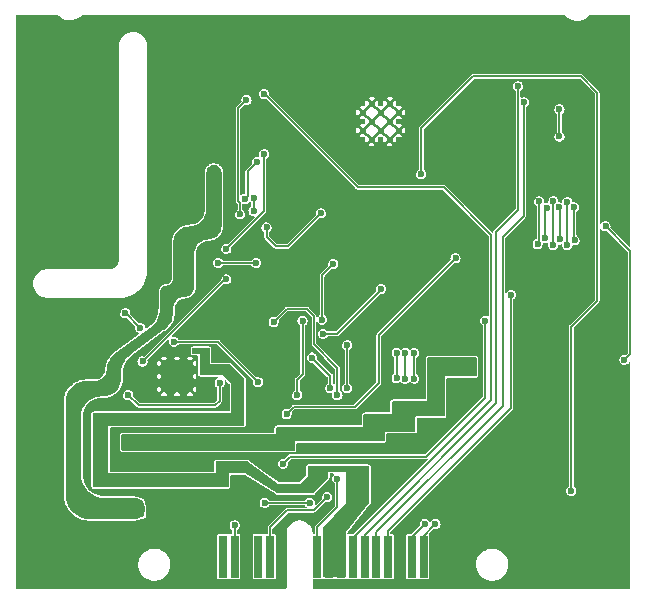
<source format=gbr>
%TF.GenerationSoftware,KiCad,Pcbnew,(6.0.9)*%
%TF.CreationDate,2023-09-09T15:40:47+05:30*%
%TF.ProjectId,WeatherKids_V3,57656174-6865-4724-9b69-64735f56332e,rev?*%
%TF.SameCoordinates,PX1406f40PY14fb180*%
%TF.FileFunction,Copper,L2,Bot*%
%TF.FilePolarity,Positive*%
%FSLAX46Y46*%
G04 Gerber Fmt 4.6, Leading zero omitted, Abs format (unit mm)*
G04 Created by KiCad (PCBNEW (6.0.9)) date 2023-09-09 15:40:47*
%MOMM*%
%LPD*%
G01*
G04 APERTURE LIST*
%TA.AperFunction,ComponentPad*%
%ADD10C,0.584200*%
%TD*%
%TA.AperFunction,SMDPad,CuDef*%
%ADD11R,2.700000X2.700000*%
%TD*%
%TA.AperFunction,SMDPad,CuDef*%
%ADD12R,0.700000X3.600000*%
%TD*%
%TA.AperFunction,ViaPad*%
%ADD13C,0.600000*%
%TD*%
%TA.AperFunction,Conductor*%
%ADD14C,0.127000*%
%TD*%
%TA.AperFunction,Conductor*%
%ADD15C,0.203200*%
%TD*%
G04 APERTURE END LIST*
D10*
%TO.P,U1,25,GND*%
%TO.N,GND*%
X13000000Y-36500000D03*
X15200000Y-37600000D03*
D11*
X14100000Y-36500000D03*
D10*
X14100000Y-36500000D03*
X13000000Y-37600000D03*
X14100000Y-37600000D03*
X15200000Y-35400000D03*
X14100000Y-35400000D03*
X15200000Y-36500000D03*
X13000000Y-35400000D03*
%TD*%
D12*
%TO.P,J3,A1,A1*%
%TO.N,GND*%
X36000000Y-51760950D03*
%TO.P,J3,A2,A2*%
%TO.N,+5V*%
X35000000Y-51760950D03*
%TO.P,J3,A3,A3*%
X34000000Y-51760950D03*
%TO.P,J3,A4,A4*%
%TO.N,GND*%
X33000000Y-51760950D03*
%TO.P,J3,A5,A5*%
%TO.N,/ESP32_IO0*%
X32000000Y-51760950D03*
%TO.P,J3,A6,A6*%
%TO.N,/ESP_RXD0*%
X31000000Y-51760950D03*
%TO.P,J3,A7,A7*%
%TO.N,/ESP_TXDO*%
X30000000Y-51760950D03*
%TO.P,J3,A8,A8*%
%TO.N,/~{ESP23_EN}*%
X29000000Y-51760950D03*
%TO.P,J3,A9,A9*%
%TO.N,VBUS*%
X28000000Y-51760950D03*
%TO.P,J3,A10,A10*%
X27000000Y-51760950D03*
%TO.P,J3,A11,A11*%
%TO.N,/Bus/~{GBUS_5V_RESET}*%
X26000000Y-51760950D03*
%TO.P,J3,A12,A12*%
%TO.N,GND*%
X23000000Y-51760950D03*
%TO.P,J3,A13,A13*%
%TO.N,/Bus/GBUS_5V_SCLK*%
X22000000Y-51760950D03*
%TO.P,J3,A14,A14*%
%TO.N,unconnected-(J3-PadA14)*%
X21000000Y-51760950D03*
%TO.P,J3,A15,A15*%
%TO.N,GND*%
X20000000Y-51760950D03*
%TO.P,J3,A16,A16*%
%TO.N,/Bus/GBUS_5V_MISO*%
X19000000Y-51760950D03*
%TO.P,J3,A17,A17*%
%TO.N,unconnected-(J3-PadA17)*%
X18000000Y-51760950D03*
%TO.P,J3,A18,A18*%
%TO.N,GND*%
X17000000Y-51760950D03*
%TD*%
D10*
%TO.P,U2,39,GND*%
%TO.N,GND*%
X32895000Y-15697500D03*
X32132500Y-16460000D03*
X32132500Y-14935000D03*
X30607500Y-16460000D03*
X29845000Y-15697500D03*
X31370000Y-15697500D03*
X32132500Y-13410000D03*
X30607500Y-13410000D03*
X32895000Y-14172500D03*
X31370000Y-14172500D03*
X30607500Y-14935000D03*
X29845000Y-14172500D03*
%TD*%
D13*
%TO.N,GND*%
X48749000Y-14475000D03*
X49800000Y-39100000D03*
X50400000Y-49500000D03*
X17550000Y-34400000D03*
X38800000Y-47100000D03*
X49200000Y-33900000D03*
X19000000Y-54100000D03*
X18500000Y-19500000D03*
X46600000Y-48600000D03*
X2900000Y-38400000D03*
X13000000Y-25400000D03*
X1400000Y-41500000D03*
X6760000Y-18100000D03*
X6650000Y-11250000D03*
X12400000Y-43500000D03*
X17000000Y-54100000D03*
X19650000Y-11400000D03*
X2900000Y-39800000D03*
X23400000Y-31726500D03*
X17000000Y-8200000D03*
X1400000Y-40000000D03*
X43262000Y-7718000D03*
X3900000Y-21200000D03*
X7550000Y-21200000D03*
X26400000Y-39600000D03*
X13000000Y-18400000D03*
X2900000Y-39100000D03*
X24700000Y-29100000D03*
X33000000Y-54100000D03*
X1400000Y-40700000D03*
X22000000Y-7600000D03*
X50900000Y-29600000D03*
X21003517Y-13596483D03*
X40000000Y-47100000D03*
X19600000Y-46100000D03*
X14900000Y-30500000D03*
X22000000Y-54100000D03*
X26300000Y-23900000D03*
X30000000Y-54100000D03*
X7350000Y-13850000D03*
X40000000Y-25100000D03*
X2600000Y-32200000D03*
X28600000Y-27700000D03*
X48700000Y-27200000D03*
%TO.N,VBUS*%
X16400000Y-34400000D03*
X28300000Y-48600000D03*
X16400000Y-35050000D03*
%TO.N,+5V*%
X36000000Y-49000000D03*
X35100000Y-49000000D03*
%TO.N,/~{ESP23_EN}*%
X21500000Y-12600000D03*
%TO.N,/GBUS.DETECT*%
X20000000Y-13100000D03*
X19450000Y-22800000D03*
%TO.N,/ESP_RXD0*%
X43490000Y-13300000D03*
%TO.N,/ESP_TXDO*%
X43000000Y-11950000D03*
%TO.N,/I2C_SDA*%
X9750000Y-31160000D03*
X11003517Y-32396483D03*
%TO.N,/I2C_SCL*%
X17600000Y-26900000D03*
X20800000Y-26900000D03*
%TO.N,/VOUT*%
X10400000Y-47700000D03*
X9800000Y-48200000D03*
X11100000Y-42300000D03*
X10400000Y-42300000D03*
X11100000Y-48200000D03*
X16900000Y-19300000D03*
X9700000Y-42300000D03*
X39200000Y-35800000D03*
X13400000Y-31700000D03*
X31300000Y-41700000D03*
X14100000Y-42300000D03*
X38777982Y-35268866D03*
X17600000Y-19300000D03*
X9800000Y-47200000D03*
X11000000Y-47200000D03*
X14900000Y-42300000D03*
%TO.N,+3V0*%
X20600000Y-22490000D03*
X20600000Y-21400000D03*
X26481900Y-32900000D03*
X25540624Y-34912529D03*
X31400000Y-29100000D03*
X27100000Y-37500000D03*
%TO.N,/Bus/~{GBUS_5V_RESET}*%
X22300000Y-31900000D03*
X27700000Y-38100000D03*
X27676017Y-45176017D03*
%TO.N,/Bus/GBUS_5V_SCLK*%
X28530000Y-33880000D03*
X28500000Y-37500000D03*
X26820000Y-46725000D03*
%TO.N,/Bus/GBUS_5V_MISO*%
X32723957Y-34506068D03*
X21545000Y-47215000D03*
X19005000Y-49120000D03*
X25355000Y-47215000D03*
X32723610Y-36665245D03*
%TO.N,/Bus/GBUS_5V_SCL*%
X34200000Y-36700620D03*
X34200000Y-34531900D03*
%TO.N,/Bus/GBUS_5V_SDA*%
X33448319Y-36716252D03*
X33450000Y-34531900D03*
%TO.N,Net-(C25-Pad1)*%
X10000000Y-38100000D03*
X17735000Y-37055000D03*
%TO.N,/Bus/~{GBUS_5V_INT}*%
X24300000Y-38100000D03*
X24750000Y-31800000D03*
%TO.N,/Bus/GBUS_5V_MOSI*%
X23110000Y-43900000D03*
X40210000Y-31800000D03*
%TO.N,/ESP32_IO0*%
X42400000Y-29600000D03*
%TO.N,/~{RTC_INT}*%
X19840000Y-21500000D03*
X20922775Y-18339483D03*
%TO.N,/GBUS.~{RESET}*%
X27350000Y-27000000D03*
X44650000Y-25300000D03*
X44800000Y-21700000D03*
X26400000Y-31700000D03*
%TO.N,/GBUS.CLK*%
X45473132Y-22266945D03*
X45290000Y-24780865D03*
%TO.N,/GBUS.MISO*%
X45986285Y-21686285D03*
X45957817Y-25385326D03*
%TO.N,/GBUS.SCL*%
X47161701Y-21761701D03*
X47161701Y-25387071D03*
%TO.N,/GBUS.SDA*%
X46500000Y-13900000D03*
X46516012Y-24920326D03*
X46500000Y-22200000D03*
X46500000Y-16200000D03*
%TO.N,/GBUS.MOSI*%
X47750000Y-22200000D03*
X47776503Y-25000000D03*
%TO.N,Net-(R2-Pad1)*%
X13860000Y-33563691D03*
X21000000Y-37000000D03*
%TO.N,/~{BMS_INT}*%
X11200000Y-35250000D03*
X18300000Y-25700000D03*
X18300000Y-28300000D03*
X21500000Y-17700000D03*
%TO.N,/SYS_BUTTON*%
X26300000Y-22700000D03*
X47500000Y-46200000D03*
X21700000Y-23900000D03*
X34800000Y-19400000D03*
%TO.N,/SYS LED*%
X23400000Y-39700000D03*
X37700000Y-26510000D03*
%TO.N,/BOOSTER_EN*%
X50400000Y-23800000D03*
X52000000Y-35100000D03*
%TD*%
D14*
%TO.N,+5V*%
X35800000Y-49200000D02*
X36000000Y-49000000D01*
X35000000Y-50000000D02*
X35800000Y-49200000D01*
X34000000Y-51760950D02*
X34000000Y-50100000D01*
X35000000Y-51760950D02*
X35000000Y-50000000D01*
X34000000Y-50100000D02*
X35100000Y-49000000D01*
%TO.N,/~{ESP23_EN}*%
X29450000Y-20500000D02*
X36700000Y-20500000D01*
X40700000Y-38500000D02*
X29000000Y-50200000D01*
X40700000Y-24500000D02*
X40700000Y-38500000D01*
X21500000Y-12600000D02*
X21550000Y-12600000D01*
X36700000Y-20500000D02*
X40700000Y-24500000D01*
X21550000Y-12600000D02*
X29450000Y-20500000D01*
X29000000Y-50200000D02*
X29000000Y-51760950D01*
%TO.N,/GBUS.DETECT*%
X19300000Y-21700000D02*
X19450000Y-21850000D01*
X19450000Y-21850000D02*
X19450000Y-22800000D01*
X19300000Y-13800000D02*
X19300000Y-21700000D01*
X20000000Y-13100000D02*
X19300000Y-13800000D01*
%TO.N,/ESP_RXD0*%
X41700000Y-24700000D02*
X41700000Y-39000000D01*
X43500000Y-22900000D02*
X41700000Y-24700000D01*
X43500000Y-13310000D02*
X43500000Y-22900000D01*
X31000000Y-49700000D02*
X31000000Y-51760950D01*
X41700000Y-39000000D02*
X31000000Y-49700000D01*
X43490000Y-13300000D02*
X43500000Y-13310000D01*
%TO.N,/ESP_TXDO*%
X41100000Y-24300000D02*
X41100000Y-38800000D01*
X43000000Y-11950000D02*
X43000000Y-22400000D01*
X41100000Y-38800000D02*
X30000000Y-49900000D01*
X43000000Y-22400000D02*
X41100000Y-24300000D01*
X30000000Y-49900000D02*
X30000000Y-51760950D01*
%TO.N,/I2C_SDA*%
X11003517Y-32396483D02*
X10996483Y-32396483D01*
X10996483Y-32396483D02*
X9760000Y-31160000D01*
X9760000Y-31160000D02*
X9750000Y-31160000D01*
%TO.N,/I2C_SCL*%
X17600000Y-26900000D02*
X20800000Y-26900000D01*
D15*
%TO.N,+3V0*%
X27100000Y-36471905D02*
X25540624Y-34912529D01*
X31400000Y-29176500D02*
X27676500Y-32900000D01*
X27100000Y-37500000D02*
X27100000Y-36471905D01*
X20600000Y-22490000D02*
X20600000Y-21400000D01*
X31400000Y-29100000D02*
X31400000Y-29176500D01*
X27676500Y-32900000D02*
X26481900Y-32900000D01*
D14*
%TO.N,/Bus/~{GBUS_5V_RESET}*%
X27700000Y-47600000D02*
X26000000Y-49300000D01*
X23400000Y-30800000D02*
X22300000Y-31900000D01*
X27700000Y-45200000D02*
X27700000Y-47600000D01*
X25100000Y-30800000D02*
X23400000Y-30800000D01*
X27700000Y-38100000D02*
X27700000Y-35800000D01*
X25700000Y-31400000D02*
X25100000Y-30800000D01*
X27676017Y-45176017D02*
X27700000Y-45200000D01*
X26000000Y-49300000D02*
X26000000Y-51760950D01*
X27700000Y-35800000D02*
X25700000Y-33800000D01*
X25700000Y-33800000D02*
X25700000Y-31400000D01*
%TO.N,/Bus/GBUS_5V_SCLK*%
X28530000Y-37470000D02*
X28530000Y-33880000D01*
X25695000Y-47850000D02*
X23450000Y-47850000D01*
X26820000Y-46725000D02*
X25695000Y-47850000D01*
X23450000Y-47850000D02*
X22000000Y-49300000D01*
X28500000Y-37500000D02*
X28530000Y-37470000D01*
X22000000Y-49300000D02*
X22000000Y-51760950D01*
%TO.N,/Bus/GBUS_5V_MISO*%
X32723957Y-36664898D02*
X32723957Y-34506068D01*
X32723610Y-36665245D02*
X32723957Y-36664898D01*
X21545000Y-47215000D02*
X25355000Y-47215000D01*
X19000000Y-49125000D02*
X19005000Y-49120000D01*
X19000000Y-51760950D02*
X19000000Y-49125000D01*
%TO.N,/Bus/GBUS_5V_SCL*%
X34200000Y-36700620D02*
X34200000Y-34531900D01*
%TO.N,/Bus/GBUS_5V_SDA*%
X33448319Y-36716252D02*
X33450000Y-36714571D01*
X33450000Y-36714571D02*
X33450000Y-34531900D01*
%TO.N,Net-(C25-Pad1)*%
X10000000Y-38100000D02*
X10860000Y-38960000D01*
X10860000Y-38960000D02*
X11460000Y-38960000D01*
X17735000Y-38565000D02*
X17340000Y-38960000D01*
X17340000Y-38960000D02*
X11460000Y-38960000D01*
X17735000Y-37055000D02*
X17735000Y-38565000D01*
%TO.N,/Bus/~{GBUS_5V_INT}*%
X24750000Y-36350000D02*
X24750000Y-31800000D01*
X24300000Y-38100000D02*
X24300000Y-36800000D01*
X24300000Y-36800000D02*
X24750000Y-36350000D01*
%TO.N,/Bus/GBUS_5V_MOSI*%
X40200000Y-31810000D02*
X40210000Y-31800000D01*
X35200000Y-43300000D02*
X40200000Y-38300000D01*
X23710000Y-43300000D02*
X35200000Y-43300000D01*
X23110000Y-43900000D02*
X23710000Y-43300000D01*
X40200000Y-38300000D02*
X40200000Y-31810000D01*
%TO.N,/ESP32_IO0*%
X32000000Y-51760950D02*
X32000000Y-49600000D01*
X42400000Y-39200000D02*
X42400000Y-29600000D01*
X32000000Y-49600000D02*
X34000000Y-47600000D01*
X34000000Y-47600000D02*
X42400000Y-39200000D01*
%TO.N,/~{RTC_INT}*%
X19840000Y-21500000D02*
X20100000Y-21240000D01*
X20100000Y-20600000D02*
X20100000Y-19162258D01*
X20100000Y-21240000D02*
X20100000Y-20600000D01*
X20100000Y-19162258D02*
X20922775Y-18339483D01*
%TO.N,/GBUS.~{RESET}*%
X44800000Y-25150000D02*
X44800000Y-21700000D01*
X44650000Y-25300000D02*
X44800000Y-25150000D01*
X26400000Y-27950000D02*
X27350000Y-27000000D01*
X26400000Y-31700000D02*
X26400000Y-27950000D01*
%TO.N,/GBUS.CLK*%
X45290000Y-22450077D02*
X45473132Y-22266945D01*
X45290000Y-24780865D02*
X45290000Y-22450077D01*
%TO.N,/GBUS.MISO*%
X45963132Y-25380011D02*
X45963132Y-21709438D01*
X45963132Y-21709438D02*
X45986285Y-21686285D01*
X45957817Y-25385326D02*
X45963132Y-25380011D01*
%TO.N,/GBUS.SCL*%
X47161701Y-21761701D02*
X47161701Y-25387071D01*
%TO.N,/GBUS.SDA*%
X46500000Y-13900000D02*
X46500000Y-16200000D01*
X46516012Y-22216012D02*
X46516012Y-24920326D01*
X46500000Y-22200000D02*
X46516012Y-22216012D01*
%TO.N,/GBUS.MOSI*%
X47776503Y-25000000D02*
X47750000Y-24973497D01*
X47750000Y-24973497D02*
X47750000Y-22200000D01*
%TO.N,Net-(R2-Pad1)*%
X13896309Y-33600000D02*
X17600000Y-33600000D01*
X13860000Y-33563691D02*
X13896309Y-33600000D01*
X17600000Y-33600000D02*
X21000000Y-37000000D01*
%TO.N,/~{BMS_INT}*%
X21500000Y-22500000D02*
X18300000Y-25700000D01*
X12100000Y-34350000D02*
X18150000Y-28300000D01*
X18150000Y-28300000D02*
X18300000Y-28300000D01*
X11200000Y-35250000D02*
X12350000Y-34100000D01*
X21500000Y-17700000D02*
X21500000Y-22500000D01*
%TO.N,/SYS_BUTTON*%
X21700000Y-24700000D02*
X21700000Y-23900000D01*
X47500000Y-46200000D02*
X47500000Y-32300000D01*
X48000000Y-31800000D02*
X49700000Y-30100000D01*
X39200000Y-11100000D02*
X37100000Y-13200000D01*
X49700000Y-12500000D02*
X48300000Y-11100000D01*
X49700000Y-27300000D02*
X49700000Y-12500000D01*
X48300000Y-11100000D02*
X39200000Y-11100000D01*
X49700000Y-30100000D02*
X49700000Y-27300000D01*
X47500000Y-32300000D02*
X48000000Y-31800000D01*
X23500000Y-25500000D02*
X22500000Y-25500000D01*
X34800000Y-15500000D02*
X34800000Y-19400000D01*
X26300000Y-22700000D02*
X23500000Y-25500000D01*
X22500000Y-25500000D02*
X21700000Y-24700000D01*
X37100000Y-13200000D02*
X34800000Y-15500000D01*
%TO.N,/SYS LED*%
X31200000Y-37100000D02*
X31200000Y-33010000D01*
X24000000Y-39100000D02*
X29200000Y-39100000D01*
X31200000Y-33010000D02*
X37700000Y-26510000D01*
X29200000Y-39100000D02*
X31200000Y-37100000D01*
X23400000Y-39700000D02*
X24000000Y-39100000D01*
%TO.N,/BOOSTER_EN*%
X50400000Y-23800000D02*
X52500000Y-25900000D01*
X52500000Y-25900000D02*
X52500000Y-34600000D01*
X52500000Y-34600000D02*
X52000000Y-35100000D01*
%TD*%
%TA.AperFunction,Conductor*%
%TO.N,/VOUT*%
G36*
X39458531Y-34919213D02*
G01*
X39495076Y-34969513D01*
X39500000Y-35000600D01*
X39500000Y-36399400D01*
X39480787Y-36458531D01*
X39430487Y-36495076D01*
X39399400Y-36500000D01*
X36850800Y-36500000D01*
X36841647Y-36503791D01*
X36841644Y-36503792D01*
X36836143Y-36506071D01*
X36814879Y-36514879D01*
X36810729Y-36524899D01*
X36803792Y-36541644D01*
X36803791Y-36541647D01*
X36800000Y-36550800D01*
X36800000Y-39799400D01*
X36780787Y-39858531D01*
X36730487Y-39895076D01*
X36699400Y-39900000D01*
X34350800Y-39900000D01*
X34341647Y-39903791D01*
X34341644Y-39903792D01*
X34336143Y-39906071D01*
X34314879Y-39914879D01*
X34310729Y-39924899D01*
X34303792Y-39941644D01*
X34303791Y-39941647D01*
X34300000Y-39950800D01*
X34300000Y-41099400D01*
X34280787Y-41158531D01*
X34230487Y-41195076D01*
X34199400Y-41200000D01*
X31750800Y-41200000D01*
X31741647Y-41203791D01*
X31741644Y-41203792D01*
X31736143Y-41206071D01*
X31714879Y-41214879D01*
X31710729Y-41224899D01*
X31703792Y-41241644D01*
X31703791Y-41241647D01*
X31700000Y-41250800D01*
X31700000Y-41899400D01*
X31680787Y-41958531D01*
X31630487Y-41995076D01*
X31599400Y-42000000D01*
X24150800Y-42000000D01*
X24141647Y-42003791D01*
X24141644Y-42003792D01*
X24136143Y-42006071D01*
X24114879Y-42014879D01*
X24110729Y-42024899D01*
X24103792Y-42041644D01*
X24103791Y-42041647D01*
X24100000Y-42050800D01*
X24100000Y-42699400D01*
X24080787Y-42758531D01*
X24030487Y-42795076D01*
X23999400Y-42800000D01*
X9500600Y-42800000D01*
X9441469Y-42780787D01*
X9404924Y-42730487D01*
X9400000Y-42699400D01*
X9400000Y-41500600D01*
X9419213Y-41441469D01*
X9469513Y-41404924D01*
X9500600Y-41400000D01*
X22449200Y-41400000D01*
X22458353Y-41396209D01*
X22458356Y-41396208D01*
X22463857Y-41393929D01*
X22485121Y-41385121D01*
X22492319Y-41367744D01*
X22496208Y-41358356D01*
X22496209Y-41358353D01*
X22500000Y-41349200D01*
X22500000Y-40900600D01*
X22519213Y-40841469D01*
X22569513Y-40804924D01*
X22600600Y-40800000D01*
X29849200Y-40800000D01*
X29858353Y-40796209D01*
X29858356Y-40796208D01*
X29863857Y-40793929D01*
X29885121Y-40785121D01*
X29892319Y-40767744D01*
X29896208Y-40758356D01*
X29896209Y-40758353D01*
X29900000Y-40749200D01*
X29900000Y-39800600D01*
X29919213Y-39741469D01*
X29969513Y-39704924D01*
X30000600Y-39700000D01*
X32249200Y-39700000D01*
X32258353Y-39696209D01*
X32258356Y-39696208D01*
X32263857Y-39693929D01*
X32285121Y-39685121D01*
X32292319Y-39667744D01*
X32296208Y-39658356D01*
X32296209Y-39658353D01*
X32300000Y-39649200D01*
X32300000Y-38700600D01*
X32319213Y-38641469D01*
X32369513Y-38604924D01*
X32400600Y-38600000D01*
X35249200Y-38600000D01*
X35258353Y-38596209D01*
X35258356Y-38596208D01*
X35263857Y-38593929D01*
X35285121Y-38585121D01*
X35292319Y-38567744D01*
X35296208Y-38558356D01*
X35296209Y-38558353D01*
X35300000Y-38549200D01*
X35300000Y-35000600D01*
X35319213Y-34941469D01*
X35369513Y-34904924D01*
X35400600Y-34900000D01*
X39399400Y-34900000D01*
X39458531Y-34919213D01*
G37*
%TD.AperFunction*%
%TD*%
%TA.AperFunction,Conductor*%
%TO.N,/VOUT*%
G36*
X17355798Y-18613928D02*
G01*
X17408417Y-18620856D01*
X17427379Y-18625937D01*
X17565855Y-18683295D01*
X17582856Y-18693111D01*
X17701765Y-18784354D01*
X17715646Y-18798235D01*
X17806889Y-18917144D01*
X17816705Y-18934145D01*
X17874063Y-19072621D01*
X17879144Y-19091583D01*
X17899357Y-19245115D01*
X17900000Y-19254931D01*
X17900000Y-23746304D01*
X17899638Y-23753675D01*
X17878629Y-23966982D01*
X17875753Y-23981441D01*
X17814611Y-24182998D01*
X17808970Y-24196617D01*
X17709679Y-24382378D01*
X17701492Y-24394631D01*
X17567864Y-24557457D01*
X17557457Y-24567864D01*
X17394631Y-24701492D01*
X17382378Y-24709679D01*
X17196617Y-24808970D01*
X17182998Y-24814611D01*
X16981441Y-24875753D01*
X16966982Y-24878629D01*
X16529319Y-24921735D01*
X16529317Y-24921735D01*
X16525646Y-24922097D01*
X16309914Y-24987539D01*
X16306662Y-24989277D01*
X16306660Y-24989278D01*
X16114352Y-25092068D01*
X16114348Y-25092071D01*
X16111094Y-25093810D01*
X15936827Y-25236827D01*
X15793810Y-25411094D01*
X15792071Y-25414348D01*
X15792068Y-25414352D01*
X15689278Y-25606660D01*
X15687539Y-25609914D01*
X15622097Y-25825646D01*
X15600000Y-26050000D01*
X15600000Y-28895778D01*
X15599527Y-28904198D01*
X15581168Y-29067144D01*
X15578384Y-29091849D01*
X15574637Y-29108266D01*
X15513671Y-29282496D01*
X15506365Y-29297668D01*
X15408154Y-29453970D01*
X15397654Y-29467135D01*
X15267135Y-29597654D01*
X15253970Y-29608154D01*
X15097668Y-29706365D01*
X15082496Y-29713671D01*
X14908264Y-29774638D01*
X14891852Y-29778383D01*
X14499731Y-29822565D01*
X14309505Y-29889128D01*
X14305932Y-29891373D01*
X14305930Y-29891374D01*
X14142435Y-29994105D01*
X14138859Y-29996352D01*
X13996352Y-30138859D01*
X13889128Y-30309505D01*
X13822565Y-30499731D01*
X13800000Y-30700000D01*
X13800000Y-30979018D01*
X13799830Y-30984074D01*
X13782259Y-31244828D01*
X13780903Y-31254842D01*
X13773635Y-31290357D01*
X13729014Y-31508397D01*
X13726325Y-31518144D01*
X13640887Y-31762446D01*
X13636921Y-31771730D01*
X13629221Y-31786853D01*
X13519478Y-32002365D01*
X13514296Y-32011043D01*
X13366968Y-32223837D01*
X13360675Y-32231734D01*
X13227476Y-32377569D01*
X13186130Y-32422837D01*
X13178824Y-32429827D01*
X12978296Y-32597391D01*
X12974308Y-32600503D01*
X10223657Y-34600977D01*
X10222676Y-34601797D01*
X10222668Y-34601803D01*
X10207294Y-34614650D01*
X10017283Y-34773426D01*
X10015575Y-34775296D01*
X10015574Y-34775297D01*
X9958700Y-34837567D01*
X9835912Y-34972003D01*
X9682822Y-35193119D01*
X9560784Y-35432776D01*
X9559951Y-35435157D01*
X9559950Y-35435160D01*
X9489154Y-35637594D01*
X9472002Y-35686639D01*
X9418082Y-35950118D01*
X9400000Y-36218449D01*
X9400000Y-36697048D01*
X9399768Y-36702948D01*
X9381997Y-36928752D01*
X9380151Y-36940407D01*
X9327967Y-37157767D01*
X9324321Y-37168990D01*
X9238773Y-37375522D01*
X9233419Y-37386030D01*
X9116610Y-37576644D01*
X9109686Y-37586173D01*
X9024898Y-37685446D01*
X8964503Y-37756160D01*
X8956160Y-37764503D01*
X8786173Y-37909686D01*
X8776644Y-37916610D01*
X8586030Y-38033419D01*
X8575522Y-38038773D01*
X8368990Y-38124321D01*
X8357767Y-38127967D01*
X8140407Y-38180151D01*
X8128752Y-38181997D01*
X7902948Y-38199768D01*
X7897048Y-38200000D01*
X7700000Y-38200000D01*
X7698530Y-38200116D01*
X7698522Y-38200116D01*
X7437007Y-38220698D01*
X7437005Y-38220698D01*
X7434061Y-38220930D01*
X7431187Y-38221620D01*
X7177552Y-38282512D01*
X7177548Y-38282513D01*
X7174671Y-38283204D01*
X7171942Y-38284334D01*
X7171937Y-38284336D01*
X7051891Y-38334061D01*
X6928216Y-38385289D01*
X6700765Y-38524671D01*
X6497918Y-38697918D01*
X6324671Y-38900765D01*
X6185289Y-39128216D01*
X6083204Y-39374671D01*
X6020930Y-39634061D01*
X6000000Y-39900000D01*
X6000000Y-44800000D01*
X6020357Y-45084630D01*
X6081014Y-45363465D01*
X6180736Y-45630830D01*
X6317493Y-45881282D01*
X6488501Y-46109721D01*
X6690279Y-46311499D01*
X6918718Y-46482507D01*
X7169170Y-46619264D01*
X7171676Y-46620199D01*
X7171681Y-46620201D01*
X7434014Y-46718046D01*
X7434018Y-46718047D01*
X7436535Y-46718986D01*
X7715370Y-46779643D01*
X7718042Y-46779834D01*
X7718048Y-46779835D01*
X7861453Y-46790091D01*
X8000000Y-46800000D01*
X10495778Y-46800000D01*
X10504198Y-46800473D01*
X10691852Y-46821617D01*
X10708264Y-46825362D01*
X10882496Y-46886329D01*
X10897668Y-46893635D01*
X11053970Y-46991846D01*
X11067135Y-47002346D01*
X11197654Y-47132865D01*
X11208154Y-47146030D01*
X11306365Y-47302332D01*
X11313671Y-47317504D01*
X11353326Y-47430830D01*
X11374637Y-47491734D01*
X11378384Y-47508151D01*
X11399051Y-47691580D01*
X11399051Y-47708420D01*
X11378384Y-47891849D01*
X11374637Y-47908266D01*
X11313671Y-48082496D01*
X11306365Y-48097668D01*
X11208154Y-48253970D01*
X11197654Y-48267135D01*
X11067135Y-48397654D01*
X11053971Y-48408153D01*
X11033301Y-48421141D01*
X10897668Y-48506365D01*
X10882496Y-48513671D01*
X10708264Y-48574638D01*
X10691852Y-48578383D01*
X10504198Y-48599527D01*
X10495778Y-48600000D01*
X6702680Y-48600000D01*
X6697315Y-48599808D01*
X6420729Y-48580026D01*
X6410119Y-48578501D01*
X6141789Y-48520129D01*
X6131508Y-48517111D01*
X5874200Y-48421140D01*
X5864450Y-48416686D01*
X5623440Y-48285085D01*
X5614418Y-48279288D01*
X5394579Y-48114718D01*
X5386471Y-48107691D01*
X5192309Y-47913529D01*
X5185282Y-47905421D01*
X5020712Y-47685582D01*
X5014912Y-47676556D01*
X4922956Y-47508151D01*
X4883314Y-47435550D01*
X4878859Y-47425798D01*
X4782889Y-47168492D01*
X4779871Y-47158211D01*
X4721499Y-46889881D01*
X4719973Y-46879266D01*
X4700192Y-46602685D01*
X4700000Y-46597320D01*
X4700000Y-38602952D01*
X4700232Y-38597052D01*
X4720466Y-38339961D01*
X4722312Y-38328306D01*
X4781822Y-38080429D01*
X4785468Y-38069206D01*
X4883024Y-37833685D01*
X4888381Y-37823171D01*
X5021580Y-37605809D01*
X5028516Y-37596263D01*
X5194074Y-37402419D01*
X5202419Y-37394074D01*
X5396263Y-37228516D01*
X5405809Y-37221580D01*
X5623171Y-37088381D01*
X5633685Y-37083024D01*
X5869206Y-36985468D01*
X5880429Y-36981822D01*
X6128306Y-36922312D01*
X6139961Y-36920466D01*
X6397052Y-36900232D01*
X6402952Y-36900000D01*
X7137897Y-36900000D01*
X7330126Y-36881875D01*
X7333524Y-36880890D01*
X7333526Y-36880890D01*
X7512184Y-36829121D01*
X7512186Y-36829120D01*
X7515579Y-36828137D01*
X7687718Y-36740682D01*
X7690511Y-36738523D01*
X7690514Y-36738521D01*
X7837683Y-36624753D01*
X7837684Y-36624752D01*
X7840477Y-36622593D01*
X7968470Y-36478031D01*
X8067186Y-36312092D01*
X8133144Y-36130626D01*
X8164021Y-35940030D01*
X8164951Y-35926083D01*
X8165522Y-35920580D01*
X8205454Y-35637594D01*
X8207800Y-35626787D01*
X8288014Y-35355381D01*
X8291919Y-35345036D01*
X8411072Y-35088319D01*
X8416453Y-35078657D01*
X8571962Y-34842198D01*
X8578701Y-34833431D01*
X8767203Y-34622335D01*
X8775155Y-34614650D01*
X8994717Y-34431700D01*
X8999095Y-34428317D01*
X11862825Y-32379116D01*
X11862827Y-32379115D01*
X11863859Y-32378376D01*
X11864839Y-32377569D01*
X12071191Y-32207629D01*
X12071194Y-32207626D01*
X12073154Y-32206012D01*
X12257212Y-32006924D01*
X12412651Y-31784770D01*
X12536615Y-31543634D01*
X12626824Y-31287947D01*
X12681622Y-31022408D01*
X12700000Y-30751898D01*
X12700000Y-29354932D01*
X12700643Y-29345116D01*
X12717449Y-29217465D01*
X12722530Y-29198504D01*
X12769898Y-29084146D01*
X12779714Y-29067144D01*
X12855064Y-28968945D01*
X12868943Y-28955066D01*
X12967144Y-28879714D01*
X12984146Y-28869898D01*
X13098504Y-28822530D01*
X13117465Y-28817449D01*
X13387469Y-28781902D01*
X13387472Y-28781901D01*
X13392350Y-28781259D01*
X13396897Y-28779375D01*
X13396899Y-28779375D01*
X13458675Y-28753787D01*
X13525000Y-28726314D01*
X13638909Y-28638909D01*
X13726314Y-28525000D01*
X13781259Y-28392350D01*
X13800000Y-28250000D01*
X13800000Y-25203285D01*
X13800286Y-25196731D01*
X13820696Y-24963448D01*
X13822972Y-24950539D01*
X13882728Y-24727524D01*
X13887212Y-24715206D01*
X13958106Y-24563173D01*
X13984785Y-24505959D01*
X13991337Y-24494611D01*
X14061342Y-24394635D01*
X14123766Y-24305484D01*
X14132192Y-24295443D01*
X14295443Y-24132192D01*
X14305484Y-24123766D01*
X14317493Y-24115357D01*
X14494614Y-23991335D01*
X14505959Y-23984785D01*
X14715206Y-23887212D01*
X14727524Y-23882728D01*
X14950539Y-23822972D01*
X14963448Y-23820696D01*
X15314121Y-23790016D01*
X15443107Y-23778731D01*
X15678828Y-23715570D01*
X15681802Y-23714183D01*
X15681808Y-23714181D01*
X15897023Y-23613824D01*
X15900000Y-23612436D01*
X16099903Y-23472462D01*
X16272462Y-23299903D01*
X16412436Y-23100000D01*
X16438645Y-23043794D01*
X16514181Y-22881808D01*
X16514183Y-22881802D01*
X16515570Y-22878828D01*
X16578731Y-22643107D01*
X16600000Y-22400000D01*
X16600000Y-19254931D01*
X16600643Y-19245115D01*
X16620856Y-19091583D01*
X16625937Y-19072621D01*
X16683295Y-18934145D01*
X16693111Y-18917144D01*
X16784354Y-18798235D01*
X16798235Y-18784354D01*
X16917144Y-18693111D01*
X16934145Y-18683295D01*
X17072621Y-18625937D01*
X17091583Y-18620856D01*
X17144202Y-18613928D01*
X17240186Y-18601292D01*
X17259814Y-18601292D01*
X17355798Y-18613928D01*
G37*
%TD.AperFunction*%
%TD*%
%TA.AperFunction,Conductor*%
%TO.N,GND*%
G36*
X4051599Y-5917593D02*
G01*
X4060057Y-5925913D01*
X4102276Y-5974566D01*
X4104736Y-5976583D01*
X4104737Y-5976584D01*
X4266754Y-6109430D01*
X4280029Y-6120315D01*
X4364194Y-6168224D01*
X4477032Y-6232456D01*
X4477037Y-6232458D01*
X4479798Y-6234030D01*
X4695871Y-6312461D01*
X4699005Y-6313028D01*
X4699006Y-6313028D01*
X4919633Y-6352924D01*
X4919640Y-6352925D01*
X4922069Y-6353364D01*
X4937004Y-6354068D01*
X4945303Y-6354460D01*
X4945316Y-6354460D01*
X4946158Y-6354500D01*
X5107712Y-6354500D01*
X5201797Y-6346517D01*
X5275877Y-6340231D01*
X5275880Y-6340230D01*
X5279044Y-6339962D01*
X5282121Y-6339163D01*
X5282123Y-6339163D01*
X5498451Y-6283016D01*
X5498457Y-6283014D01*
X5501539Y-6282214D01*
X5711123Y-6187803D01*
X5734763Y-6171888D01*
X5899159Y-6061210D01*
X5901803Y-6059430D01*
X6047138Y-5920788D01*
X6099044Y-5900000D01*
X46909873Y-5900000D01*
X46958211Y-5917593D01*
X46966669Y-5925913D01*
X47052276Y-6024566D01*
X47054736Y-6026583D01*
X47054737Y-6026584D01*
X47166590Y-6118298D01*
X47230029Y-6170315D01*
X47257628Y-6186025D01*
X47427032Y-6282456D01*
X47427037Y-6282458D01*
X47429798Y-6284030D01*
X47645871Y-6362461D01*
X47649005Y-6363028D01*
X47649006Y-6363028D01*
X47869633Y-6402924D01*
X47869640Y-6402925D01*
X47872069Y-6403364D01*
X47887004Y-6404068D01*
X47895303Y-6404460D01*
X47895316Y-6404460D01*
X47896158Y-6404500D01*
X48057712Y-6404500D01*
X48151797Y-6396517D01*
X48225877Y-6390231D01*
X48225880Y-6390230D01*
X48229044Y-6389962D01*
X48232121Y-6389163D01*
X48232123Y-6389163D01*
X48448451Y-6333016D01*
X48448457Y-6333014D01*
X48451539Y-6332214D01*
X48661123Y-6237803D01*
X48851803Y-6109430D01*
X49018128Y-5950764D01*
X49033346Y-5930310D01*
X49076316Y-5902032D01*
X49093678Y-5900000D01*
X52424800Y-5900000D01*
X52473138Y-5917593D01*
X52498858Y-5962142D01*
X52500000Y-5975200D01*
X52500000Y-25448338D01*
X52482407Y-25496676D01*
X52437858Y-25522396D01*
X52387200Y-25513463D01*
X52371626Y-25501512D01*
X51700839Y-24830724D01*
X50837424Y-23967309D01*
X50815684Y-23920689D01*
X50816440Y-23901659D01*
X50831284Y-23813421D01*
X50831767Y-23810552D01*
X50831896Y-23800000D01*
X50831141Y-23794724D01*
X50815295Y-23684079D01*
X50815294Y-23684077D01*
X50814536Y-23678781D01*
X50763852Y-23567307D01*
X50710812Y-23505751D01*
X50687412Y-23478593D01*
X50687409Y-23478590D01*
X50683918Y-23474539D01*
X50581160Y-23407935D01*
X50516458Y-23388585D01*
X50468972Y-23374383D01*
X50468969Y-23374383D01*
X50463838Y-23372848D01*
X50458483Y-23372815D01*
X50458481Y-23372815D01*
X50404399Y-23372485D01*
X50341385Y-23372100D01*
X50223644Y-23405751D01*
X50120080Y-23471095D01*
X50039018Y-23562879D01*
X50036742Y-23567726D01*
X50036741Y-23567728D01*
X50034271Y-23572990D01*
X49997803Y-23609268D01*
X49946547Y-23613618D01*
X49904487Y-23584003D01*
X49891000Y-23541031D01*
X49891000Y-12541865D01*
X49891484Y-12533351D01*
X49891847Y-12530165D01*
X49894652Y-12522178D01*
X49891461Y-12493503D01*
X49891000Y-12485187D01*
X49891000Y-12478467D01*
X49889582Y-12472249D01*
X49888163Y-12463853D01*
X49885952Y-12443988D01*
X49885950Y-12443983D01*
X49885014Y-12435571D01*
X49880522Y-12428396D01*
X49879612Y-12425782D01*
X49878415Y-12423296D01*
X49876532Y-12415041D01*
X49871254Y-12408417D01*
X49858803Y-12392792D01*
X49853873Y-12385829D01*
X49852665Y-12383899D01*
X49852661Y-12383894D01*
X49850404Y-12380289D01*
X49845700Y-12375585D01*
X49840063Y-12369276D01*
X49827501Y-12353512D01*
X49822225Y-12346891D01*
X49814599Y-12343212D01*
X49811584Y-12340806D01*
X49805324Y-12335209D01*
X48464664Y-10994549D01*
X48458986Y-10988188D01*
X48456987Y-10985676D01*
X48453322Y-10978042D01*
X48430788Y-10960021D01*
X48424581Y-10954466D01*
X48419831Y-10949716D01*
X48414427Y-10946319D01*
X48407487Y-10941387D01*
X48407256Y-10941202D01*
X48385267Y-10923617D01*
X48377017Y-10921720D01*
X48374531Y-10920518D01*
X48371921Y-10919604D01*
X48364752Y-10915098D01*
X48336478Y-10911902D01*
X48328078Y-10910466D01*
X48321703Y-10909000D01*
X48315049Y-10909000D01*
X48306602Y-10908524D01*
X48286577Y-10906260D01*
X48286576Y-10906260D01*
X48278162Y-10905309D01*
X48270168Y-10908101D01*
X48266333Y-10908531D01*
X48257950Y-10909000D01*
X39241864Y-10909000D01*
X39233350Y-10908516D01*
X39230164Y-10908153D01*
X39222177Y-10905348D01*
X39213765Y-10906284D01*
X39213764Y-10906284D01*
X39193503Y-10908539D01*
X39185186Y-10909000D01*
X39178467Y-10909000D01*
X39172255Y-10910417D01*
X39163849Y-10911839D01*
X39135571Y-10914986D01*
X39128396Y-10919478D01*
X39125782Y-10920388D01*
X39123296Y-10921585D01*
X39115041Y-10923468D01*
X39108419Y-10928745D01*
X39108417Y-10928746D01*
X39092785Y-10941202D01*
X39085830Y-10946127D01*
X39083900Y-10947336D01*
X39080289Y-10949597D01*
X39075590Y-10954296D01*
X39069280Y-10959933D01*
X39046891Y-10977775D01*
X39043212Y-10985402D01*
X39040799Y-10988425D01*
X39035202Y-10994684D01*
X36980289Y-13049596D01*
X34694549Y-15335336D01*
X34688188Y-15341014D01*
X34685676Y-15343013D01*
X34678042Y-15346678D01*
X34672753Y-15353292D01*
X34660021Y-15369212D01*
X34654466Y-15375419D01*
X34649716Y-15380169D01*
X34646319Y-15385573D01*
X34641389Y-15392510D01*
X34623617Y-15414733D01*
X34621720Y-15422983D01*
X34620518Y-15425469D01*
X34619604Y-15428079D01*
X34615098Y-15435248D01*
X34614147Y-15443663D01*
X34611902Y-15463520D01*
X34610466Y-15471922D01*
X34609000Y-15478297D01*
X34609000Y-15484951D01*
X34608524Y-15493398D01*
X34606480Y-15511482D01*
X34605309Y-15521838D01*
X34608101Y-15529832D01*
X34608531Y-15533667D01*
X34609000Y-15542050D01*
X34609000Y-18973521D01*
X34591407Y-19021859D01*
X34573927Y-19037120D01*
X34524610Y-19068236D01*
X34524606Y-19068239D01*
X34520080Y-19071095D01*
X34439018Y-19162879D01*
X34436742Y-19167726D01*
X34436741Y-19167728D01*
X34423503Y-19195925D01*
X34386976Y-19273726D01*
X34368136Y-19394724D01*
X34368830Y-19400031D01*
X34368830Y-19400034D01*
X34370581Y-19413421D01*
X34384014Y-19516145D01*
X34433333Y-19628230D01*
X34436775Y-19632325D01*
X34436777Y-19632328D01*
X34440444Y-19636690D01*
X34512127Y-19721968D01*
X34614064Y-19789823D01*
X34619176Y-19791420D01*
X34619178Y-19791421D01*
X34679244Y-19810186D01*
X34730948Y-19826340D01*
X34781007Y-19827257D01*
X34848021Y-19828486D01*
X34848023Y-19828486D01*
X34853383Y-19828584D01*
X34858554Y-19827174D01*
X34858556Y-19827174D01*
X34922472Y-19809748D01*
X34971527Y-19796375D01*
X35075881Y-19732301D01*
X35079473Y-19728333D01*
X35079475Y-19728331D01*
X35154463Y-19645485D01*
X35154464Y-19645484D01*
X35158058Y-19641513D01*
X35211451Y-19531311D01*
X35231767Y-19410552D01*
X35231896Y-19400000D01*
X35231141Y-19394724D01*
X35215295Y-19284079D01*
X35215294Y-19284077D01*
X35214536Y-19278781D01*
X35163852Y-19167307D01*
X35127927Y-19125614D01*
X35087412Y-19078593D01*
X35087409Y-19078590D01*
X35083918Y-19074539D01*
X35078605Y-19071095D01*
X35025299Y-19036544D01*
X34994305Y-18995490D01*
X34991000Y-18973440D01*
X34991000Y-15610263D01*
X35008593Y-15561925D01*
X35013026Y-15557089D01*
X37219705Y-13350409D01*
X37219709Y-13350405D01*
X37219711Y-13350404D01*
X39257089Y-11313026D01*
X39303709Y-11291286D01*
X39310263Y-11291000D01*
X48189737Y-11291000D01*
X48238075Y-11308593D01*
X48242911Y-11313026D01*
X49486974Y-12557089D01*
X49508714Y-12603709D01*
X49509000Y-12610263D01*
X49509000Y-29989737D01*
X49491407Y-30038075D01*
X49486974Y-30042911D01*
X47394549Y-32135336D01*
X47388188Y-32141014D01*
X47385676Y-32143013D01*
X47378042Y-32146678D01*
X47372753Y-32153292D01*
X47360021Y-32169212D01*
X47354466Y-32175419D01*
X47349716Y-32180169D01*
X47346319Y-32185573D01*
X47341389Y-32192510D01*
X47323617Y-32214733D01*
X47321720Y-32222983D01*
X47320518Y-32225469D01*
X47319604Y-32228079D01*
X47315098Y-32235248D01*
X47314147Y-32243663D01*
X47311902Y-32263520D01*
X47310466Y-32271922D01*
X47309000Y-32278297D01*
X47309000Y-32284951D01*
X47308524Y-32293398D01*
X47307000Y-32306884D01*
X47305309Y-32321838D01*
X47308101Y-32329832D01*
X47308531Y-32333667D01*
X47309000Y-32342050D01*
X47309000Y-45773521D01*
X47291407Y-45821859D01*
X47273927Y-45837120D01*
X47224610Y-45868236D01*
X47224606Y-45868239D01*
X47220080Y-45871095D01*
X47139018Y-45962879D01*
X47136742Y-45967726D01*
X47136741Y-45967728D01*
X47114622Y-46014842D01*
X47086976Y-46073726D01*
X47068136Y-46194724D01*
X47068830Y-46200031D01*
X47068830Y-46200034D01*
X47070278Y-46211105D01*
X47084014Y-46316145D01*
X47133333Y-46428230D01*
X47136775Y-46432325D01*
X47136777Y-46432328D01*
X47207507Y-46516472D01*
X47212127Y-46521968D01*
X47216586Y-46524936D01*
X47216587Y-46524937D01*
X47227488Y-46532193D01*
X47314064Y-46589823D01*
X47319176Y-46591420D01*
X47319178Y-46591421D01*
X47343140Y-46598907D01*
X47430948Y-46626340D01*
X47481007Y-46627257D01*
X47548021Y-46628486D01*
X47548023Y-46628486D01*
X47553383Y-46628584D01*
X47558554Y-46627174D01*
X47558556Y-46627174D01*
X47632213Y-46607093D01*
X47671527Y-46596375D01*
X47775881Y-46532301D01*
X47779473Y-46528333D01*
X47779475Y-46528331D01*
X47854463Y-46445485D01*
X47854464Y-46445484D01*
X47858058Y-46441513D01*
X47878395Y-46399539D01*
X47909114Y-46336134D01*
X47911451Y-46331311D01*
X47931767Y-46210552D01*
X47931896Y-46200000D01*
X47931141Y-46194724D01*
X47915295Y-46084079D01*
X47915294Y-46084077D01*
X47914536Y-46078781D01*
X47863852Y-45967307D01*
X47817404Y-45913401D01*
X47787412Y-45878593D01*
X47787409Y-45878590D01*
X47783918Y-45874539D01*
X47772108Y-45866884D01*
X47725299Y-45836544D01*
X47694305Y-45795490D01*
X47691000Y-45773440D01*
X47691000Y-32410263D01*
X47708593Y-32361925D01*
X47713026Y-32357089D01*
X48150284Y-31919831D01*
X49805446Y-30264668D01*
X49811807Y-30258990D01*
X49814324Y-30256987D01*
X49821958Y-30253322D01*
X49839983Y-30230783D01*
X49845538Y-30224576D01*
X49850283Y-30219831D01*
X49852526Y-30216263D01*
X49852532Y-30216255D01*
X49853675Y-30214436D01*
X49858611Y-30207490D01*
X49871094Y-30191880D01*
X49876383Y-30185267D01*
X49878280Y-30177015D01*
X49879479Y-30174536D01*
X49880393Y-30171925D01*
X49884902Y-30164752D01*
X49888097Y-30136486D01*
X49889534Y-30128079D01*
X49890047Y-30125849D01*
X49890047Y-30125845D01*
X49891000Y-30121703D01*
X49891000Y-30115042D01*
X49891476Y-30106595D01*
X49893739Y-30086575D01*
X49894690Y-30078162D01*
X49891899Y-30070170D01*
X49891469Y-30066335D01*
X49891000Y-30057953D01*
X49891000Y-24061245D01*
X49908593Y-24012907D01*
X49953142Y-23987187D01*
X50003800Y-23996120D01*
X50030044Y-24021509D01*
X50031176Y-24023328D01*
X50033333Y-24028230D01*
X50036775Y-24032325D01*
X50036777Y-24032328D01*
X50108681Y-24117869D01*
X50112127Y-24121968D01*
X50116586Y-24124936D01*
X50116587Y-24124937D01*
X50207661Y-24185561D01*
X50214064Y-24189823D01*
X50219176Y-24191420D01*
X50219178Y-24191421D01*
X50266074Y-24206072D01*
X50330948Y-24226340D01*
X50381007Y-24227257D01*
X50448021Y-24228486D01*
X50448023Y-24228486D01*
X50453383Y-24228584D01*
X50458554Y-24227174D01*
X50458556Y-24227174D01*
X50481344Y-24220961D01*
X50493859Y-24217549D01*
X50545121Y-24221808D01*
X50566812Y-24236927D01*
X52286974Y-25957089D01*
X52308714Y-26003709D01*
X52309000Y-26010263D01*
X52309000Y-34489737D01*
X52291407Y-34538075D01*
X52286974Y-34542911D01*
X52167311Y-34662574D01*
X52120691Y-34684314D01*
X52092591Y-34681447D01*
X52084596Y-34679056D01*
X52068972Y-34674383D01*
X52068969Y-34674383D01*
X52063838Y-34672848D01*
X52058483Y-34672815D01*
X52058481Y-34672815D01*
X52004399Y-34672485D01*
X51941385Y-34672100D01*
X51823644Y-34705751D01*
X51819116Y-34708608D01*
X51725046Y-34767962D01*
X51720080Y-34771095D01*
X51639018Y-34862879D01*
X51636742Y-34867726D01*
X51636741Y-34867728D01*
X51623592Y-34895735D01*
X51586976Y-34973726D01*
X51568136Y-35094724D01*
X51568830Y-35100031D01*
X51568830Y-35100034D01*
X51573149Y-35133060D01*
X51584014Y-35216145D01*
X51633333Y-35328230D01*
X51636775Y-35332325D01*
X51636777Y-35332328D01*
X51701543Y-35409377D01*
X51712127Y-35421968D01*
X51814064Y-35489823D01*
X51819176Y-35491420D01*
X51819178Y-35491421D01*
X51879244Y-35510186D01*
X51930948Y-35526340D01*
X51981007Y-35527257D01*
X52048021Y-35528486D01*
X52048023Y-35528486D01*
X52053383Y-35528584D01*
X52058554Y-35527174D01*
X52058556Y-35527174D01*
X52122472Y-35509748D01*
X52171527Y-35496375D01*
X52275881Y-35432301D01*
X52279473Y-35428333D01*
X52279475Y-35428331D01*
X52354465Y-35345483D01*
X52354466Y-35345481D01*
X52358058Y-35341513D01*
X52360393Y-35336693D01*
X52362455Y-35333636D01*
X52404070Y-35303399D01*
X52455384Y-35306985D01*
X52492388Y-35342717D01*
X52500000Y-35375685D01*
X52500000Y-54424800D01*
X52482407Y-54473138D01*
X52437858Y-54498858D01*
X52424800Y-54500000D01*
X25714698Y-54500000D01*
X25666360Y-54482407D01*
X25661524Y-54477974D01*
X25622526Y-54438976D01*
X25600786Y-54392356D01*
X25600500Y-54385802D01*
X25600500Y-53763650D01*
X25618093Y-53715312D01*
X25662642Y-53689592D01*
X25675700Y-53688450D01*
X26362558Y-53688450D01*
X26399748Y-53681052D01*
X26441922Y-53652872D01*
X26446036Y-53646715D01*
X26446826Y-53645925D01*
X26493446Y-53624185D01*
X26543133Y-53637499D01*
X26553174Y-53645925D01*
X26553964Y-53646715D01*
X26558078Y-53652872D01*
X26600252Y-53681052D01*
X26637442Y-53688450D01*
X27362558Y-53688450D01*
X27399748Y-53681052D01*
X27441922Y-53652872D01*
X27441990Y-53652770D01*
X27484845Y-53632786D01*
X27491399Y-53632500D01*
X27508601Y-53632500D01*
X27555990Y-53649748D01*
X27558078Y-53652872D01*
X27600252Y-53681052D01*
X27637442Y-53688450D01*
X28362558Y-53688450D01*
X28399748Y-53681052D01*
X28441922Y-53652872D01*
X28446036Y-53646715D01*
X28446826Y-53645925D01*
X28493446Y-53624185D01*
X28543133Y-53637499D01*
X28553174Y-53645925D01*
X28553964Y-53646715D01*
X28558078Y-53652872D01*
X28600252Y-53681052D01*
X28637442Y-53688450D01*
X29362558Y-53688450D01*
X29399748Y-53681052D01*
X29441922Y-53652872D01*
X29446036Y-53646715D01*
X29446826Y-53645925D01*
X29493446Y-53624185D01*
X29543133Y-53637499D01*
X29553174Y-53645925D01*
X29553964Y-53646715D01*
X29558078Y-53652872D01*
X29600252Y-53681052D01*
X29637442Y-53688450D01*
X30362558Y-53688450D01*
X30399748Y-53681052D01*
X30441922Y-53652872D01*
X30446036Y-53646715D01*
X30446826Y-53645925D01*
X30493446Y-53624185D01*
X30543133Y-53637499D01*
X30553174Y-53645925D01*
X30553964Y-53646715D01*
X30558078Y-53652872D01*
X30600252Y-53681052D01*
X30637442Y-53688450D01*
X31362558Y-53688450D01*
X31399748Y-53681052D01*
X31441922Y-53652872D01*
X31446036Y-53646715D01*
X31446826Y-53645925D01*
X31493446Y-53624185D01*
X31543133Y-53637499D01*
X31553174Y-53645925D01*
X31553964Y-53646715D01*
X31558078Y-53652872D01*
X31600252Y-53681052D01*
X31637442Y-53688450D01*
X32362558Y-53688450D01*
X32399748Y-53681052D01*
X32441922Y-53652872D01*
X32470102Y-53610698D01*
X32477500Y-53573508D01*
X33522500Y-53573508D01*
X33529898Y-53610698D01*
X33558078Y-53652872D01*
X33600252Y-53681052D01*
X33637442Y-53688450D01*
X34362558Y-53688450D01*
X34399748Y-53681052D01*
X34441922Y-53652872D01*
X34446036Y-53646715D01*
X34446826Y-53645925D01*
X34493446Y-53624185D01*
X34543133Y-53637499D01*
X34553174Y-53645925D01*
X34553964Y-53646715D01*
X34558078Y-53652872D01*
X34600252Y-53681052D01*
X34637442Y-53688450D01*
X35362558Y-53688450D01*
X35399748Y-53681052D01*
X35441922Y-53652872D01*
X35470102Y-53610698D01*
X35477500Y-53573508D01*
X35477500Y-52386914D01*
X39442112Y-52386914D01*
X39450736Y-52616619D01*
X39497939Y-52841587D01*
X39582372Y-53055386D01*
X39584027Y-53058113D01*
X39699965Y-53249174D01*
X39699969Y-53249179D01*
X39701621Y-53251902D01*
X39852276Y-53425516D01*
X39854736Y-53427533D01*
X39854737Y-53427534D01*
X40014349Y-53558408D01*
X40030029Y-53571265D01*
X40040336Y-53577132D01*
X40227032Y-53683406D01*
X40227037Y-53683408D01*
X40229798Y-53684980D01*
X40445871Y-53763411D01*
X40449005Y-53763978D01*
X40449006Y-53763978D01*
X40669633Y-53803874D01*
X40669640Y-53803875D01*
X40672069Y-53804314D01*
X40687004Y-53805018D01*
X40695303Y-53805410D01*
X40695316Y-53805410D01*
X40696158Y-53805450D01*
X40857712Y-53805450D01*
X40951797Y-53797467D01*
X41025877Y-53791181D01*
X41025880Y-53791180D01*
X41029044Y-53790912D01*
X41032121Y-53790113D01*
X41032123Y-53790113D01*
X41248451Y-53733966D01*
X41248457Y-53733964D01*
X41251539Y-53733164D01*
X41461123Y-53638753D01*
X41651803Y-53510380D01*
X41818128Y-53351714D01*
X41955342Y-53167292D01*
X42059520Y-52962388D01*
X42127685Y-52742861D01*
X42157888Y-52514986D01*
X42149264Y-52285281D01*
X42102061Y-52060313D01*
X42017628Y-51846514D01*
X41949722Y-51734608D01*
X41900035Y-51652726D01*
X41900031Y-51652721D01*
X41898379Y-51649998D01*
X41747724Y-51476384D01*
X41642055Y-51389740D01*
X41572431Y-51332652D01*
X41572430Y-51332652D01*
X41569971Y-51330635D01*
X41454535Y-51264925D01*
X41372968Y-51218494D01*
X41372963Y-51218492D01*
X41370202Y-51216920D01*
X41154129Y-51138489D01*
X41150995Y-51137922D01*
X41150994Y-51137922D01*
X40930367Y-51098026D01*
X40930360Y-51098025D01*
X40927931Y-51097586D01*
X40912996Y-51096882D01*
X40904697Y-51096490D01*
X40904684Y-51096490D01*
X40903842Y-51096450D01*
X40742288Y-51096450D01*
X40648203Y-51104433D01*
X40574123Y-51110719D01*
X40574120Y-51110720D01*
X40570956Y-51110988D01*
X40567879Y-51111787D01*
X40567877Y-51111787D01*
X40351549Y-51167934D01*
X40351543Y-51167936D01*
X40348461Y-51168736D01*
X40138877Y-51263147D01*
X39948197Y-51391520D01*
X39781872Y-51550186D01*
X39644658Y-51734608D01*
X39540480Y-51939512D01*
X39472315Y-52159039D01*
X39442112Y-52386914D01*
X35477500Y-52386914D01*
X35477500Y-49948392D01*
X35470102Y-49911202D01*
X35459852Y-49895862D01*
X35447626Y-49845897D01*
X35469205Y-49800910D01*
X35832354Y-49437761D01*
X35878974Y-49416021D01*
X35907952Y-49419156D01*
X35925835Y-49424743D01*
X35925837Y-49424743D01*
X35930948Y-49426340D01*
X35983581Y-49427305D01*
X36048021Y-49428486D01*
X36048023Y-49428486D01*
X36053383Y-49428584D01*
X36058554Y-49427174D01*
X36058556Y-49427174D01*
X36122472Y-49409748D01*
X36171527Y-49396375D01*
X36275881Y-49332301D01*
X36279473Y-49328333D01*
X36279475Y-49328331D01*
X36354463Y-49245485D01*
X36354464Y-49245484D01*
X36358058Y-49241513D01*
X36361094Y-49235248D01*
X36400801Y-49153292D01*
X36411451Y-49131311D01*
X36431767Y-49010552D01*
X36431896Y-49000000D01*
X36431141Y-48994724D01*
X36415295Y-48884079D01*
X36415294Y-48884077D01*
X36414536Y-48878781D01*
X36363852Y-48767307D01*
X36326778Y-48724280D01*
X36287412Y-48678593D01*
X36287409Y-48678590D01*
X36283918Y-48674539D01*
X36245190Y-48649437D01*
X36185653Y-48610847D01*
X36185652Y-48610847D01*
X36181160Y-48607935D01*
X36116458Y-48588585D01*
X36068972Y-48574383D01*
X36068969Y-48574383D01*
X36063838Y-48572848D01*
X36058483Y-48572815D01*
X36058481Y-48572815D01*
X36004399Y-48572485D01*
X35941385Y-48572100D01*
X35823644Y-48605751D01*
X35792303Y-48625526D01*
X35758161Y-48647068D01*
X35720080Y-48671095D01*
X35639018Y-48762879D01*
X35636742Y-48767726D01*
X35636741Y-48767728D01*
X35618173Y-48807277D01*
X35581704Y-48843555D01*
X35530448Y-48847904D01*
X35488389Y-48818289D01*
X35481646Y-48806443D01*
X35466071Y-48772188D01*
X35463852Y-48767307D01*
X35426778Y-48724280D01*
X35387412Y-48678593D01*
X35387409Y-48678590D01*
X35383918Y-48674539D01*
X35345190Y-48649437D01*
X35285653Y-48610847D01*
X35285652Y-48610847D01*
X35281160Y-48607935D01*
X35216458Y-48588585D01*
X35168972Y-48574383D01*
X35168969Y-48574383D01*
X35163838Y-48572848D01*
X35158483Y-48572815D01*
X35158481Y-48572815D01*
X35104399Y-48572485D01*
X35041385Y-48572100D01*
X34923644Y-48605751D01*
X34892303Y-48625526D01*
X34858161Y-48647068D01*
X34820080Y-48671095D01*
X34739018Y-48762879D01*
X34736742Y-48767726D01*
X34736741Y-48767728D01*
X34716589Y-48810652D01*
X34686976Y-48873726D01*
X34668136Y-48994724D01*
X34668830Y-49000031D01*
X34668830Y-49000035D01*
X34682648Y-49105704D01*
X34671471Y-49155914D01*
X34661257Y-49168628D01*
X34018461Y-49811424D01*
X33971841Y-49833164D01*
X33965287Y-49833450D01*
X33637442Y-49833450D01*
X33600252Y-49840848D01*
X33558078Y-49869028D01*
X33553964Y-49875185D01*
X33534380Y-49904495D01*
X33529898Y-49911202D01*
X33522500Y-49948392D01*
X33522500Y-53573508D01*
X32477500Y-53573508D01*
X32477500Y-49948392D01*
X32470102Y-49911202D01*
X32465621Y-49904495D01*
X32446036Y-49875185D01*
X32441922Y-49869028D01*
X32399748Y-49840848D01*
X32362558Y-49833450D01*
X32266200Y-49833450D01*
X32217862Y-49815857D01*
X32192142Y-49771308D01*
X32191000Y-49758250D01*
X32191000Y-49710263D01*
X32208593Y-49661925D01*
X32213026Y-49657089D01*
X34119705Y-47750409D01*
X34119709Y-47750405D01*
X34119711Y-47750404D01*
X42505451Y-39364664D01*
X42511812Y-39358986D01*
X42514324Y-39356987D01*
X42521958Y-39353322D01*
X42539979Y-39330788D01*
X42545534Y-39324581D01*
X42550284Y-39319831D01*
X42553681Y-39314427D01*
X42558613Y-39307487D01*
X42576383Y-39285267D01*
X42578280Y-39277017D01*
X42579482Y-39274531D01*
X42580396Y-39271921D01*
X42584902Y-39264752D01*
X42588098Y-39236478D01*
X42589535Y-39228072D01*
X42591000Y-39221703D01*
X42591000Y-39215049D01*
X42591476Y-39206602D01*
X42593740Y-39186577D01*
X42593740Y-39186576D01*
X42594691Y-39178162D01*
X42591899Y-39170168D01*
X42591469Y-39166333D01*
X42591000Y-39157950D01*
X42591000Y-30026489D01*
X42608593Y-29978151D01*
X42626852Y-29962405D01*
X42671316Y-29935104D01*
X42675881Y-29932301D01*
X42679473Y-29928333D01*
X42679475Y-29928331D01*
X42754463Y-29845485D01*
X42754464Y-29845484D01*
X42758058Y-29841513D01*
X42766000Y-29825122D01*
X42809114Y-29736134D01*
X42811451Y-29731311D01*
X42813399Y-29719735D01*
X42818055Y-29692055D01*
X42831767Y-29610552D01*
X42831896Y-29600000D01*
X42831141Y-29594724D01*
X42815295Y-29484079D01*
X42815294Y-29484077D01*
X42814536Y-29478781D01*
X42763852Y-29367307D01*
X42724145Y-29321225D01*
X42687412Y-29278593D01*
X42687409Y-29278590D01*
X42683918Y-29274539D01*
X42581160Y-29207935D01*
X42498349Y-29183169D01*
X42468972Y-29174383D01*
X42468969Y-29174383D01*
X42463838Y-29172848D01*
X42458483Y-29172815D01*
X42458481Y-29172815D01*
X42404399Y-29172485D01*
X42341385Y-29172100D01*
X42223644Y-29205751D01*
X42120080Y-29271095D01*
X42039018Y-29362879D01*
X42036742Y-29367726D01*
X42036741Y-29367728D01*
X42034271Y-29372990D01*
X41997803Y-29409268D01*
X41946547Y-29413618D01*
X41904487Y-29384003D01*
X41891000Y-29341031D01*
X41891000Y-25294724D01*
X44218136Y-25294724D01*
X44218830Y-25300031D01*
X44218830Y-25300034D01*
X44220581Y-25313421D01*
X44234014Y-25416145D01*
X44283333Y-25528230D01*
X44286775Y-25532325D01*
X44286777Y-25532328D01*
X44358681Y-25617869D01*
X44362127Y-25621968D01*
X44366586Y-25624936D01*
X44366587Y-25624937D01*
X44459602Y-25686853D01*
X44464064Y-25689823D01*
X44469176Y-25691420D01*
X44469178Y-25691421D01*
X44519985Y-25707294D01*
X44580948Y-25726340D01*
X44631007Y-25727257D01*
X44698021Y-25728486D01*
X44698023Y-25728486D01*
X44703383Y-25728584D01*
X44708554Y-25727174D01*
X44708556Y-25727174D01*
X44780210Y-25707639D01*
X44821527Y-25696375D01*
X44925881Y-25632301D01*
X44929473Y-25628333D01*
X44929475Y-25628331D01*
X45004463Y-25545485D01*
X45004464Y-25545484D01*
X45008058Y-25541513D01*
X45012723Y-25531886D01*
X45046156Y-25462879D01*
X45061451Y-25431311D01*
X45081767Y-25310552D01*
X45081896Y-25300000D01*
X45081484Y-25297127D01*
X45081484Y-25297119D01*
X45078368Y-25275362D01*
X45088932Y-25225018D01*
X45129385Y-25193243D01*
X45175234Y-25192923D01*
X45220948Y-25207205D01*
X45271007Y-25208122D01*
X45338021Y-25209351D01*
X45338023Y-25209351D01*
X45343383Y-25209449D01*
X45374290Y-25201023D01*
X45449854Y-25180423D01*
X45501117Y-25184683D01*
X45537648Y-25220898D01*
X45543938Y-25264544D01*
X45525953Y-25380050D01*
X45526647Y-25385357D01*
X45526647Y-25385360D01*
X45528251Y-25397623D01*
X45541831Y-25501471D01*
X45591150Y-25613556D01*
X45594592Y-25617651D01*
X45594594Y-25617654D01*
X45663841Y-25700034D01*
X45669944Y-25707294D01*
X45674403Y-25710262D01*
X45674404Y-25710263D01*
X45767419Y-25772179D01*
X45771881Y-25775149D01*
X45776993Y-25776746D01*
X45776995Y-25776747D01*
X45798438Y-25783446D01*
X45888765Y-25811666D01*
X45938824Y-25812583D01*
X46005838Y-25813812D01*
X46005840Y-25813812D01*
X46011200Y-25813910D01*
X46016371Y-25812500D01*
X46016373Y-25812500D01*
X46100935Y-25789446D01*
X46129344Y-25781701D01*
X46233698Y-25717627D01*
X46237290Y-25713659D01*
X46237292Y-25713657D01*
X46312280Y-25630811D01*
X46312281Y-25630810D01*
X46315875Y-25626839D01*
X46369268Y-25516637D01*
X46371820Y-25501471D01*
X46385349Y-25421053D01*
X46387264Y-25409667D01*
X46412633Y-25364918D01*
X46462799Y-25346956D01*
X46516985Y-25347949D01*
X46564033Y-25348812D01*
X46564035Y-25348812D01*
X46569395Y-25348910D01*
X46591516Y-25342879D01*
X46636995Y-25330481D01*
X46688258Y-25334741D01*
X46724789Y-25370956D01*
X46731339Y-25393282D01*
X46731907Y-25397623D01*
X46745715Y-25503216D01*
X46795034Y-25615301D01*
X46798476Y-25619396D01*
X46798478Y-25619399D01*
X46870382Y-25704940D01*
X46873828Y-25709039D01*
X46878287Y-25712007D01*
X46878288Y-25712008D01*
X46971303Y-25773924D01*
X46975765Y-25776894D01*
X46980877Y-25778491D01*
X46980879Y-25778492D01*
X47040945Y-25797257D01*
X47092649Y-25813411D01*
X47142708Y-25814328D01*
X47209722Y-25815557D01*
X47209724Y-25815557D01*
X47215084Y-25815655D01*
X47220255Y-25814245D01*
X47220257Y-25814245D01*
X47284173Y-25796819D01*
X47333228Y-25783446D01*
X47437582Y-25719372D01*
X47441174Y-25715404D01*
X47441176Y-25715402D01*
X47516164Y-25632556D01*
X47516165Y-25632555D01*
X47519759Y-25628584D01*
X47522965Y-25621968D01*
X47551616Y-25562831D01*
X47573152Y-25518382D01*
X47574335Y-25511354D01*
X47580268Y-25476083D01*
X47605637Y-25431334D01*
X47653835Y-25413361D01*
X47676851Y-25416780D01*
X47707451Y-25426340D01*
X47757510Y-25427257D01*
X47824524Y-25428486D01*
X47824526Y-25428486D01*
X47829886Y-25428584D01*
X47835057Y-25427174D01*
X47835059Y-25427174D01*
X47899274Y-25409667D01*
X47948030Y-25396375D01*
X48036267Y-25342197D01*
X48047819Y-25335104D01*
X48052384Y-25332301D01*
X48055976Y-25328333D01*
X48055978Y-25328331D01*
X48130966Y-25245485D01*
X48130967Y-25245484D01*
X48134561Y-25241513D01*
X48154179Y-25201023D01*
X48185617Y-25136134D01*
X48187954Y-25131311D01*
X48208270Y-25010552D01*
X48208399Y-25000000D01*
X48204260Y-24971095D01*
X48191798Y-24884079D01*
X48191797Y-24884077D01*
X48191039Y-24878781D01*
X48188051Y-24872208D01*
X48164245Y-24819850D01*
X48140355Y-24767307D01*
X48081854Y-24699413D01*
X48063915Y-24678593D01*
X48063912Y-24678590D01*
X48060421Y-24674539D01*
X48054404Y-24670639D01*
X47975298Y-24619365D01*
X47944305Y-24578310D01*
X47941000Y-24556261D01*
X47941000Y-22626489D01*
X47958593Y-22578151D01*
X47976852Y-22562405D01*
X48021316Y-22535104D01*
X48025881Y-22532301D01*
X48029473Y-22528333D01*
X48029475Y-22528331D01*
X48104463Y-22445485D01*
X48104464Y-22445484D01*
X48108058Y-22441513D01*
X48110466Y-22436544D01*
X48159114Y-22336134D01*
X48161451Y-22331311D01*
X48181767Y-22210552D01*
X48181896Y-22200000D01*
X48176401Y-22161626D01*
X48165295Y-22084079D01*
X48165294Y-22084077D01*
X48164536Y-22078781D01*
X48113852Y-21967307D01*
X48061965Y-21907089D01*
X48037412Y-21878593D01*
X48037409Y-21878590D01*
X48033918Y-21874539D01*
X48017688Y-21864019D01*
X47935653Y-21810847D01*
X47935652Y-21810847D01*
X47931160Y-21807935D01*
X47847473Y-21782907D01*
X47818972Y-21774383D01*
X47818969Y-21774383D01*
X47813838Y-21772848D01*
X47808483Y-21772815D01*
X47808481Y-21772815D01*
X47754399Y-21772485D01*
X47691385Y-21772100D01*
X47686234Y-21773572D01*
X47686235Y-21773572D01*
X47681755Y-21774852D01*
X47630444Y-21771217D01*
X47593474Y-21735450D01*
X47586652Y-21713207D01*
X47576996Y-21645779D01*
X47576995Y-21645776D01*
X47576237Y-21640482D01*
X47525553Y-21529008D01*
X47468573Y-21462879D01*
X47449113Y-21440294D01*
X47449110Y-21440291D01*
X47445619Y-21436240D01*
X47435898Y-21429939D01*
X47347354Y-21372548D01*
X47347353Y-21372548D01*
X47342861Y-21369636D01*
X47278159Y-21350286D01*
X47230673Y-21336084D01*
X47230670Y-21336084D01*
X47225539Y-21334549D01*
X47220184Y-21334516D01*
X47220182Y-21334516D01*
X47166100Y-21334186D01*
X47103086Y-21333801D01*
X46985345Y-21367452D01*
X46977268Y-21372548D01*
X46912489Y-21413421D01*
X46881781Y-21432796D01*
X46800719Y-21524580D01*
X46798443Y-21529427D01*
X46798442Y-21529429D01*
X46796348Y-21533889D01*
X46748677Y-21635427D01*
X46740766Y-21686235D01*
X46733270Y-21734376D01*
X46708449Y-21779431D01*
X46660474Y-21797991D01*
X46637418Y-21794853D01*
X46568972Y-21774383D01*
X46568969Y-21774383D01*
X46563838Y-21772848D01*
X46558483Y-21772815D01*
X46558481Y-21772815D01*
X46492794Y-21772414D01*
X46444564Y-21754525D01*
X46419117Y-21709821D01*
X46418059Y-21696299D01*
X46418146Y-21689201D01*
X46418145Y-21689193D01*
X46418181Y-21686285D01*
X46417426Y-21681009D01*
X46401580Y-21570364D01*
X46401579Y-21570362D01*
X46400821Y-21565066D01*
X46350137Y-21453592D01*
X46303959Y-21400000D01*
X46273697Y-21364878D01*
X46273694Y-21364875D01*
X46270203Y-21360824D01*
X46232034Y-21336084D01*
X46171938Y-21297132D01*
X46171937Y-21297132D01*
X46167445Y-21294220D01*
X46101115Y-21274383D01*
X46055257Y-21260668D01*
X46055254Y-21260668D01*
X46050123Y-21259133D01*
X46044768Y-21259100D01*
X46044766Y-21259100D01*
X45990684Y-21258770D01*
X45927670Y-21258385D01*
X45809929Y-21292036D01*
X45706365Y-21357380D01*
X45625303Y-21449164D01*
X45573261Y-21560011D01*
X45554421Y-21681009D01*
X45555115Y-21686316D01*
X45555115Y-21686319D01*
X45564038Y-21754550D01*
X45552861Y-21804761D01*
X45512024Y-21836040D01*
X45489014Y-21839500D01*
X45476951Y-21839426D01*
X45414517Y-21839045D01*
X45386061Y-21847178D01*
X45314423Y-21867652D01*
X45263111Y-21864019D01*
X45226140Y-21828254D01*
X45219600Y-21782871D01*
X45220050Y-21780201D01*
X45231767Y-21710552D01*
X45231896Y-21700000D01*
X45231141Y-21694724D01*
X45215295Y-21584079D01*
X45215294Y-21584077D01*
X45214536Y-21578781D01*
X45163852Y-21467307D01*
X45112439Y-21407639D01*
X45087412Y-21378593D01*
X45087409Y-21378590D01*
X45083918Y-21374539D01*
X44981160Y-21307935D01*
X44901392Y-21284079D01*
X44868972Y-21274383D01*
X44868969Y-21274383D01*
X44863838Y-21272848D01*
X44858483Y-21272815D01*
X44858481Y-21272815D01*
X44804399Y-21272485D01*
X44741385Y-21272100D01*
X44623644Y-21305751D01*
X44619116Y-21308608D01*
X44536359Y-21360824D01*
X44520080Y-21371095D01*
X44439018Y-21462879D01*
X44386976Y-21573726D01*
X44368136Y-21694724D01*
X44368830Y-21700031D01*
X44368830Y-21700034D01*
X44376806Y-21761025D01*
X44384014Y-21816145D01*
X44433333Y-21928230D01*
X44436775Y-21932325D01*
X44436777Y-21932328D01*
X44508681Y-22017869D01*
X44512127Y-22021968D01*
X44516586Y-22024936D01*
X44516587Y-22024937D01*
X44575470Y-22064133D01*
X44605959Y-22105563D01*
X44609000Y-22126732D01*
X44609000Y-24810347D01*
X44591407Y-24858685D01*
X44554465Y-24882652D01*
X44473644Y-24905751D01*
X44370080Y-24971095D01*
X44289018Y-25062879D01*
X44236976Y-25173726D01*
X44218136Y-25294724D01*
X41891000Y-25294724D01*
X41891000Y-24810263D01*
X41908593Y-24761925D01*
X41913026Y-24757089D01*
X43605451Y-23064664D01*
X43611812Y-23058986D01*
X43614324Y-23056987D01*
X43621958Y-23053322D01*
X43639979Y-23030788D01*
X43645534Y-23024581D01*
X43650283Y-23019832D01*
X43652528Y-23016259D01*
X43652531Y-23016256D01*
X43653671Y-23014442D01*
X43658612Y-23007488D01*
X43671095Y-22991880D01*
X43671096Y-22991878D01*
X43676383Y-22985267D01*
X43678281Y-22977014D01*
X43679480Y-22974533D01*
X43680393Y-22971925D01*
X43684902Y-22964752D01*
X43688097Y-22936486D01*
X43689534Y-22928079D01*
X43690047Y-22925849D01*
X43690047Y-22925845D01*
X43691000Y-22921703D01*
X43691000Y-22915042D01*
X43691476Y-22906595D01*
X43693739Y-22886576D01*
X43694690Y-22878162D01*
X43691898Y-22870168D01*
X43691469Y-22866342D01*
X43691000Y-22857959D01*
X43691000Y-16194724D01*
X46068136Y-16194724D01*
X46068830Y-16200031D01*
X46068830Y-16200034D01*
X46076985Y-16262395D01*
X46084014Y-16316145D01*
X46133333Y-16428230D01*
X46136775Y-16432325D01*
X46136777Y-16432328D01*
X46167920Y-16469377D01*
X46212127Y-16521968D01*
X46314064Y-16589823D01*
X46319176Y-16591420D01*
X46319178Y-16591421D01*
X46369412Y-16607115D01*
X46430948Y-16626340D01*
X46481007Y-16627257D01*
X46548021Y-16628486D01*
X46548023Y-16628486D01*
X46553383Y-16628584D01*
X46558554Y-16627174D01*
X46558556Y-16627174D01*
X46632132Y-16607115D01*
X46671527Y-16596375D01*
X46775881Y-16532301D01*
X46779473Y-16528333D01*
X46779475Y-16528331D01*
X46854463Y-16445485D01*
X46854464Y-16445484D01*
X46858058Y-16441513D01*
X46911451Y-16331311D01*
X46931767Y-16210552D01*
X46931896Y-16200000D01*
X46931141Y-16194724D01*
X46915295Y-16084079D01*
X46915294Y-16084077D01*
X46914536Y-16078781D01*
X46863852Y-15967307D01*
X46794209Y-15886482D01*
X46787412Y-15878593D01*
X46787409Y-15878590D01*
X46783918Y-15874539D01*
X46730725Y-15840061D01*
X46725299Y-15836544D01*
X46694305Y-15795490D01*
X46691000Y-15773440D01*
X46691000Y-14326489D01*
X46708593Y-14278151D01*
X46726852Y-14262405D01*
X46771316Y-14235104D01*
X46775881Y-14232301D01*
X46779473Y-14228333D01*
X46779475Y-14228331D01*
X46854463Y-14145485D01*
X46854464Y-14145484D01*
X46858058Y-14141513D01*
X46911451Y-14031311D01*
X46931767Y-13910552D01*
X46931896Y-13900000D01*
X46931141Y-13894724D01*
X46915295Y-13784079D01*
X46915294Y-13784077D01*
X46914536Y-13778781D01*
X46863852Y-13667307D01*
X46813380Y-13608731D01*
X46787412Y-13578593D01*
X46787409Y-13578590D01*
X46783918Y-13574539D01*
X46713018Y-13528584D01*
X46685653Y-13510847D01*
X46685652Y-13510847D01*
X46681160Y-13507935D01*
X46616458Y-13488585D01*
X46568972Y-13474383D01*
X46568969Y-13474383D01*
X46563838Y-13472848D01*
X46558483Y-13472815D01*
X46558481Y-13472815D01*
X46504399Y-13472485D01*
X46441385Y-13472100D01*
X46323644Y-13505751D01*
X46220080Y-13571095D01*
X46139018Y-13662879D01*
X46136742Y-13667726D01*
X46136741Y-13667728D01*
X46122529Y-13698000D01*
X46086976Y-13773726D01*
X46068136Y-13894724D01*
X46068830Y-13900031D01*
X46068830Y-13900034D01*
X46074408Y-13942687D01*
X46084014Y-14016145D01*
X46133333Y-14128230D01*
X46136775Y-14132325D01*
X46136777Y-14132328D01*
X46178427Y-14181877D01*
X46212127Y-14221968D01*
X46216586Y-14224936D01*
X46216587Y-14224937D01*
X46275470Y-14264133D01*
X46305959Y-14305563D01*
X46309000Y-14326732D01*
X46309000Y-15773521D01*
X46291407Y-15821859D01*
X46273927Y-15837120D01*
X46224610Y-15868236D01*
X46224606Y-15868239D01*
X46220080Y-15871095D01*
X46139018Y-15962879D01*
X46136742Y-15967726D01*
X46136741Y-15967728D01*
X46125094Y-15992537D01*
X46086976Y-16073726D01*
X46068136Y-16194724D01*
X43691000Y-16194724D01*
X43691000Y-13720349D01*
X43708593Y-13672011D01*
X43726852Y-13656265D01*
X43761316Y-13635104D01*
X43765881Y-13632301D01*
X43769473Y-13628333D01*
X43769475Y-13628331D01*
X43844463Y-13545485D01*
X43844464Y-13545484D01*
X43848058Y-13541513D01*
X43855410Y-13526340D01*
X43899114Y-13436134D01*
X43901451Y-13431311D01*
X43921767Y-13310552D01*
X43921896Y-13300000D01*
X43915583Y-13255914D01*
X43905295Y-13184079D01*
X43905294Y-13184077D01*
X43904536Y-13178781D01*
X43853852Y-13067307D01*
X43817177Y-13024743D01*
X43777412Y-12978593D01*
X43777409Y-12978590D01*
X43773918Y-12974539D01*
X43768605Y-12971095D01*
X43675653Y-12910847D01*
X43675652Y-12910847D01*
X43671160Y-12907935D01*
X43606458Y-12888585D01*
X43558972Y-12874383D01*
X43558969Y-12874383D01*
X43553838Y-12872848D01*
X43548483Y-12872815D01*
X43548481Y-12872815D01*
X43494399Y-12872485D01*
X43431385Y-12872100D01*
X43313644Y-12905751D01*
X43309118Y-12908607D01*
X43309113Y-12908609D01*
X43306327Y-12910367D01*
X43256059Y-12921281D01*
X43210535Y-12897330D01*
X43191000Y-12846768D01*
X43191000Y-12376489D01*
X43208593Y-12328151D01*
X43226852Y-12312405D01*
X43271316Y-12285104D01*
X43275881Y-12282301D01*
X43279473Y-12278333D01*
X43279475Y-12278331D01*
X43354463Y-12195485D01*
X43354464Y-12195484D01*
X43358058Y-12191513D01*
X43366751Y-12173572D01*
X43409114Y-12086134D01*
X43411451Y-12081311D01*
X43431767Y-11960552D01*
X43431896Y-11950000D01*
X43431141Y-11944724D01*
X43415295Y-11834079D01*
X43415294Y-11834077D01*
X43414536Y-11828781D01*
X43363852Y-11717307D01*
X43327927Y-11675614D01*
X43287412Y-11628593D01*
X43287409Y-11628590D01*
X43283918Y-11624539D01*
X43181160Y-11557935D01*
X43116458Y-11538585D01*
X43068972Y-11524383D01*
X43068969Y-11524383D01*
X43063838Y-11522848D01*
X43058483Y-11522815D01*
X43058481Y-11522815D01*
X43004399Y-11522485D01*
X42941385Y-11522100D01*
X42823644Y-11555751D01*
X42720080Y-11621095D01*
X42639018Y-11712879D01*
X42586976Y-11823726D01*
X42568136Y-11944724D01*
X42568830Y-11950031D01*
X42568830Y-11950034D01*
X42570581Y-11963421D01*
X42584014Y-12066145D01*
X42633333Y-12178230D01*
X42636775Y-12182325D01*
X42636777Y-12182328D01*
X42708681Y-12267869D01*
X42712127Y-12271968D01*
X42716586Y-12274936D01*
X42716587Y-12274937D01*
X42775470Y-12314133D01*
X42805959Y-12355563D01*
X42809000Y-12376732D01*
X42809000Y-22289737D01*
X42791407Y-22338075D01*
X42786974Y-22342911D01*
X40994549Y-24135336D01*
X40988188Y-24141014D01*
X40985676Y-24143013D01*
X40978042Y-24146678D01*
X40972753Y-24153292D01*
X40960021Y-24169212D01*
X40954466Y-24175419D01*
X40949716Y-24180169D01*
X40946319Y-24185573D01*
X40941389Y-24192510D01*
X40923617Y-24214733D01*
X40921720Y-24222983D01*
X40920518Y-24225469D01*
X40919604Y-24228079D01*
X40915098Y-24235248D01*
X40912028Y-24262405D01*
X40911902Y-24263520D01*
X40910467Y-24271919D01*
X40909410Y-24276516D01*
X40881429Y-24319680D01*
X40832249Y-24334760D01*
X40782949Y-24312834D01*
X36864664Y-20394549D01*
X36858986Y-20388188D01*
X36856987Y-20385676D01*
X36853322Y-20378042D01*
X36830788Y-20360021D01*
X36824581Y-20354466D01*
X36819831Y-20349716D01*
X36814427Y-20346319D01*
X36807487Y-20341387D01*
X36785267Y-20323617D01*
X36777017Y-20321720D01*
X36774531Y-20320518D01*
X36771921Y-20319604D01*
X36764752Y-20315098D01*
X36736478Y-20311902D01*
X36728078Y-20310466D01*
X36721703Y-20309000D01*
X36715049Y-20309000D01*
X36706602Y-20308524D01*
X36686577Y-20306260D01*
X36686576Y-20306260D01*
X36678162Y-20305309D01*
X36670168Y-20308101D01*
X36666333Y-20308531D01*
X36657950Y-20309000D01*
X29560263Y-20309000D01*
X29511925Y-20291407D01*
X29507089Y-20286974D01*
X26148000Y-16927885D01*
X30324450Y-16927885D01*
X30325552Y-16931997D01*
X30328184Y-16934017D01*
X30336647Y-16938903D01*
X30460385Y-16990158D01*
X30469826Y-16992687D01*
X30602616Y-17010169D01*
X30612384Y-17010169D01*
X30745174Y-16992687D01*
X30754615Y-16990158D01*
X30878353Y-16938903D01*
X30885217Y-16934940D01*
X30889712Y-16927885D01*
X31849450Y-16927885D01*
X31850552Y-16931997D01*
X31853184Y-16934017D01*
X31861647Y-16938903D01*
X31985385Y-16990158D01*
X31994826Y-16992687D01*
X32127616Y-17010169D01*
X32137384Y-17010169D01*
X32270174Y-16992687D01*
X32279615Y-16990158D01*
X32403353Y-16938903D01*
X32410217Y-16934940D01*
X32415647Y-16926418D01*
X32415091Y-16922196D01*
X32141877Y-16648982D01*
X32132078Y-16644413D01*
X32126087Y-16646018D01*
X31854019Y-16918086D01*
X31849450Y-16927885D01*
X30889712Y-16927885D01*
X30890647Y-16926418D01*
X30890091Y-16922196D01*
X30616877Y-16648982D01*
X30607078Y-16644413D01*
X30601087Y-16646018D01*
X30329019Y-16918086D01*
X30324450Y-16927885D01*
X26148000Y-16927885D01*
X25385500Y-16165385D01*
X29561950Y-16165385D01*
X29563052Y-16169497D01*
X29565684Y-16171517D01*
X29574147Y-16176403D01*
X29697885Y-16227658D01*
X29707326Y-16230187D01*
X29840116Y-16247669D01*
X29849884Y-16247669D01*
X29982679Y-16230187D01*
X29982730Y-16230173D01*
X29982762Y-16230176D01*
X29987561Y-16229544D01*
X29987701Y-16230608D01*
X30033974Y-16234660D01*
X30070345Y-16271036D01*
X30074392Y-16317299D01*
X30075456Y-16317439D01*
X30074824Y-16322238D01*
X30074827Y-16322270D01*
X30074813Y-16322321D01*
X30057331Y-16455116D01*
X30057331Y-16464884D01*
X30074813Y-16597674D01*
X30077342Y-16607115D01*
X30128597Y-16730853D01*
X30132560Y-16737717D01*
X30141082Y-16743147D01*
X30145304Y-16742591D01*
X30418518Y-16469377D01*
X30422693Y-16460422D01*
X30791913Y-16460422D01*
X30793518Y-16466413D01*
X31065586Y-16738481D01*
X31075385Y-16743050D01*
X31079497Y-16741948D01*
X31081519Y-16739313D01*
X31086403Y-16730853D01*
X31137658Y-16607115D01*
X31140187Y-16597674D01*
X31157669Y-16464884D01*
X31157669Y-16455116D01*
X31140187Y-16322321D01*
X31140173Y-16322270D01*
X31140176Y-16322238D01*
X31139544Y-16317439D01*
X31140608Y-16317299D01*
X31144660Y-16271026D01*
X31181036Y-16234655D01*
X31227299Y-16230608D01*
X31227439Y-16229544D01*
X31232238Y-16230176D01*
X31232270Y-16230173D01*
X31232321Y-16230187D01*
X31365116Y-16247669D01*
X31374884Y-16247669D01*
X31507679Y-16230187D01*
X31507730Y-16230173D01*
X31507762Y-16230176D01*
X31512561Y-16229544D01*
X31512701Y-16230608D01*
X31558974Y-16234660D01*
X31595345Y-16271036D01*
X31599392Y-16317299D01*
X31600456Y-16317439D01*
X31599824Y-16322238D01*
X31599827Y-16322270D01*
X31599813Y-16322321D01*
X31582331Y-16455116D01*
X31582331Y-16464884D01*
X31599813Y-16597674D01*
X31602342Y-16607115D01*
X31653597Y-16730853D01*
X31657560Y-16737717D01*
X31666082Y-16743147D01*
X31670304Y-16742591D01*
X31943518Y-16469377D01*
X31947693Y-16460422D01*
X32316913Y-16460422D01*
X32318518Y-16466413D01*
X32590586Y-16738481D01*
X32600385Y-16743050D01*
X32604497Y-16741948D01*
X32606519Y-16739313D01*
X32611403Y-16730853D01*
X32662658Y-16607115D01*
X32665187Y-16597674D01*
X32682669Y-16464884D01*
X32682669Y-16455116D01*
X32665187Y-16322321D01*
X32665173Y-16322270D01*
X32665176Y-16322238D01*
X32664544Y-16317439D01*
X32665608Y-16317299D01*
X32669660Y-16271026D01*
X32706036Y-16234655D01*
X32752299Y-16230608D01*
X32752439Y-16229544D01*
X32757238Y-16230176D01*
X32757270Y-16230173D01*
X32757321Y-16230187D01*
X32890116Y-16247669D01*
X32899884Y-16247669D01*
X33032674Y-16230187D01*
X33042115Y-16227658D01*
X33165853Y-16176403D01*
X33172717Y-16172440D01*
X33178147Y-16163918D01*
X33177591Y-16159696D01*
X32904377Y-15886482D01*
X32894578Y-15881913D01*
X32888587Y-15883518D01*
X32607142Y-16164963D01*
X32606293Y-16164114D01*
X32599821Y-16172000D01*
X32599963Y-16172142D01*
X32598524Y-16173581D01*
X32597078Y-16175343D01*
X32595893Y-16176212D01*
X32321482Y-16450623D01*
X32316913Y-16460422D01*
X31947693Y-16460422D01*
X31948087Y-16459578D01*
X31946482Y-16453587D01*
X31665037Y-16172142D01*
X31665886Y-16171293D01*
X31658000Y-16164821D01*
X31657858Y-16164963D01*
X31656419Y-16163524D01*
X31654657Y-16162078D01*
X31653788Y-16160893D01*
X31379377Y-15886482D01*
X31369578Y-15881913D01*
X31363587Y-15883518D01*
X31082142Y-16164963D01*
X31081293Y-16164114D01*
X31074821Y-16172000D01*
X31074963Y-16172142D01*
X31073524Y-16173581D01*
X31072078Y-16175343D01*
X31070893Y-16176212D01*
X30796482Y-16450623D01*
X30791913Y-16460422D01*
X30422693Y-16460422D01*
X30423087Y-16459578D01*
X30421482Y-16453587D01*
X30140037Y-16172142D01*
X30140886Y-16171293D01*
X30133000Y-16164821D01*
X30132858Y-16164963D01*
X30131419Y-16163524D01*
X30129657Y-16162078D01*
X30128788Y-16160893D01*
X29854377Y-15886482D01*
X29844578Y-15881913D01*
X29838587Y-15883518D01*
X29566519Y-16155586D01*
X29561950Y-16165385D01*
X25385500Y-16165385D01*
X24922499Y-15702384D01*
X29294831Y-15702384D01*
X29312313Y-15835174D01*
X29314842Y-15844615D01*
X29366097Y-15968353D01*
X29370060Y-15975217D01*
X29378582Y-15980647D01*
X29382804Y-15980091D01*
X29656018Y-15706877D01*
X29660193Y-15697922D01*
X30029413Y-15697922D01*
X30031018Y-15703913D01*
X30312463Y-15985358D01*
X30311614Y-15986207D01*
X30319500Y-15992679D01*
X30319642Y-15992537D01*
X30321081Y-15993976D01*
X30322843Y-15995422D01*
X30323712Y-15996607D01*
X30598123Y-16271018D01*
X30607922Y-16275587D01*
X30613913Y-16273982D01*
X30895358Y-15992537D01*
X30896207Y-15993386D01*
X30902679Y-15985500D01*
X30902537Y-15985358D01*
X30903976Y-15983919D01*
X30905422Y-15982157D01*
X30906607Y-15981288D01*
X31181018Y-15706877D01*
X31185193Y-15697922D01*
X31554413Y-15697922D01*
X31556018Y-15703913D01*
X31837463Y-15985358D01*
X31836614Y-15986207D01*
X31844500Y-15992679D01*
X31844642Y-15992537D01*
X31846081Y-15993976D01*
X31847843Y-15995422D01*
X31848712Y-15996607D01*
X32123123Y-16271018D01*
X32132922Y-16275587D01*
X32138913Y-16273982D01*
X32420358Y-15992537D01*
X32421207Y-15993386D01*
X32427679Y-15985500D01*
X32427537Y-15985358D01*
X32428976Y-15983919D01*
X32430422Y-15982157D01*
X32431607Y-15981288D01*
X32706018Y-15706877D01*
X32710193Y-15697922D01*
X33079413Y-15697922D01*
X33081018Y-15703913D01*
X33353086Y-15975981D01*
X33362885Y-15980550D01*
X33366997Y-15979448D01*
X33369019Y-15976813D01*
X33373903Y-15968353D01*
X33425158Y-15844615D01*
X33427687Y-15835174D01*
X33445169Y-15702384D01*
X33445169Y-15692616D01*
X33427687Y-15559826D01*
X33425158Y-15550385D01*
X33373903Y-15426647D01*
X33369940Y-15419783D01*
X33361418Y-15414353D01*
X33357196Y-15414909D01*
X33083982Y-15688123D01*
X33079413Y-15697922D01*
X32710193Y-15697922D01*
X32710587Y-15697078D01*
X32708982Y-15691087D01*
X32427537Y-15409642D01*
X32428386Y-15408793D01*
X32420500Y-15402321D01*
X32420358Y-15402463D01*
X32418919Y-15401024D01*
X32417157Y-15399578D01*
X32416288Y-15398393D01*
X32141877Y-15123982D01*
X32132078Y-15119413D01*
X32126087Y-15121018D01*
X31844642Y-15402463D01*
X31843793Y-15401614D01*
X31837321Y-15409500D01*
X31837463Y-15409642D01*
X31836024Y-15411081D01*
X31834578Y-15412843D01*
X31833393Y-15413712D01*
X31558982Y-15688123D01*
X31554413Y-15697922D01*
X31185193Y-15697922D01*
X31185587Y-15697078D01*
X31183982Y-15691087D01*
X30902537Y-15409642D01*
X30903386Y-15408793D01*
X30895500Y-15402321D01*
X30895358Y-15402463D01*
X30893919Y-15401024D01*
X30892157Y-15399578D01*
X30891288Y-15398393D01*
X30616877Y-15123982D01*
X30607078Y-15119413D01*
X30601087Y-15121018D01*
X30319642Y-15402463D01*
X30318793Y-15401614D01*
X30312321Y-15409500D01*
X30312463Y-15409642D01*
X30311024Y-15411081D01*
X30309578Y-15412843D01*
X30308393Y-15413712D01*
X30033982Y-15688123D01*
X30029413Y-15697922D01*
X29660193Y-15697922D01*
X29660587Y-15697078D01*
X29658982Y-15691087D01*
X29386914Y-15419019D01*
X29377115Y-15414450D01*
X29373003Y-15415552D01*
X29370983Y-15418184D01*
X29366097Y-15426647D01*
X29314842Y-15550385D01*
X29312313Y-15559826D01*
X29294831Y-15692616D01*
X29294831Y-15702384D01*
X24922499Y-15702384D01*
X24451197Y-15231082D01*
X29561853Y-15231082D01*
X29562409Y-15235304D01*
X29835623Y-15508518D01*
X29845422Y-15513087D01*
X29851413Y-15511482D01*
X30132858Y-15230037D01*
X30133707Y-15230886D01*
X30140179Y-15223000D01*
X30140037Y-15222858D01*
X30141476Y-15221419D01*
X30142922Y-15219657D01*
X30144107Y-15218788D01*
X30418518Y-14944377D01*
X30422693Y-14935422D01*
X30791913Y-14935422D01*
X30793518Y-14941413D01*
X31074963Y-15222858D01*
X31074114Y-15223707D01*
X31082000Y-15230179D01*
X31082142Y-15230037D01*
X31083581Y-15231476D01*
X31085343Y-15232922D01*
X31086212Y-15234107D01*
X31360623Y-15508518D01*
X31370422Y-15513087D01*
X31376413Y-15511482D01*
X31657858Y-15230037D01*
X31658707Y-15230886D01*
X31665179Y-15223000D01*
X31665037Y-15222858D01*
X31666476Y-15221419D01*
X31667922Y-15219657D01*
X31669107Y-15218788D01*
X31943518Y-14944377D01*
X31947693Y-14935422D01*
X32316913Y-14935422D01*
X32318518Y-14941413D01*
X32599963Y-15222858D01*
X32599114Y-15223707D01*
X32607000Y-15230179D01*
X32607142Y-15230037D01*
X32608581Y-15231476D01*
X32610343Y-15232922D01*
X32611212Y-15234107D01*
X32885623Y-15508518D01*
X32895422Y-15513087D01*
X32901413Y-15511482D01*
X33173481Y-15239414D01*
X33178050Y-15229615D01*
X33176948Y-15225503D01*
X33174316Y-15223483D01*
X33165853Y-15218597D01*
X33042115Y-15167342D01*
X33032674Y-15164813D01*
X32899884Y-15147331D01*
X32890116Y-15147331D01*
X32757321Y-15164813D01*
X32757270Y-15164827D01*
X32757238Y-15164824D01*
X32752439Y-15165456D01*
X32752299Y-15164392D01*
X32706026Y-15160340D01*
X32669655Y-15123964D01*
X32665608Y-15077701D01*
X32664544Y-15077561D01*
X32665176Y-15072762D01*
X32665173Y-15072730D01*
X32665187Y-15072679D01*
X32682669Y-14939884D01*
X32682669Y-14930116D01*
X32665187Y-14797321D01*
X32665173Y-14797270D01*
X32665176Y-14797238D01*
X32664544Y-14792439D01*
X32665608Y-14792299D01*
X32669660Y-14746026D01*
X32706036Y-14709655D01*
X32752299Y-14705608D01*
X32752439Y-14704544D01*
X32757238Y-14705176D01*
X32757270Y-14705173D01*
X32757321Y-14705187D01*
X32890116Y-14722669D01*
X32899884Y-14722669D01*
X33032674Y-14705187D01*
X33042115Y-14702658D01*
X33165853Y-14651403D01*
X33172717Y-14647440D01*
X33178147Y-14638918D01*
X33177591Y-14634696D01*
X32904377Y-14361482D01*
X32894578Y-14356913D01*
X32888587Y-14358518D01*
X32607142Y-14639963D01*
X32606293Y-14639114D01*
X32599821Y-14647000D01*
X32599963Y-14647142D01*
X32598524Y-14648581D01*
X32597078Y-14650343D01*
X32595893Y-14651212D01*
X32321482Y-14925623D01*
X32316913Y-14935422D01*
X31947693Y-14935422D01*
X31948087Y-14934578D01*
X31946482Y-14928587D01*
X31665037Y-14647142D01*
X31665886Y-14646293D01*
X31658000Y-14639821D01*
X31657858Y-14639963D01*
X31656419Y-14638524D01*
X31654657Y-14637078D01*
X31653788Y-14635893D01*
X31379377Y-14361482D01*
X31369578Y-14356913D01*
X31363587Y-14358518D01*
X31082142Y-14639963D01*
X31081293Y-14639114D01*
X31074821Y-14647000D01*
X31074963Y-14647142D01*
X31073524Y-14648581D01*
X31072078Y-14650343D01*
X31070893Y-14651212D01*
X30796482Y-14925623D01*
X30791913Y-14935422D01*
X30422693Y-14935422D01*
X30423087Y-14934578D01*
X30421482Y-14928587D01*
X30140037Y-14647142D01*
X30140886Y-14646293D01*
X30133000Y-14639821D01*
X30132858Y-14639963D01*
X30131419Y-14638524D01*
X30129657Y-14637078D01*
X30128788Y-14635893D01*
X29854377Y-14361482D01*
X29844578Y-14356913D01*
X29838587Y-14358518D01*
X29566519Y-14630586D01*
X29561950Y-14640385D01*
X29563052Y-14644497D01*
X29565684Y-14646517D01*
X29574147Y-14651403D01*
X29697885Y-14702658D01*
X29707326Y-14705187D01*
X29840116Y-14722669D01*
X29849884Y-14722669D01*
X29982679Y-14705187D01*
X29982730Y-14705173D01*
X29982762Y-14705176D01*
X29987561Y-14704544D01*
X29987701Y-14705608D01*
X30033974Y-14709660D01*
X30070345Y-14746036D01*
X30074392Y-14792299D01*
X30075456Y-14792439D01*
X30074824Y-14797238D01*
X30074827Y-14797270D01*
X30074813Y-14797321D01*
X30057331Y-14930116D01*
X30057331Y-14939884D01*
X30074813Y-15072679D01*
X30074827Y-15072730D01*
X30074824Y-15072762D01*
X30075456Y-15077561D01*
X30074392Y-15077701D01*
X30070340Y-15123974D01*
X30033964Y-15160345D01*
X29987701Y-15164392D01*
X29987561Y-15165456D01*
X29982762Y-15164824D01*
X29982730Y-15164827D01*
X29982679Y-15164813D01*
X29849884Y-15147331D01*
X29840116Y-15147331D01*
X29707326Y-15164813D01*
X29697885Y-15167342D01*
X29574147Y-15218597D01*
X29567283Y-15222560D01*
X29561853Y-15231082D01*
X24451197Y-15231082D01*
X23397499Y-14177384D01*
X29294831Y-14177384D01*
X29312313Y-14310174D01*
X29314842Y-14319615D01*
X29366097Y-14443353D01*
X29370060Y-14450217D01*
X29378582Y-14455647D01*
X29382804Y-14455091D01*
X29656018Y-14181877D01*
X29660193Y-14172922D01*
X30029413Y-14172922D01*
X30031018Y-14178913D01*
X30312463Y-14460358D01*
X30311614Y-14461207D01*
X30319500Y-14467679D01*
X30319642Y-14467537D01*
X30321081Y-14468976D01*
X30322843Y-14470422D01*
X30323712Y-14471607D01*
X30598123Y-14746018D01*
X30607922Y-14750587D01*
X30613913Y-14748982D01*
X30895358Y-14467537D01*
X30896207Y-14468386D01*
X30902679Y-14460500D01*
X30902537Y-14460358D01*
X30903976Y-14458919D01*
X30905422Y-14457157D01*
X30906607Y-14456288D01*
X31181018Y-14181877D01*
X31185193Y-14172922D01*
X31554413Y-14172922D01*
X31556018Y-14178913D01*
X31837463Y-14460358D01*
X31836614Y-14461207D01*
X31844500Y-14467679D01*
X31844642Y-14467537D01*
X31846081Y-14468976D01*
X31847843Y-14470422D01*
X31848712Y-14471607D01*
X32123123Y-14746018D01*
X32132922Y-14750587D01*
X32138913Y-14748982D01*
X32420358Y-14467537D01*
X32421207Y-14468386D01*
X32427679Y-14460500D01*
X32427537Y-14460358D01*
X32428976Y-14458919D01*
X32430422Y-14457157D01*
X32431607Y-14456288D01*
X32706018Y-14181877D01*
X32710193Y-14172922D01*
X33079413Y-14172922D01*
X33081018Y-14178913D01*
X33353086Y-14450981D01*
X33362885Y-14455550D01*
X33366997Y-14454448D01*
X33369019Y-14451813D01*
X33373903Y-14443353D01*
X33425158Y-14319615D01*
X33427687Y-14310174D01*
X33445169Y-14177384D01*
X33445169Y-14167616D01*
X33427687Y-14034826D01*
X33425158Y-14025385D01*
X33373903Y-13901647D01*
X33369940Y-13894783D01*
X33361418Y-13889353D01*
X33357196Y-13889909D01*
X33083982Y-14163123D01*
X33079413Y-14172922D01*
X32710193Y-14172922D01*
X32710587Y-14172078D01*
X32708982Y-14166087D01*
X32427537Y-13884642D01*
X32428386Y-13883793D01*
X32420500Y-13877321D01*
X32420358Y-13877463D01*
X32418919Y-13876024D01*
X32417157Y-13874578D01*
X32416288Y-13873393D01*
X32141877Y-13598982D01*
X32132078Y-13594413D01*
X32126087Y-13596018D01*
X31844642Y-13877463D01*
X31843793Y-13876614D01*
X31837321Y-13884500D01*
X31837463Y-13884642D01*
X31836024Y-13886081D01*
X31834578Y-13887843D01*
X31833393Y-13888712D01*
X31558982Y-14163123D01*
X31554413Y-14172922D01*
X31185193Y-14172922D01*
X31185587Y-14172078D01*
X31183982Y-14166087D01*
X30902537Y-13884642D01*
X30903386Y-13883793D01*
X30895500Y-13877321D01*
X30895358Y-13877463D01*
X30893919Y-13876024D01*
X30892157Y-13874578D01*
X30891288Y-13873393D01*
X30616877Y-13598982D01*
X30607078Y-13594413D01*
X30601087Y-13596018D01*
X30319642Y-13877463D01*
X30318793Y-13876614D01*
X30312321Y-13884500D01*
X30312463Y-13884642D01*
X30311024Y-13886081D01*
X30309578Y-13887843D01*
X30308393Y-13888712D01*
X30033982Y-14163123D01*
X30029413Y-14172922D01*
X29660193Y-14172922D01*
X29660587Y-14172078D01*
X29658982Y-14166087D01*
X29386914Y-13894019D01*
X29377115Y-13889450D01*
X29373003Y-13890552D01*
X29370983Y-13893184D01*
X29366097Y-13901647D01*
X29314842Y-14025385D01*
X29312313Y-14034826D01*
X29294831Y-14167616D01*
X29294831Y-14177384D01*
X23397499Y-14177384D01*
X22926197Y-13706082D01*
X29561853Y-13706082D01*
X29562409Y-13710304D01*
X29835623Y-13983518D01*
X29845422Y-13988087D01*
X29851413Y-13986482D01*
X30132858Y-13705037D01*
X30133707Y-13705886D01*
X30140179Y-13698000D01*
X30140037Y-13697858D01*
X30141476Y-13696419D01*
X30142922Y-13694657D01*
X30144107Y-13693788D01*
X30418518Y-13419377D01*
X30422693Y-13410422D01*
X30791913Y-13410422D01*
X30793518Y-13416413D01*
X31074963Y-13697858D01*
X31074114Y-13698707D01*
X31082000Y-13705179D01*
X31082142Y-13705037D01*
X31083581Y-13706476D01*
X31085343Y-13707922D01*
X31086212Y-13709107D01*
X31360623Y-13983518D01*
X31370422Y-13988087D01*
X31376413Y-13986482D01*
X31657858Y-13705037D01*
X31658707Y-13705886D01*
X31665179Y-13698000D01*
X31665037Y-13697858D01*
X31666476Y-13696419D01*
X31667922Y-13694657D01*
X31669107Y-13693788D01*
X31943518Y-13419377D01*
X31947693Y-13410422D01*
X32316913Y-13410422D01*
X32318518Y-13416413D01*
X32599963Y-13697858D01*
X32599114Y-13698707D01*
X32607000Y-13705179D01*
X32607142Y-13705037D01*
X32608581Y-13706476D01*
X32610343Y-13707922D01*
X32611212Y-13709107D01*
X32885623Y-13983518D01*
X32895422Y-13988087D01*
X32901413Y-13986482D01*
X33173481Y-13714414D01*
X33178050Y-13704615D01*
X33176948Y-13700503D01*
X33174316Y-13698483D01*
X33165853Y-13693597D01*
X33042115Y-13642342D01*
X33032674Y-13639813D01*
X32899884Y-13622331D01*
X32890116Y-13622331D01*
X32757321Y-13639813D01*
X32757270Y-13639827D01*
X32757238Y-13639824D01*
X32752439Y-13640456D01*
X32752299Y-13639392D01*
X32706026Y-13635340D01*
X32669655Y-13598964D01*
X32665608Y-13552701D01*
X32664544Y-13552561D01*
X32665176Y-13547762D01*
X32665173Y-13547730D01*
X32665187Y-13547679D01*
X32682669Y-13414884D01*
X32682669Y-13405116D01*
X32665187Y-13272326D01*
X32662658Y-13262885D01*
X32611403Y-13139147D01*
X32607440Y-13132283D01*
X32598918Y-13126853D01*
X32594696Y-13127409D01*
X32321482Y-13400623D01*
X32316913Y-13410422D01*
X31947693Y-13410422D01*
X31948087Y-13409578D01*
X31946482Y-13403587D01*
X31674414Y-13131519D01*
X31664615Y-13126950D01*
X31660503Y-13128052D01*
X31658483Y-13130684D01*
X31653597Y-13139147D01*
X31602342Y-13262885D01*
X31599813Y-13272326D01*
X31582331Y-13405116D01*
X31582331Y-13414884D01*
X31599813Y-13547679D01*
X31599827Y-13547730D01*
X31599824Y-13547762D01*
X31600456Y-13552561D01*
X31599392Y-13552701D01*
X31595340Y-13598974D01*
X31558964Y-13635345D01*
X31512701Y-13639392D01*
X31512561Y-13640456D01*
X31507762Y-13639824D01*
X31507730Y-13639827D01*
X31507679Y-13639813D01*
X31374884Y-13622331D01*
X31365116Y-13622331D01*
X31232321Y-13639813D01*
X31232270Y-13639827D01*
X31232238Y-13639824D01*
X31227439Y-13640456D01*
X31227299Y-13639392D01*
X31181026Y-13635340D01*
X31144655Y-13598964D01*
X31140608Y-13552701D01*
X31139544Y-13552561D01*
X31140176Y-13547762D01*
X31140173Y-13547730D01*
X31140187Y-13547679D01*
X31157669Y-13414884D01*
X31157669Y-13405116D01*
X31140187Y-13272326D01*
X31137658Y-13262885D01*
X31086403Y-13139147D01*
X31082440Y-13132283D01*
X31073918Y-13126853D01*
X31069696Y-13127409D01*
X30796482Y-13400623D01*
X30791913Y-13410422D01*
X30422693Y-13410422D01*
X30423087Y-13409578D01*
X30421482Y-13403587D01*
X30149414Y-13131519D01*
X30139615Y-13126950D01*
X30135503Y-13128052D01*
X30133483Y-13130684D01*
X30128597Y-13139147D01*
X30077342Y-13262885D01*
X30074813Y-13272326D01*
X30057331Y-13405116D01*
X30057331Y-13414884D01*
X30074813Y-13547679D01*
X30074827Y-13547730D01*
X30074824Y-13547762D01*
X30075456Y-13552561D01*
X30074392Y-13552701D01*
X30070340Y-13598974D01*
X30033964Y-13635345D01*
X29987701Y-13639392D01*
X29987561Y-13640456D01*
X29982762Y-13639824D01*
X29982730Y-13639827D01*
X29982679Y-13639813D01*
X29849884Y-13622331D01*
X29840116Y-13622331D01*
X29707326Y-13639813D01*
X29697885Y-13642342D01*
X29574147Y-13693597D01*
X29567283Y-13697560D01*
X29561853Y-13706082D01*
X22926197Y-13706082D01*
X22163697Y-12943582D01*
X30324353Y-12943582D01*
X30324909Y-12947804D01*
X30598123Y-13221018D01*
X30607922Y-13225587D01*
X30613913Y-13223982D01*
X30885981Y-12951914D01*
X30889866Y-12943582D01*
X31849353Y-12943582D01*
X31849909Y-12947804D01*
X32123123Y-13221018D01*
X32132922Y-13225587D01*
X32138913Y-13223982D01*
X32410981Y-12951914D01*
X32415550Y-12942115D01*
X32414448Y-12938003D01*
X32411816Y-12935983D01*
X32403353Y-12931097D01*
X32279615Y-12879842D01*
X32270174Y-12877313D01*
X32137384Y-12859831D01*
X32127616Y-12859831D01*
X31994826Y-12877313D01*
X31985385Y-12879842D01*
X31861647Y-12931097D01*
X31854783Y-12935060D01*
X31849353Y-12943582D01*
X30889866Y-12943582D01*
X30890550Y-12942115D01*
X30889448Y-12938003D01*
X30886816Y-12935983D01*
X30878353Y-12931097D01*
X30754615Y-12879842D01*
X30745174Y-12877313D01*
X30612384Y-12859831D01*
X30602616Y-12859831D01*
X30469826Y-12877313D01*
X30460385Y-12879842D01*
X30336647Y-12931097D01*
X30329783Y-12935060D01*
X30324353Y-12943582D01*
X22163697Y-12943582D01*
X21944624Y-12724509D01*
X21922884Y-12677889D01*
X21923640Y-12658859D01*
X21931284Y-12613421D01*
X21931767Y-12610552D01*
X21931896Y-12600000D01*
X21931141Y-12594724D01*
X21915295Y-12484079D01*
X21915294Y-12484077D01*
X21914536Y-12478781D01*
X21863852Y-12367307D01*
X21827927Y-12325614D01*
X21787412Y-12278593D01*
X21787409Y-12278590D01*
X21783918Y-12274539D01*
X21774197Y-12268238D01*
X21685653Y-12210847D01*
X21685652Y-12210847D01*
X21681160Y-12207935D01*
X21595537Y-12182328D01*
X21568972Y-12174383D01*
X21568969Y-12174383D01*
X21563838Y-12172848D01*
X21558483Y-12172815D01*
X21558481Y-12172815D01*
X21504399Y-12172485D01*
X21441385Y-12172100D01*
X21323644Y-12205751D01*
X21220080Y-12271095D01*
X21139018Y-12362879D01*
X21136742Y-12367726D01*
X21136741Y-12367728D01*
X21124974Y-12392792D01*
X21086976Y-12473726D01*
X21068136Y-12594724D01*
X21068830Y-12600031D01*
X21068830Y-12600034D01*
X21070581Y-12613421D01*
X21084014Y-12716145D01*
X21133333Y-12828230D01*
X21136775Y-12832325D01*
X21136777Y-12832328D01*
X21208681Y-12917869D01*
X21212127Y-12921968D01*
X21314064Y-12989823D01*
X21319176Y-12991420D01*
X21319178Y-12991421D01*
X21368526Y-13006838D01*
X21430948Y-13026340D01*
X21481007Y-13027257D01*
X21548021Y-13028486D01*
X21548023Y-13028486D01*
X21553383Y-13028584D01*
X21558554Y-13027174D01*
X21558556Y-13027174D01*
X21617522Y-13011098D01*
X21633148Y-13006838D01*
X21684410Y-13011098D01*
X21706101Y-13026216D01*
X29285332Y-20605446D01*
X29291010Y-20611807D01*
X29293013Y-20614324D01*
X29296678Y-20621958D01*
X29303292Y-20627247D01*
X29319217Y-20639983D01*
X29325424Y-20645538D01*
X29330169Y-20650283D01*
X29333737Y-20652526D01*
X29333745Y-20652532D01*
X29335564Y-20653675D01*
X29342510Y-20658611D01*
X29364733Y-20676383D01*
X29372985Y-20678280D01*
X29375464Y-20679479D01*
X29378075Y-20680393D01*
X29385248Y-20684902D01*
X29393664Y-20685853D01*
X29393666Y-20685854D01*
X29413514Y-20688097D01*
X29421921Y-20689534D01*
X29424151Y-20690047D01*
X29424155Y-20690047D01*
X29428297Y-20691000D01*
X29434958Y-20691000D01*
X29443405Y-20691476D01*
X29471838Y-20694690D01*
X29479830Y-20691899D01*
X29483665Y-20691469D01*
X29492047Y-20691000D01*
X36589737Y-20691000D01*
X36638075Y-20708593D01*
X36642911Y-20713026D01*
X40486974Y-24557088D01*
X40508714Y-24603708D01*
X40509000Y-24610262D01*
X40509000Y-31345958D01*
X40491407Y-31394296D01*
X40446858Y-31420016D01*
X40401572Y-31410818D01*
X40400520Y-31413096D01*
X40395654Y-31410848D01*
X40391160Y-31407935D01*
X40326458Y-31388585D01*
X40278972Y-31374383D01*
X40278969Y-31374383D01*
X40273838Y-31372848D01*
X40268483Y-31372815D01*
X40268481Y-31372815D01*
X40214399Y-31372485D01*
X40151385Y-31372100D01*
X40033644Y-31405751D01*
X39930080Y-31471095D01*
X39849018Y-31562879D01*
X39846742Y-31567726D01*
X39846741Y-31567728D01*
X39834038Y-31594785D01*
X39796976Y-31673726D01*
X39778136Y-31794724D01*
X39778830Y-31800031D01*
X39778830Y-31800034D01*
X39780581Y-31813421D01*
X39794014Y-31916145D01*
X39843333Y-32028230D01*
X39846775Y-32032325D01*
X39846777Y-32032328D01*
X39918681Y-32117869D01*
X39922127Y-32121968D01*
X39975471Y-32157477D01*
X40005959Y-32198906D01*
X40009000Y-32220075D01*
X40009000Y-38189737D01*
X39991407Y-38238075D01*
X39986974Y-38242911D01*
X35142911Y-43086974D01*
X35096291Y-43108714D01*
X35089737Y-43109000D01*
X23751865Y-43109000D01*
X23743351Y-43108516D01*
X23740165Y-43108153D01*
X23732178Y-43105348D01*
X23723766Y-43106284D01*
X23723765Y-43106284D01*
X23707040Y-43108145D01*
X23703711Y-43108516D01*
X23703504Y-43108539D01*
X23695187Y-43109000D01*
X23688467Y-43109000D01*
X23684351Y-43109939D01*
X23684349Y-43109939D01*
X23682249Y-43110418D01*
X23673853Y-43111837D01*
X23653988Y-43114048D01*
X23653983Y-43114050D01*
X23645571Y-43114986D01*
X23638396Y-43119478D01*
X23635782Y-43120388D01*
X23633296Y-43121585D01*
X23625041Y-43123468D01*
X23618419Y-43128745D01*
X23618417Y-43128746D01*
X23602792Y-43141197D01*
X23595829Y-43146127D01*
X23593899Y-43147335D01*
X23593894Y-43147339D01*
X23590289Y-43149596D01*
X23585585Y-43154300D01*
X23579275Y-43159937D01*
X23556891Y-43177775D01*
X23553212Y-43185401D01*
X23550806Y-43188416D01*
X23545209Y-43194676D01*
X23277311Y-43462574D01*
X23230691Y-43484314D01*
X23202591Y-43481447D01*
X23194536Y-43479038D01*
X23178972Y-43474383D01*
X23178969Y-43474383D01*
X23173838Y-43472848D01*
X23168483Y-43472815D01*
X23168481Y-43472815D01*
X23114399Y-43472485D01*
X23051385Y-43472100D01*
X22933644Y-43505751D01*
X22830080Y-43571095D01*
X22749018Y-43662879D01*
X22746742Y-43667726D01*
X22746741Y-43667728D01*
X22724592Y-43714904D01*
X22696976Y-43773726D01*
X22678136Y-43894724D01*
X22678830Y-43900031D01*
X22678830Y-43900034D01*
X22680581Y-43913421D01*
X22694014Y-44016145D01*
X22743333Y-44128230D01*
X22746775Y-44132325D01*
X22746777Y-44132328D01*
X22818681Y-44217869D01*
X22822127Y-44221968D01*
X22924064Y-44289823D01*
X22929176Y-44291420D01*
X22929178Y-44291421D01*
X22989244Y-44310186D01*
X23040948Y-44326340D01*
X23091007Y-44327257D01*
X23158021Y-44328486D01*
X23158023Y-44328486D01*
X23163383Y-44328584D01*
X23168554Y-44327174D01*
X23168556Y-44327174D01*
X23232472Y-44309748D01*
X23281527Y-44296375D01*
X23385881Y-44232301D01*
X23389473Y-44228333D01*
X23389475Y-44228331D01*
X23464463Y-44145485D01*
X23464464Y-44145484D01*
X23468058Y-44141513D01*
X23472127Y-44133116D01*
X23515871Y-44042828D01*
X23521451Y-44031311D01*
X23541767Y-43910552D01*
X23541896Y-43900000D01*
X23541484Y-43897123D01*
X23541483Y-43897108D01*
X23526963Y-43795722D01*
X23537526Y-43745378D01*
X23548228Y-43731887D01*
X23767088Y-43513026D01*
X23813709Y-43491286D01*
X23820263Y-43491000D01*
X35158135Y-43491000D01*
X35166649Y-43491484D01*
X35169835Y-43491847D01*
X35177822Y-43494652D01*
X35186234Y-43493716D01*
X35186235Y-43493716D01*
X35202960Y-43491855D01*
X35206497Y-43491461D01*
X35214813Y-43491000D01*
X35221533Y-43491000D01*
X35225649Y-43490061D01*
X35225651Y-43490061D01*
X35227751Y-43489582D01*
X35236144Y-43488163D01*
X35254340Y-43486137D01*
X35304328Y-43498273D01*
X35334820Y-43539702D01*
X35331548Y-43591037D01*
X35315836Y-43614049D01*
X29118461Y-49811424D01*
X29071841Y-49833164D01*
X29065287Y-49833450D01*
X28637442Y-49833450D01*
X28633814Y-49834172D01*
X28633811Y-49834172D01*
X28632039Y-49834524D01*
X28631334Y-49834415D01*
X28630141Y-49834533D01*
X28630111Y-49834227D01*
X28581198Y-49826698D01*
X28547282Y-49788023D01*
X28546161Y-49736595D01*
X28558649Y-49713792D01*
X30484999Y-47305855D01*
X30485000Y-47305853D01*
X30486986Y-47303371D01*
X30508551Y-47264458D01*
X30515295Y-47245234D01*
X30523982Y-47220470D01*
X30523983Y-47220465D01*
X30525030Y-47217481D01*
X30527018Y-47205813D01*
X30528881Y-47194869D01*
X30532500Y-47173622D01*
X30532500Y-44175200D01*
X30531996Y-44163656D01*
X30530854Y-44150598D01*
X30513607Y-44095893D01*
X30487887Y-44051344D01*
X30478576Y-44037349D01*
X30418454Y-43993083D01*
X30370116Y-43975490D01*
X30366886Y-43974920D01*
X30366884Y-43974920D01*
X30328030Y-43968069D01*
X30328024Y-43968069D01*
X30324800Y-43967500D01*
X25275200Y-43967500D01*
X25263656Y-43968004D01*
X25262831Y-43968076D01*
X25262818Y-43968077D01*
X25259567Y-43968362D01*
X25250598Y-43969146D01*
X25195893Y-43986393D01*
X25151344Y-44012113D01*
X25137349Y-44021424D01*
X25093083Y-44081546D01*
X25075490Y-44129884D01*
X25074920Y-44133114D01*
X25074920Y-44133116D01*
X25068069Y-44171970D01*
X25068069Y-44171976D01*
X25067500Y-44175200D01*
X25067500Y-44813968D01*
X25049907Y-44862306D01*
X25045474Y-44867142D01*
X24467142Y-45445474D01*
X24420522Y-45467214D01*
X24413968Y-45467500D01*
X22786830Y-45467500D01*
X22743782Y-45453960D01*
X21474044Y-44567500D01*
X20095242Y-43604897D01*
X20092681Y-43603638D01*
X20092677Y-43603635D01*
X20061721Y-43588410D01*
X20059149Y-43587145D01*
X20052832Y-43585158D01*
X20018840Y-43574466D01*
X20018834Y-43574465D01*
X20016101Y-43573605D01*
X19976346Y-43567500D01*
X17475200Y-43567500D01*
X17463656Y-43568004D01*
X17462831Y-43568076D01*
X17462818Y-43568077D01*
X17459567Y-43568362D01*
X17450598Y-43569146D01*
X17395893Y-43586393D01*
X17351344Y-43612113D01*
X17337349Y-43621424D01*
X17293083Y-43681546D01*
X17275490Y-43729884D01*
X17274920Y-43733114D01*
X17274920Y-43733116D01*
X17268069Y-43771970D01*
X17268069Y-43771976D01*
X17267500Y-43775200D01*
X17267500Y-44492300D01*
X17249907Y-44540638D01*
X17205358Y-44566358D01*
X17192300Y-44567500D01*
X8507700Y-44567500D01*
X8459362Y-44549907D01*
X8433642Y-44505358D01*
X8432500Y-44492300D01*
X8432500Y-42699400D01*
X9267500Y-42699400D01*
X9267616Y-42700870D01*
X9267616Y-42700879D01*
X9269015Y-42718656D01*
X9269131Y-42720129D01*
X9274055Y-42751216D01*
X9275752Y-42755313D01*
X9275753Y-42755316D01*
X9296029Y-42804265D01*
X9297729Y-42808368D01*
X9300332Y-42811951D01*
X9300335Y-42811956D01*
X9326656Y-42848182D01*
X9334274Y-42858668D01*
X9339061Y-42862146D01*
X9339062Y-42862147D01*
X9395735Y-42903323D01*
X9395737Y-42903324D01*
X9400524Y-42906802D01*
X9406156Y-42908632D01*
X9456838Y-42925100D01*
X9456842Y-42925101D01*
X9459655Y-42926015D01*
X9463595Y-42926639D01*
X9497682Y-42932038D01*
X9497684Y-42932038D01*
X9500600Y-42932500D01*
X23999400Y-42932500D01*
X24000870Y-42932384D01*
X24000879Y-42932384D01*
X24018656Y-42930985D01*
X24018659Y-42930985D01*
X24020129Y-42930869D01*
X24051216Y-42925945D01*
X24055313Y-42924248D01*
X24055316Y-42924247D01*
X24104272Y-42903968D01*
X24104274Y-42903967D01*
X24108368Y-42902271D01*
X24111951Y-42899668D01*
X24111956Y-42899665D01*
X24153878Y-42869206D01*
X24158668Y-42865726D01*
X24200342Y-42808368D01*
X24203323Y-42804265D01*
X24203324Y-42804263D01*
X24206802Y-42799476D01*
X24222483Y-42751216D01*
X24225100Y-42743162D01*
X24225101Y-42743158D01*
X24226015Y-42740345D01*
X24232500Y-42699400D01*
X24232500Y-42207700D01*
X24250093Y-42159362D01*
X24294642Y-42133642D01*
X24307700Y-42132500D01*
X31599400Y-42132500D01*
X31600870Y-42132384D01*
X31600879Y-42132384D01*
X31618656Y-42130985D01*
X31618659Y-42130985D01*
X31620129Y-42130869D01*
X31651216Y-42125945D01*
X31655313Y-42124248D01*
X31655316Y-42124247D01*
X31704272Y-42103968D01*
X31704274Y-42103967D01*
X31708368Y-42102271D01*
X31711951Y-42099668D01*
X31711956Y-42099665D01*
X31753878Y-42069206D01*
X31758668Y-42065726D01*
X31806802Y-41999476D01*
X31826015Y-41940345D01*
X31832500Y-41899400D01*
X31832500Y-41407700D01*
X31850093Y-41359362D01*
X31894642Y-41333642D01*
X31907700Y-41332500D01*
X34199400Y-41332500D01*
X34200870Y-41332384D01*
X34200879Y-41332384D01*
X34218656Y-41330985D01*
X34218659Y-41330985D01*
X34220129Y-41330869D01*
X34251216Y-41325945D01*
X34255313Y-41324248D01*
X34255316Y-41324247D01*
X34304272Y-41303968D01*
X34304274Y-41303967D01*
X34308368Y-41302271D01*
X34311951Y-41299668D01*
X34311956Y-41299665D01*
X34353878Y-41269206D01*
X34358668Y-41265726D01*
X34406802Y-41199476D01*
X34426015Y-41140345D01*
X34432500Y-41099400D01*
X34432500Y-40107700D01*
X34450093Y-40059362D01*
X34494642Y-40033642D01*
X34507700Y-40032500D01*
X36699400Y-40032500D01*
X36700870Y-40032384D01*
X36700879Y-40032384D01*
X36718656Y-40030985D01*
X36718659Y-40030985D01*
X36720129Y-40030869D01*
X36751216Y-40025945D01*
X36755313Y-40024248D01*
X36755316Y-40024247D01*
X36804272Y-40003968D01*
X36804274Y-40003967D01*
X36808368Y-40002271D01*
X36811951Y-39999668D01*
X36811956Y-39999665D01*
X36853878Y-39969206D01*
X36858668Y-39965726D01*
X36879764Y-39936690D01*
X36903323Y-39904265D01*
X36903324Y-39904263D01*
X36906802Y-39899476D01*
X36926015Y-39840345D01*
X36932500Y-39799400D01*
X36932500Y-36707700D01*
X36950093Y-36659362D01*
X36994642Y-36633642D01*
X37007700Y-36632500D01*
X39399400Y-36632500D01*
X39400870Y-36632384D01*
X39400879Y-36632384D01*
X39418656Y-36630985D01*
X39418659Y-36630985D01*
X39420129Y-36630869D01*
X39451216Y-36625945D01*
X39455313Y-36624248D01*
X39455316Y-36624247D01*
X39504272Y-36603968D01*
X39504274Y-36603967D01*
X39508368Y-36602271D01*
X39511951Y-36599668D01*
X39511956Y-36599665D01*
X39553878Y-36569206D01*
X39558668Y-36565726D01*
X39570026Y-36550093D01*
X39603323Y-36504265D01*
X39603324Y-36504263D01*
X39606802Y-36499476D01*
X39608632Y-36493844D01*
X39625100Y-36443162D01*
X39625101Y-36443157D01*
X39626015Y-36440345D01*
X39631191Y-36407663D01*
X39632038Y-36402318D01*
X39632038Y-36402316D01*
X39632500Y-36399400D01*
X39632500Y-35000600D01*
X39632271Y-34997682D01*
X39630985Y-34981344D01*
X39630985Y-34981341D01*
X39630869Y-34979871D01*
X39625945Y-34948784D01*
X39623100Y-34941914D01*
X39603968Y-34895728D01*
X39603967Y-34895726D01*
X39602271Y-34891632D01*
X39599668Y-34888049D01*
X39599665Y-34888044D01*
X39569206Y-34846122D01*
X39565726Y-34841332D01*
X39552121Y-34831447D01*
X39504265Y-34796677D01*
X39504263Y-34796676D01*
X39499476Y-34793198D01*
X39478108Y-34786255D01*
X39443162Y-34774900D01*
X39443158Y-34774899D01*
X39440345Y-34773985D01*
X39422098Y-34771095D01*
X39402318Y-34767962D01*
X39402316Y-34767962D01*
X39399400Y-34767500D01*
X35400600Y-34767500D01*
X35399130Y-34767616D01*
X35399121Y-34767616D01*
X35381344Y-34769015D01*
X35381341Y-34769015D01*
X35379871Y-34769131D01*
X35348784Y-34774055D01*
X35344687Y-34775752D01*
X35344684Y-34775753D01*
X35295728Y-34796032D01*
X35295726Y-34796033D01*
X35291632Y-34797729D01*
X35288049Y-34800332D01*
X35288044Y-34800335D01*
X35256062Y-34823572D01*
X35241332Y-34834274D01*
X35237854Y-34839061D01*
X35237853Y-34839062D01*
X35196683Y-34895728D01*
X35193198Y-34900524D01*
X35191368Y-34906156D01*
X35176094Y-34953165D01*
X35173985Y-34959655D01*
X35167500Y-35000600D01*
X35167500Y-38392300D01*
X35149907Y-38440638D01*
X35105358Y-38466358D01*
X35092300Y-38467500D01*
X32400600Y-38467500D01*
X32399130Y-38467616D01*
X32399121Y-38467616D01*
X32381344Y-38469015D01*
X32381341Y-38469015D01*
X32379871Y-38469131D01*
X32348784Y-38474055D01*
X32344687Y-38475752D01*
X32344684Y-38475753D01*
X32295728Y-38496032D01*
X32295726Y-38496033D01*
X32291632Y-38497729D01*
X32288049Y-38500332D01*
X32288044Y-38500335D01*
X32258490Y-38521808D01*
X32241332Y-38534274D01*
X32237854Y-38539061D01*
X32237853Y-38539062D01*
X32199255Y-38592188D01*
X32193198Y-38600524D01*
X32191368Y-38606156D01*
X32176043Y-38653322D01*
X32173985Y-38659655D01*
X32167500Y-38700600D01*
X32167500Y-39492300D01*
X32149907Y-39540638D01*
X32105358Y-39566358D01*
X32092300Y-39567500D01*
X30000600Y-39567500D01*
X29999130Y-39567616D01*
X29999121Y-39567616D01*
X29981344Y-39569015D01*
X29981341Y-39569015D01*
X29979871Y-39569131D01*
X29948784Y-39574055D01*
X29944687Y-39575752D01*
X29944684Y-39575753D01*
X29895728Y-39596032D01*
X29895726Y-39596033D01*
X29891632Y-39597729D01*
X29888049Y-39600332D01*
X29888044Y-39600335D01*
X29851818Y-39626656D01*
X29841332Y-39634274D01*
X29837854Y-39639061D01*
X29837853Y-39639062D01*
X29801255Y-39689435D01*
X29793198Y-39700524D01*
X29773985Y-39759655D01*
X29767500Y-39800600D01*
X29767500Y-40592300D01*
X29749907Y-40640638D01*
X29705358Y-40666358D01*
X29692300Y-40667500D01*
X22600600Y-40667500D01*
X22599130Y-40667616D01*
X22599121Y-40667616D01*
X22581344Y-40669015D01*
X22581341Y-40669015D01*
X22579871Y-40669131D01*
X22548784Y-40674055D01*
X22544687Y-40675752D01*
X22544684Y-40675753D01*
X22495728Y-40696032D01*
X22495726Y-40696033D01*
X22491632Y-40697729D01*
X22488049Y-40700332D01*
X22488044Y-40700335D01*
X22470061Y-40713401D01*
X22441332Y-40734274D01*
X22437854Y-40739061D01*
X22437853Y-40739062D01*
X22401951Y-40788477D01*
X22393198Y-40800524D01*
X22373985Y-40859655D01*
X22367500Y-40900600D01*
X22367500Y-41192300D01*
X22349907Y-41240638D01*
X22305358Y-41266358D01*
X22292300Y-41267500D01*
X9500600Y-41267500D01*
X9499130Y-41267616D01*
X9499121Y-41267616D01*
X9481344Y-41269015D01*
X9481341Y-41269015D01*
X9479871Y-41269131D01*
X9448784Y-41274055D01*
X9444687Y-41275752D01*
X9444684Y-41275753D01*
X9395728Y-41296032D01*
X9395726Y-41296033D01*
X9391632Y-41297729D01*
X9388049Y-41300332D01*
X9388044Y-41300335D01*
X9355133Y-41324247D01*
X9341332Y-41334274D01*
X9293198Y-41400524D01*
X9273985Y-41459655D01*
X9267500Y-41500600D01*
X9267500Y-42699400D01*
X8432500Y-42699400D01*
X8432500Y-40907700D01*
X8450093Y-40859362D01*
X8494642Y-40833642D01*
X8507700Y-40832500D01*
X19724800Y-40832500D01*
X19736344Y-40831996D01*
X19737169Y-40831924D01*
X19737182Y-40831923D01*
X19740433Y-40831638D01*
X19749402Y-40830854D01*
X19804107Y-40813607D01*
X19848656Y-40787887D01*
X19862651Y-40778576D01*
X19906917Y-40718454D01*
X19924510Y-40670116D01*
X19925173Y-40666358D01*
X19931931Y-40628030D01*
X19931931Y-40628024D01*
X19932500Y-40624800D01*
X19932500Y-39694724D01*
X22968136Y-39694724D01*
X22968830Y-39700031D01*
X22968830Y-39700034D01*
X22976627Y-39759655D01*
X22984014Y-39816145D01*
X23033333Y-39928230D01*
X23036775Y-39932325D01*
X23036777Y-39932328D01*
X23108681Y-40017869D01*
X23112127Y-40021968D01*
X23116586Y-40024936D01*
X23116587Y-40024937D01*
X23131861Y-40035104D01*
X23214064Y-40089823D01*
X23219176Y-40091420D01*
X23219178Y-40091421D01*
X23271285Y-40107700D01*
X23330948Y-40126340D01*
X23381007Y-40127257D01*
X23448021Y-40128486D01*
X23448023Y-40128486D01*
X23453383Y-40128584D01*
X23458554Y-40127174D01*
X23458556Y-40127174D01*
X23529986Y-40107700D01*
X23571527Y-40096375D01*
X23675881Y-40032301D01*
X23679473Y-40028333D01*
X23679475Y-40028331D01*
X23754463Y-39945485D01*
X23754464Y-39945484D01*
X23758058Y-39941513D01*
X23811451Y-39831311D01*
X23831767Y-39710552D01*
X23831896Y-39700000D01*
X23831484Y-39697123D01*
X23831483Y-39697108D01*
X23816963Y-39595722D01*
X23827526Y-39545378D01*
X23838228Y-39531887D01*
X24057088Y-39313026D01*
X24103709Y-39291286D01*
X24110263Y-39291000D01*
X29158135Y-39291000D01*
X29166649Y-39291484D01*
X29169835Y-39291847D01*
X29177822Y-39294652D01*
X29186234Y-39293716D01*
X29186235Y-39293716D01*
X29202960Y-39291855D01*
X29206497Y-39291461D01*
X29214813Y-39291000D01*
X29221533Y-39291000D01*
X29225649Y-39290061D01*
X29225651Y-39290061D01*
X29227751Y-39289582D01*
X29236147Y-39288163D01*
X29256012Y-39285952D01*
X29256017Y-39285950D01*
X29264429Y-39285014D01*
X29271604Y-39280522D01*
X29274218Y-39279612D01*
X29276704Y-39278415D01*
X29284959Y-39276532D01*
X29291581Y-39271255D01*
X29291583Y-39271254D01*
X29307208Y-39258803D01*
X29314171Y-39253873D01*
X29316101Y-39252665D01*
X29316106Y-39252661D01*
X29319711Y-39250404D01*
X29324415Y-39245700D01*
X29330724Y-39240063D01*
X29340547Y-39232235D01*
X29353109Y-39222225D01*
X29356788Y-39214599D01*
X29359194Y-39211584D01*
X29364791Y-39205324D01*
X31305446Y-37264668D01*
X31311807Y-37258990D01*
X31314324Y-37256987D01*
X31321958Y-37253322D01*
X31339983Y-37230783D01*
X31345538Y-37224576D01*
X31350283Y-37219831D01*
X31352526Y-37216263D01*
X31352532Y-37216255D01*
X31353675Y-37214436D01*
X31358611Y-37207490D01*
X31365074Y-37199408D01*
X31376383Y-37185267D01*
X31378280Y-37177015D01*
X31379479Y-37174536D01*
X31380393Y-37171925D01*
X31384902Y-37164752D01*
X31385893Y-37155989D01*
X31388097Y-37136486D01*
X31389534Y-37128079D01*
X31390047Y-37125849D01*
X31390047Y-37125845D01*
X31391000Y-37121703D01*
X31391000Y-37115042D01*
X31391476Y-37106595D01*
X31391571Y-37105751D01*
X31394690Y-37078162D01*
X31391899Y-37070170D01*
X31391469Y-37066335D01*
X31391000Y-37057953D01*
X31391000Y-36659969D01*
X32291746Y-36659969D01*
X32292440Y-36665276D01*
X32292440Y-36665279D01*
X32299442Y-36718818D01*
X32307624Y-36781390D01*
X32356943Y-36893475D01*
X32360385Y-36897570D01*
X32360387Y-36897573D01*
X32430114Y-36980524D01*
X32435737Y-36987213D01*
X32440196Y-36990181D01*
X32440197Y-36990182D01*
X32533212Y-37052098D01*
X32537674Y-37055068D01*
X32542786Y-37056665D01*
X32542788Y-37056666D01*
X32580414Y-37068421D01*
X32654558Y-37091585D01*
X32704617Y-37092502D01*
X32771631Y-37093731D01*
X32771633Y-37093731D01*
X32776993Y-37093829D01*
X32782164Y-37092419D01*
X32782166Y-37092419D01*
X32846082Y-37074993D01*
X32895137Y-37061620D01*
X32953871Y-37025557D01*
X32994922Y-37000352D01*
X32994925Y-37000350D01*
X32999491Y-36997546D01*
X33007368Y-36988843D01*
X33052848Y-36964812D01*
X33103136Y-36975637D01*
X33120686Y-36990920D01*
X33156997Y-37034118D01*
X33157001Y-37034121D01*
X33160446Y-37038220D01*
X33164905Y-37041188D01*
X33164906Y-37041189D01*
X33238216Y-37089988D01*
X33262383Y-37106075D01*
X33267495Y-37107672D01*
X33267497Y-37107673D01*
X33323150Y-37125060D01*
X33379267Y-37142592D01*
X33429326Y-37143509D01*
X33496340Y-37144738D01*
X33496342Y-37144738D01*
X33501702Y-37144836D01*
X33506873Y-37143426D01*
X33506875Y-37143426D01*
X33592123Y-37120185D01*
X33619846Y-37112627D01*
X33718389Y-37052121D01*
X33719635Y-37051356D01*
X33724200Y-37048553D01*
X33727792Y-37044585D01*
X33727794Y-37044583D01*
X33775106Y-36992313D01*
X33820588Y-36968283D01*
X33870876Y-36979109D01*
X33888423Y-36994390D01*
X33908677Y-37018485D01*
X33908681Y-37018489D01*
X33912127Y-37022588D01*
X33916586Y-37025556D01*
X33916587Y-37025557D01*
X34005472Y-37084724D01*
X34014064Y-37090443D01*
X34019176Y-37092040D01*
X34019178Y-37092041D01*
X34063062Y-37105751D01*
X34130948Y-37126960D01*
X34181007Y-37127877D01*
X34248021Y-37129106D01*
X34248023Y-37129106D01*
X34253383Y-37129204D01*
X34258554Y-37127794D01*
X34258556Y-37127794D01*
X34328941Y-37108605D01*
X34371527Y-37096995D01*
X34475881Y-37032921D01*
X34479473Y-37028953D01*
X34479475Y-37028951D01*
X34554463Y-36946105D01*
X34554464Y-36946104D01*
X34558058Y-36942133D01*
X34611451Y-36831931D01*
X34631767Y-36711172D01*
X34631805Y-36708120D01*
X34631860Y-36703534D01*
X34631896Y-36700620D01*
X34631439Y-36697424D01*
X34615295Y-36584699D01*
X34615294Y-36584697D01*
X34614536Y-36579401D01*
X34612255Y-36574383D01*
X34602563Y-36553069D01*
X34563852Y-36467927D01*
X34515801Y-36412161D01*
X34487412Y-36379213D01*
X34487409Y-36379210D01*
X34483918Y-36375159D01*
X34472026Y-36367451D01*
X34425299Y-36337164D01*
X34394305Y-36296110D01*
X34391000Y-36274060D01*
X34391000Y-34958389D01*
X34408593Y-34910051D01*
X34426852Y-34894305D01*
X34471316Y-34867004D01*
X34475881Y-34864201D01*
X34479473Y-34860233D01*
X34479475Y-34860231D01*
X34554463Y-34777385D01*
X34554464Y-34777384D01*
X34558058Y-34773413D01*
X34560566Y-34768238D01*
X34589456Y-34708608D01*
X34611451Y-34663211D01*
X34631767Y-34542452D01*
X34631896Y-34531900D01*
X34631273Y-34527546D01*
X34615295Y-34415979D01*
X34615294Y-34415977D01*
X34614536Y-34410681D01*
X34563852Y-34299207D01*
X34527927Y-34257514D01*
X34487412Y-34210493D01*
X34487409Y-34210490D01*
X34483918Y-34206439D01*
X34470696Y-34197869D01*
X34385653Y-34142747D01*
X34385652Y-34142747D01*
X34381160Y-34139835D01*
X34316458Y-34120485D01*
X34268972Y-34106283D01*
X34268969Y-34106283D01*
X34263838Y-34104748D01*
X34258483Y-34104715D01*
X34258481Y-34104715D01*
X34204399Y-34104385D01*
X34141385Y-34104000D01*
X34023644Y-34137651D01*
X33920080Y-34202995D01*
X33883094Y-34244874D01*
X33881413Y-34246777D01*
X33836228Y-34271361D01*
X33785812Y-34261150D01*
X33768079Y-34246084D01*
X33737415Y-34210496D01*
X33737410Y-34210492D01*
X33733918Y-34206439D01*
X33720696Y-34197869D01*
X33635653Y-34142747D01*
X33635652Y-34142747D01*
X33631160Y-34139835D01*
X33566458Y-34120485D01*
X33518972Y-34106283D01*
X33518969Y-34106283D01*
X33513838Y-34104748D01*
X33508483Y-34104715D01*
X33508481Y-34104715D01*
X33454399Y-34104385D01*
X33391385Y-34104000D01*
X33273644Y-34137651D01*
X33170080Y-34202995D01*
X33154806Y-34220290D01*
X33109622Y-34244874D01*
X33059206Y-34234663D01*
X33041472Y-34219598D01*
X33011369Y-34184661D01*
X33011366Y-34184658D01*
X33007875Y-34180607D01*
X32961577Y-34150598D01*
X32909610Y-34116915D01*
X32909609Y-34116915D01*
X32905117Y-34114003D01*
X32840415Y-34094653D01*
X32792929Y-34080451D01*
X32792926Y-34080451D01*
X32787795Y-34078916D01*
X32782440Y-34078883D01*
X32782438Y-34078883D01*
X32728356Y-34078553D01*
X32665342Y-34078168D01*
X32547601Y-34111819D01*
X32444037Y-34177163D01*
X32362975Y-34268947D01*
X32360699Y-34273794D01*
X32360698Y-34273796D01*
X32345349Y-34306489D01*
X32310933Y-34379794D01*
X32292093Y-34500792D01*
X32292787Y-34506099D01*
X32292787Y-34506102D01*
X32296968Y-34538075D01*
X32307971Y-34622213D01*
X32357290Y-34734298D01*
X32360732Y-34738393D01*
X32360734Y-34738396D01*
X32432638Y-34823937D01*
X32436084Y-34828036D01*
X32440543Y-34831004D01*
X32440544Y-34831005D01*
X32499427Y-34870201D01*
X32529916Y-34911631D01*
X32532957Y-34932800D01*
X32532957Y-36238547D01*
X32515364Y-36286885D01*
X32497884Y-36302146D01*
X32448220Y-36333481D01*
X32448216Y-36333484D01*
X32443690Y-36336340D01*
X32362628Y-36428124D01*
X32360352Y-36432971D01*
X32360351Y-36432973D01*
X32346418Y-36462651D01*
X32310586Y-36538971D01*
X32291746Y-36659969D01*
X31391000Y-36659969D01*
X31391000Y-33120263D01*
X31408593Y-33071925D01*
X31413026Y-33067089D01*
X34470852Y-30009263D01*
X37532354Y-26947760D01*
X37578974Y-26926020D01*
X37607949Y-26929155D01*
X37630948Y-26936340D01*
X37693966Y-26937495D01*
X37748021Y-26938486D01*
X37748023Y-26938486D01*
X37753383Y-26938584D01*
X37758554Y-26937174D01*
X37758556Y-26937174D01*
X37845682Y-26913421D01*
X37871527Y-26906375D01*
X37975881Y-26842301D01*
X37979473Y-26838333D01*
X37979475Y-26838331D01*
X38054463Y-26755485D01*
X38054464Y-26755484D01*
X38058058Y-26751513D01*
X38060473Y-26746530D01*
X38096983Y-26671173D01*
X38111451Y-26641311D01*
X38131767Y-26520552D01*
X38131896Y-26510000D01*
X38131288Y-26505751D01*
X38115295Y-26394079D01*
X38115294Y-26394077D01*
X38114536Y-26388781D01*
X38063852Y-26277307D01*
X38027927Y-26235614D01*
X37987412Y-26188593D01*
X37987409Y-26188590D01*
X37983918Y-26184539D01*
X37974197Y-26178238D01*
X37885653Y-26120847D01*
X37885652Y-26120847D01*
X37881160Y-26117935D01*
X37799693Y-26093571D01*
X37768972Y-26084383D01*
X37768969Y-26084383D01*
X37763838Y-26082848D01*
X37758483Y-26082815D01*
X37758481Y-26082815D01*
X37704399Y-26082485D01*
X37641385Y-26082100D01*
X37523644Y-26115751D01*
X37420080Y-26181095D01*
X37339018Y-26272879D01*
X37286976Y-26383726D01*
X37268136Y-26504724D01*
X37268830Y-26510031D01*
X37268830Y-26510035D01*
X37282648Y-26615704D01*
X37271471Y-26665914D01*
X37261257Y-26678628D01*
X31094549Y-32845336D01*
X31088188Y-32851014D01*
X31085676Y-32853013D01*
X31078042Y-32856678D01*
X31072753Y-32863292D01*
X31060021Y-32879212D01*
X31054466Y-32885419D01*
X31049716Y-32890169D01*
X31046319Y-32895573D01*
X31041389Y-32902510D01*
X31023617Y-32924733D01*
X31021720Y-32932983D01*
X31020518Y-32935469D01*
X31019604Y-32938079D01*
X31015098Y-32945248D01*
X31014147Y-32953663D01*
X31011902Y-32973520D01*
X31010466Y-32981922D01*
X31009000Y-32988297D01*
X31009000Y-32994951D01*
X31008524Y-33003398D01*
X31005309Y-33031838D01*
X31008101Y-33039832D01*
X31008531Y-33043667D01*
X31009000Y-33052050D01*
X31009000Y-36989737D01*
X30991407Y-37038075D01*
X30986974Y-37042911D01*
X29142911Y-38886974D01*
X29096291Y-38908714D01*
X29089737Y-38909000D01*
X24041865Y-38909000D01*
X24033351Y-38908516D01*
X24030165Y-38908153D01*
X24022178Y-38905348D01*
X24013766Y-38906284D01*
X24013765Y-38906284D01*
X23997040Y-38908145D01*
X23993711Y-38908516D01*
X23993504Y-38908539D01*
X23985187Y-38909000D01*
X23978467Y-38909000D01*
X23974351Y-38909939D01*
X23974349Y-38909939D01*
X23972249Y-38910418D01*
X23963853Y-38911837D01*
X23943988Y-38914048D01*
X23943983Y-38914050D01*
X23935571Y-38914986D01*
X23928396Y-38919478D01*
X23925782Y-38920388D01*
X23923296Y-38921585D01*
X23915041Y-38923468D01*
X23908419Y-38928745D01*
X23908417Y-38928746D01*
X23892792Y-38941197D01*
X23885829Y-38946127D01*
X23883899Y-38947335D01*
X23883894Y-38947339D01*
X23880289Y-38949596D01*
X23875585Y-38954300D01*
X23869275Y-38959937D01*
X23846891Y-38977775D01*
X23843212Y-38985401D01*
X23840806Y-38988416D01*
X23835209Y-38994676D01*
X23567311Y-39262574D01*
X23520691Y-39284314D01*
X23492591Y-39281447D01*
X23484536Y-39279038D01*
X23468972Y-39274383D01*
X23468969Y-39274383D01*
X23463838Y-39272848D01*
X23458483Y-39272815D01*
X23458481Y-39272815D01*
X23404399Y-39272485D01*
X23341385Y-39272100D01*
X23223644Y-39305751D01*
X23219116Y-39308608D01*
X23130273Y-39364664D01*
X23120080Y-39371095D01*
X23039018Y-39462879D01*
X23036742Y-39467726D01*
X23036741Y-39467728D01*
X23035496Y-39470380D01*
X22986976Y-39573726D01*
X22968136Y-39694724D01*
X19932500Y-39694724D01*
X19932500Y-38094724D01*
X23868136Y-38094724D01*
X23868830Y-38100031D01*
X23868830Y-38100034D01*
X23873100Y-38132687D01*
X23884014Y-38216145D01*
X23933333Y-38328230D01*
X23936775Y-38332325D01*
X23936777Y-38332328D01*
X24008681Y-38417869D01*
X24012127Y-38421968D01*
X24016586Y-38424936D01*
X24016587Y-38424937D01*
X24109602Y-38486853D01*
X24114064Y-38489823D01*
X24119176Y-38491420D01*
X24119178Y-38491421D01*
X24151273Y-38501448D01*
X24230948Y-38526340D01*
X24281007Y-38527257D01*
X24348021Y-38528486D01*
X24348023Y-38528486D01*
X24353383Y-38528584D01*
X24358554Y-38527174D01*
X24358556Y-38527174D01*
X24452919Y-38501448D01*
X24471527Y-38496375D01*
X24575881Y-38432301D01*
X24579473Y-38428333D01*
X24579475Y-38428331D01*
X24654463Y-38345485D01*
X24654464Y-38345484D01*
X24658058Y-38341513D01*
X24662313Y-38332732D01*
X24699015Y-38256979D01*
X24711451Y-38231311D01*
X24731767Y-38110552D01*
X24731896Y-38100000D01*
X24731141Y-38094724D01*
X24715295Y-37984079D01*
X24715294Y-37984077D01*
X24714536Y-37978781D01*
X24663852Y-37867307D01*
X24609790Y-37804565D01*
X24587412Y-37778593D01*
X24587409Y-37778590D01*
X24583918Y-37774539D01*
X24573822Y-37767995D01*
X24525299Y-37736544D01*
X24494305Y-37695490D01*
X24491000Y-37673440D01*
X24491000Y-36910264D01*
X24508593Y-36861926D01*
X24513025Y-36857090D01*
X24855450Y-36514664D01*
X24861812Y-36508986D01*
X24864324Y-36506987D01*
X24871958Y-36503322D01*
X24889983Y-36480783D01*
X24895538Y-36474576D01*
X24900283Y-36469831D01*
X24902526Y-36466263D01*
X24902532Y-36466255D01*
X24903675Y-36464436D01*
X24908611Y-36457490D01*
X24915589Y-36448764D01*
X24926383Y-36435267D01*
X24928280Y-36427015D01*
X24929479Y-36424536D01*
X24930393Y-36421925D01*
X24934902Y-36414752D01*
X24936106Y-36404107D01*
X24938097Y-36386486D01*
X24939534Y-36378079D01*
X24940047Y-36375849D01*
X24940047Y-36375845D01*
X24941000Y-36371703D01*
X24941000Y-36365042D01*
X24941476Y-36356595D01*
X24943739Y-36336575D01*
X24944690Y-36328162D01*
X24941899Y-36320170D01*
X24941469Y-36316335D01*
X24941000Y-36307953D01*
X24941000Y-32226489D01*
X24958593Y-32178151D01*
X24976852Y-32162405D01*
X25021316Y-32135104D01*
X25025881Y-32132301D01*
X25029473Y-32128333D01*
X25029475Y-32128331D01*
X25104463Y-32045485D01*
X25104464Y-32045484D01*
X25108058Y-32041513D01*
X25161451Y-31931311D01*
X25181767Y-31810552D01*
X25181896Y-31800000D01*
X25181284Y-31795721D01*
X25165295Y-31684079D01*
X25165294Y-31684077D01*
X25164536Y-31678781D01*
X25113852Y-31567307D01*
X25064699Y-31510262D01*
X25037412Y-31478593D01*
X25037409Y-31478590D01*
X25033918Y-31474539D01*
X25024197Y-31468238D01*
X24935653Y-31410847D01*
X24935652Y-31410847D01*
X24931160Y-31407935D01*
X24866458Y-31388585D01*
X24818972Y-31374383D01*
X24818969Y-31374383D01*
X24813838Y-31372848D01*
X24808483Y-31372815D01*
X24808481Y-31372815D01*
X24754399Y-31372485D01*
X24691385Y-31372100D01*
X24573644Y-31405751D01*
X24470080Y-31471095D01*
X24389018Y-31562879D01*
X24386742Y-31567726D01*
X24386741Y-31567728D01*
X24374038Y-31594785D01*
X24336976Y-31673726D01*
X24318136Y-31794724D01*
X24318830Y-31800031D01*
X24318830Y-31800034D01*
X24320581Y-31813421D01*
X24334014Y-31916145D01*
X24383333Y-32028230D01*
X24386775Y-32032325D01*
X24386777Y-32032328D01*
X24458681Y-32117869D01*
X24462127Y-32121968D01*
X24466586Y-32124936D01*
X24466587Y-32124937D01*
X24525470Y-32164133D01*
X24555959Y-32205563D01*
X24559000Y-32226732D01*
X24559000Y-36239737D01*
X24541407Y-36288075D01*
X24536974Y-36292911D01*
X24194549Y-36635336D01*
X24188188Y-36641014D01*
X24185676Y-36643013D01*
X24178042Y-36646678D01*
X24167413Y-36659969D01*
X24160021Y-36669212D01*
X24154466Y-36675419D01*
X24149716Y-36680169D01*
X24146319Y-36685573D01*
X24141389Y-36692510D01*
X24123617Y-36714733D01*
X24121720Y-36722983D01*
X24120518Y-36725469D01*
X24119604Y-36728079D01*
X24115098Y-36735248D01*
X24113302Y-36751133D01*
X24111902Y-36763520D01*
X24110466Y-36771922D01*
X24109000Y-36778297D01*
X24109000Y-36784951D01*
X24108524Y-36793398D01*
X24105309Y-36821838D01*
X24108101Y-36829832D01*
X24108531Y-36833667D01*
X24109000Y-36842050D01*
X24109000Y-37673521D01*
X24091407Y-37721859D01*
X24073927Y-37737120D01*
X24024610Y-37768236D01*
X24024608Y-37768238D01*
X24020080Y-37771095D01*
X23939018Y-37862879D01*
X23936742Y-37867726D01*
X23936741Y-37867728D01*
X23924608Y-37893571D01*
X23886976Y-37973726D01*
X23868136Y-38094724D01*
X19932500Y-38094724D01*
X19932500Y-36731148D01*
X19932492Y-36730774D01*
X19932384Y-36725811D01*
X19932381Y-36725710D01*
X19932374Y-36725372D01*
X19932088Y-36718818D01*
X19919799Y-36668596D01*
X19898059Y-36621976D01*
X19871666Y-36584282D01*
X18715718Y-35428334D01*
X18711560Y-35424353D01*
X18711208Y-35424030D01*
X18709454Y-35422422D01*
X18709451Y-35422420D01*
X18706724Y-35419920D01*
X18662506Y-35393083D01*
X18659030Y-35391818D01*
X18659026Y-35391816D01*
X18638975Y-35384519D01*
X18614168Y-35375490D01*
X18610938Y-35374920D01*
X18610936Y-35374920D01*
X18572082Y-35368069D01*
X18572076Y-35368069D01*
X18568852Y-35367500D01*
X17107700Y-35367500D01*
X17059362Y-35349907D01*
X17033642Y-35305358D01*
X17032500Y-35292300D01*
X17032500Y-34175200D01*
X17031996Y-34163656D01*
X17030854Y-34150598D01*
X17013607Y-34095893D01*
X16987887Y-34051344D01*
X16978576Y-34037349D01*
X16918454Y-33993083D01*
X16870116Y-33975490D01*
X16866886Y-33974920D01*
X16866884Y-33974920D01*
X16828030Y-33968069D01*
X16828024Y-33968069D01*
X16824800Y-33967500D01*
X15475200Y-33967500D01*
X15463656Y-33968004D01*
X15462831Y-33968076D01*
X15462818Y-33968077D01*
X15459567Y-33968362D01*
X15450598Y-33969146D01*
X15395893Y-33986393D01*
X15351344Y-34012113D01*
X15337349Y-34021424D01*
X15293083Y-34081546D01*
X15275490Y-34129884D01*
X15274920Y-34133114D01*
X15274920Y-34133116D01*
X15268069Y-34171970D01*
X15268069Y-34171976D01*
X15267500Y-34175200D01*
X15267500Y-34524800D01*
X15268004Y-34536344D01*
X15269146Y-34549402D01*
X15286393Y-34604107D01*
X15312113Y-34648656D01*
X15321424Y-34662651D01*
X15381546Y-34706917D01*
X15429884Y-34724510D01*
X15433114Y-34725080D01*
X15433116Y-34725080D01*
X15471970Y-34731931D01*
X15471976Y-34731931D01*
X15475200Y-34732500D01*
X15842300Y-34732500D01*
X15890638Y-34750093D01*
X15916358Y-34794642D01*
X15917500Y-34807700D01*
X15917500Y-36324800D01*
X15918004Y-36336344D01*
X15919146Y-36349402D01*
X15928187Y-36378079D01*
X15934958Y-36399554D01*
X15936393Y-36404107D01*
X15962113Y-36448656D01*
X15971424Y-36462651D01*
X16031546Y-36506917D01*
X16079884Y-36524510D01*
X16083114Y-36525080D01*
X16083116Y-36525080D01*
X16121970Y-36531931D01*
X16121976Y-36531931D01*
X16125200Y-36532500D01*
X17501798Y-36532500D01*
X17550136Y-36550093D01*
X17575856Y-36594642D01*
X17566923Y-36645300D01*
X17541926Y-36671299D01*
X17475899Y-36712959D01*
X17455080Y-36726095D01*
X17374018Y-36817879D01*
X17371742Y-36822726D01*
X17371741Y-36822728D01*
X17353113Y-36862405D01*
X17321976Y-36928726D01*
X17303136Y-37049724D01*
X17303830Y-37055031D01*
X17303830Y-37055034D01*
X17311822Y-37116145D01*
X17319014Y-37171145D01*
X17368333Y-37283230D01*
X17371775Y-37287325D01*
X17371777Y-37287328D01*
X17443681Y-37372869D01*
X17447127Y-37376968D01*
X17451586Y-37379936D01*
X17451587Y-37379937D01*
X17510470Y-37419133D01*
X17540959Y-37460563D01*
X17544000Y-37481732D01*
X17544000Y-38454737D01*
X17526407Y-38503075D01*
X17521974Y-38507912D01*
X17282910Y-38746975D01*
X17236290Y-38768714D01*
X17229736Y-38769000D01*
X10970263Y-38769000D01*
X10921925Y-38751407D01*
X10917089Y-38746974D01*
X10437424Y-38267309D01*
X10415684Y-38220689D01*
X10416440Y-38201659D01*
X10428043Y-38132687D01*
X10431767Y-38110552D01*
X10431896Y-38100000D01*
X10431141Y-38094724D01*
X10427297Y-38067885D01*
X12716950Y-38067885D01*
X12718052Y-38071997D01*
X12720684Y-38074017D01*
X12729147Y-38078903D01*
X12852885Y-38130158D01*
X12862326Y-38132687D01*
X12995116Y-38150169D01*
X13004884Y-38150169D01*
X13137674Y-38132687D01*
X13147115Y-38130158D01*
X13270853Y-38078903D01*
X13277717Y-38074940D01*
X13282212Y-38067885D01*
X13816950Y-38067885D01*
X13818052Y-38071997D01*
X13820684Y-38074017D01*
X13829147Y-38078903D01*
X13952885Y-38130158D01*
X13962326Y-38132687D01*
X14095116Y-38150169D01*
X14104884Y-38150169D01*
X14237674Y-38132687D01*
X14247115Y-38130158D01*
X14370853Y-38078903D01*
X14377717Y-38074940D01*
X14382212Y-38067885D01*
X14916950Y-38067885D01*
X14918052Y-38071997D01*
X14920684Y-38074017D01*
X14929147Y-38078903D01*
X15052885Y-38130158D01*
X15062326Y-38132687D01*
X15195116Y-38150169D01*
X15204884Y-38150169D01*
X15337674Y-38132687D01*
X15347115Y-38130158D01*
X15470853Y-38078903D01*
X15477717Y-38074940D01*
X15483147Y-38066418D01*
X15482591Y-38062196D01*
X15209377Y-37788982D01*
X15199578Y-37784413D01*
X15193587Y-37786018D01*
X14921519Y-38058086D01*
X14916950Y-38067885D01*
X14382212Y-38067885D01*
X14383147Y-38066418D01*
X14382591Y-38062196D01*
X14109377Y-37788982D01*
X14099578Y-37784413D01*
X14093587Y-37786018D01*
X13821519Y-38058086D01*
X13816950Y-38067885D01*
X13282212Y-38067885D01*
X13283147Y-38066418D01*
X13282591Y-38062196D01*
X13009377Y-37788982D01*
X12999578Y-37784413D01*
X12993587Y-37786018D01*
X12721519Y-38058086D01*
X12716950Y-38067885D01*
X10427297Y-38067885D01*
X10415295Y-37984079D01*
X10415294Y-37984077D01*
X10414536Y-37978781D01*
X10363852Y-37867307D01*
X10309790Y-37804565D01*
X10287412Y-37778593D01*
X10287409Y-37778590D01*
X10283918Y-37774539D01*
X10265162Y-37762382D01*
X10185653Y-37710847D01*
X10185652Y-37710847D01*
X10181160Y-37707935D01*
X10116458Y-37688585D01*
X10068972Y-37674383D01*
X10068969Y-37674383D01*
X10063838Y-37672848D01*
X10058483Y-37672815D01*
X10058481Y-37672815D01*
X10004399Y-37672485D01*
X9941385Y-37672100D01*
X9823644Y-37705751D01*
X9720080Y-37771095D01*
X9639018Y-37862879D01*
X9636742Y-37867726D01*
X9636741Y-37867728D01*
X9624608Y-37893571D01*
X9586976Y-37973726D01*
X9568136Y-38094724D01*
X9568830Y-38100031D01*
X9568830Y-38100034D01*
X9573100Y-38132687D01*
X9584014Y-38216145D01*
X9633333Y-38328230D01*
X9636775Y-38332325D01*
X9636777Y-38332328D01*
X9708681Y-38417869D01*
X9712127Y-38421968D01*
X9716586Y-38424936D01*
X9716587Y-38424937D01*
X9809602Y-38486853D01*
X9814064Y-38489823D01*
X9819176Y-38491420D01*
X9819178Y-38491421D01*
X9851273Y-38501448D01*
X9930948Y-38526340D01*
X9981007Y-38527257D01*
X10048021Y-38528486D01*
X10048023Y-38528486D01*
X10053383Y-38528584D01*
X10058554Y-38527174D01*
X10058556Y-38527174D01*
X10078237Y-38521808D01*
X10093859Y-38517549D01*
X10145121Y-38521808D01*
X10166812Y-38536927D01*
X10695336Y-39065451D01*
X10701014Y-39071812D01*
X10703013Y-39074324D01*
X10706678Y-39081958D01*
X10716405Y-39089737D01*
X10729212Y-39099979D01*
X10735419Y-39105534D01*
X10740169Y-39110284D01*
X10745573Y-39113681D01*
X10752510Y-39118611D01*
X10774733Y-39136383D01*
X10782984Y-39138280D01*
X10785472Y-39139483D01*
X10788079Y-39140396D01*
X10795248Y-39144902D01*
X10811223Y-39146708D01*
X10823525Y-39148099D01*
X10831926Y-39149535D01*
X10838297Y-39151000D01*
X10844953Y-39151000D01*
X10853399Y-39151476D01*
X10857230Y-39151909D01*
X10873425Y-39153740D01*
X10873426Y-39153740D01*
X10881839Y-39154691D01*
X10889833Y-39151899D01*
X10893668Y-39151469D01*
X10902051Y-39151000D01*
X17298135Y-39151000D01*
X17306649Y-39151484D01*
X17309835Y-39151847D01*
X17317822Y-39154652D01*
X17326234Y-39153716D01*
X17326235Y-39153716D01*
X17342960Y-39151855D01*
X17346497Y-39151461D01*
X17354813Y-39151000D01*
X17361533Y-39151000D01*
X17365649Y-39150061D01*
X17365651Y-39150061D01*
X17367751Y-39149582D01*
X17376147Y-39148163D01*
X17396012Y-39145952D01*
X17396017Y-39145950D01*
X17404429Y-39145014D01*
X17411604Y-39140522D01*
X17414218Y-39139612D01*
X17416704Y-39138415D01*
X17424959Y-39136532D01*
X17431581Y-39131255D01*
X17431583Y-39131254D01*
X17447208Y-39118803D01*
X17454171Y-39113873D01*
X17456101Y-39112665D01*
X17456106Y-39112661D01*
X17459711Y-39110404D01*
X17464415Y-39105700D01*
X17470724Y-39100063D01*
X17486488Y-39087501D01*
X17493109Y-39082225D01*
X17496788Y-39074599D01*
X17499194Y-39071584D01*
X17504791Y-39065324D01*
X17840451Y-38729664D01*
X17846812Y-38723986D01*
X17849324Y-38721987D01*
X17856958Y-38718322D01*
X17874979Y-38695788D01*
X17880534Y-38689581D01*
X17885283Y-38684832D01*
X17887528Y-38681259D01*
X17887531Y-38681256D01*
X17888671Y-38679442D01*
X17893612Y-38672488D01*
X17906095Y-38656880D01*
X17906096Y-38656878D01*
X17911383Y-38650267D01*
X17913281Y-38642014D01*
X17914480Y-38639533D01*
X17915393Y-38636925D01*
X17919902Y-38629752D01*
X17921024Y-38619831D01*
X17923097Y-38601486D01*
X17924534Y-38593079D01*
X17925047Y-38590849D01*
X17925047Y-38590845D01*
X17926000Y-38586703D01*
X17926000Y-38580042D01*
X17926476Y-38571595D01*
X17928739Y-38551575D01*
X17929690Y-38543162D01*
X17926899Y-38535170D01*
X17926469Y-38531335D01*
X17926000Y-38522953D01*
X17926000Y-37481489D01*
X17943593Y-37433151D01*
X17961852Y-37417405D01*
X18006316Y-37390104D01*
X18010881Y-37387301D01*
X18014473Y-37383333D01*
X18014475Y-37383331D01*
X18089463Y-37300485D01*
X18089464Y-37300484D01*
X18093058Y-37296513D01*
X18104844Y-37272188D01*
X18126481Y-37227528D01*
X18146451Y-37186311D01*
X18166767Y-37065552D01*
X18166896Y-37055000D01*
X18166481Y-37052098D01*
X18156230Y-36980524D01*
X18149536Y-36933781D01*
X18149747Y-36933751D01*
X18152880Y-36885250D01*
X18188416Y-36848059D01*
X18239545Y-36842410D01*
X18274914Y-36862298D01*
X18545474Y-37132858D01*
X18567214Y-37179478D01*
X18567500Y-37186032D01*
X18567500Y-39392300D01*
X18549907Y-39440638D01*
X18505358Y-39466358D01*
X18492300Y-39467500D01*
X7075200Y-39467500D01*
X7063656Y-39468004D01*
X7062831Y-39468076D01*
X7062818Y-39468077D01*
X7059567Y-39468362D01*
X7050598Y-39469146D01*
X6995893Y-39486393D01*
X6951344Y-39512113D01*
X6937349Y-39521424D01*
X6893083Y-39581546D01*
X6875490Y-39629884D01*
X6874920Y-39633114D01*
X6874920Y-39633116D01*
X6868069Y-39671970D01*
X6868069Y-39671976D01*
X6867500Y-39675200D01*
X6867500Y-45824800D01*
X6868004Y-45836344D01*
X6869146Y-45849402D01*
X6886393Y-45904107D01*
X6912113Y-45948656D01*
X6921424Y-45962651D01*
X6981546Y-46006917D01*
X7029884Y-46024510D01*
X7033114Y-46025080D01*
X7033116Y-46025080D01*
X7071970Y-46031931D01*
X7071976Y-46031931D01*
X7075200Y-46032500D01*
X18424800Y-46032500D01*
X18436344Y-46031996D01*
X18437169Y-46031924D01*
X18437182Y-46031923D01*
X18440433Y-46031638D01*
X18449402Y-46030854D01*
X18504107Y-46013607D01*
X18548656Y-45987887D01*
X18562651Y-45978576D01*
X18606917Y-45918454D01*
X18624510Y-45870116D01*
X18625080Y-45866884D01*
X18631931Y-45828030D01*
X18631931Y-45828024D01*
X18632500Y-45824800D01*
X18632500Y-44907700D01*
X18650093Y-44859362D01*
X18694642Y-44833642D01*
X18707700Y-44832500D01*
X19840058Y-44832500D01*
X19880126Y-44844063D01*
X22511037Y-46500563D01*
X22513439Y-46501640D01*
X22513445Y-46501643D01*
X22538794Y-46513006D01*
X22544897Y-46515742D01*
X22564506Y-46521401D01*
X22582427Y-46526573D01*
X22582433Y-46526574D01*
X22584965Y-46527305D01*
X22587581Y-46527675D01*
X22587586Y-46527676D01*
X22619091Y-46532131D01*
X22619096Y-46532131D01*
X22621703Y-46532500D01*
X25667075Y-46532500D01*
X25668258Y-46532462D01*
X25674880Y-46532252D01*
X25674897Y-46532251D01*
X25675500Y-46532232D01*
X25676101Y-46532194D01*
X25676116Y-46532193D01*
X25681170Y-46531871D01*
X25681172Y-46531871D01*
X25685043Y-46531624D01*
X25688782Y-46530589D01*
X25688784Y-46530589D01*
X25733625Y-46518180D01*
X25733624Y-46518180D01*
X25737369Y-46517144D01*
X25783083Y-46493559D01*
X25785695Y-46491570D01*
X25817083Y-46467667D01*
X25817086Y-46467665D01*
X25819693Y-46465679D01*
X25842001Y-46441513D01*
X26650314Y-45565840D01*
X26977418Y-45211477D01*
X27003460Y-45169854D01*
X27023403Y-45118847D01*
X27032500Y-45070598D01*
X27032500Y-44807700D01*
X27050093Y-44759362D01*
X27094642Y-44733642D01*
X27107700Y-44732500D01*
X27330575Y-44732500D01*
X27378913Y-44750093D01*
X27404633Y-44794642D01*
X27395700Y-44845300D01*
X27386940Y-44857480D01*
X27315035Y-44938896D01*
X27262993Y-45049743D01*
X27244153Y-45170741D01*
X27244847Y-45176048D01*
X27244847Y-45176051D01*
X27246598Y-45189438D01*
X27260031Y-45292162D01*
X27309350Y-45404247D01*
X27312792Y-45408342D01*
X27312794Y-45408345D01*
X27384698Y-45493886D01*
X27388144Y-45497985D01*
X27475470Y-45556114D01*
X27505959Y-45597544D01*
X27509000Y-45618713D01*
X27509000Y-47489737D01*
X27491407Y-47538075D01*
X27486974Y-47542911D01*
X25894549Y-49135336D01*
X25888188Y-49141014D01*
X25885676Y-49143013D01*
X25878042Y-49146678D01*
X25872753Y-49153292D01*
X25860021Y-49169212D01*
X25854466Y-49175419D01*
X25849716Y-49180169D01*
X25846319Y-49185573D01*
X25841389Y-49192510D01*
X25823617Y-49214733D01*
X25821720Y-49222983D01*
X25820518Y-49225469D01*
X25819604Y-49228079D01*
X25815098Y-49235248D01*
X25813282Y-49251311D01*
X25811902Y-49263520D01*
X25810466Y-49271922D01*
X25809000Y-49278297D01*
X25809000Y-49284951D01*
X25808524Y-49293398D01*
X25805309Y-49321838D01*
X25808101Y-49329832D01*
X25808531Y-49333667D01*
X25809000Y-49342050D01*
X25809000Y-49758250D01*
X25791407Y-49806588D01*
X25746858Y-49832308D01*
X25733800Y-49833450D01*
X25676868Y-49833450D01*
X25628530Y-49815857D01*
X25602810Y-49771308D01*
X25601989Y-49765188D01*
X25599068Y-49733667D01*
X25586397Y-49596917D01*
X25530582Y-49400750D01*
X25439673Y-49218179D01*
X25316764Y-49055421D01*
X25166041Y-48918019D01*
X24992637Y-48810652D01*
X24802456Y-48736976D01*
X24734538Y-48724280D01*
X24605385Y-48700137D01*
X24605382Y-48700137D01*
X24601976Y-48699500D01*
X24398024Y-48699500D01*
X24394618Y-48700137D01*
X24394615Y-48700137D01*
X24265462Y-48724280D01*
X24197544Y-48736976D01*
X24007363Y-48810652D01*
X23833959Y-48918019D01*
X23683236Y-49055421D01*
X23560327Y-49218179D01*
X23469418Y-49400750D01*
X23460719Y-49431324D01*
X23421898Y-49567765D01*
X23413603Y-49596917D01*
X23405053Y-49689189D01*
X23396187Y-49784870D01*
X23395138Y-49796187D01*
X23394344Y-49799641D01*
X23396213Y-49807901D01*
X23397646Y-49814235D01*
X23399500Y-49830831D01*
X23399500Y-54385802D01*
X23381907Y-54434140D01*
X23377474Y-54438976D01*
X23338476Y-54477974D01*
X23291856Y-54499714D01*
X23285302Y-54500000D01*
X575200Y-54500000D01*
X526862Y-54482407D01*
X501142Y-54437858D01*
X500000Y-54424800D01*
X500000Y-52386914D01*
X10842112Y-52386914D01*
X10850736Y-52616619D01*
X10897939Y-52841587D01*
X10982372Y-53055386D01*
X10984027Y-53058113D01*
X11099965Y-53249174D01*
X11099969Y-53249179D01*
X11101621Y-53251902D01*
X11252276Y-53425516D01*
X11254736Y-53427533D01*
X11254737Y-53427534D01*
X11414349Y-53558408D01*
X11430029Y-53571265D01*
X11440336Y-53577132D01*
X11627032Y-53683406D01*
X11627037Y-53683408D01*
X11629798Y-53684980D01*
X11845871Y-53763411D01*
X11849005Y-53763978D01*
X11849006Y-53763978D01*
X12069633Y-53803874D01*
X12069640Y-53803875D01*
X12072069Y-53804314D01*
X12087004Y-53805018D01*
X12095303Y-53805410D01*
X12095316Y-53805410D01*
X12096158Y-53805450D01*
X12257712Y-53805450D01*
X12351797Y-53797467D01*
X12425877Y-53791181D01*
X12425880Y-53791180D01*
X12429044Y-53790912D01*
X12432121Y-53790113D01*
X12432123Y-53790113D01*
X12648451Y-53733966D01*
X12648457Y-53733964D01*
X12651539Y-53733164D01*
X12861123Y-53638753D01*
X12958035Y-53573508D01*
X17522500Y-53573508D01*
X17529898Y-53610698D01*
X17558078Y-53652872D01*
X17600252Y-53681052D01*
X17637442Y-53688450D01*
X18362558Y-53688450D01*
X18399748Y-53681052D01*
X18441922Y-53652872D01*
X18446036Y-53646715D01*
X18446826Y-53645925D01*
X18493446Y-53624185D01*
X18543133Y-53637499D01*
X18553174Y-53645925D01*
X18553964Y-53646715D01*
X18558078Y-53652872D01*
X18600252Y-53681052D01*
X18637442Y-53688450D01*
X19362558Y-53688450D01*
X19399748Y-53681052D01*
X19441922Y-53652872D01*
X19470102Y-53610698D01*
X19477500Y-53573508D01*
X20522500Y-53573508D01*
X20529898Y-53610698D01*
X20558078Y-53652872D01*
X20600252Y-53681052D01*
X20637442Y-53688450D01*
X21362558Y-53688450D01*
X21399748Y-53681052D01*
X21441922Y-53652872D01*
X21446036Y-53646715D01*
X21446826Y-53645925D01*
X21493446Y-53624185D01*
X21543133Y-53637499D01*
X21553174Y-53645925D01*
X21553964Y-53646715D01*
X21558078Y-53652872D01*
X21600252Y-53681052D01*
X21637442Y-53688450D01*
X22362558Y-53688450D01*
X22399748Y-53681052D01*
X22441922Y-53652872D01*
X22470102Y-53610698D01*
X22477500Y-53573508D01*
X22477500Y-49948392D01*
X22470102Y-49911202D01*
X22465621Y-49904495D01*
X22446036Y-49875185D01*
X22441922Y-49869028D01*
X22399748Y-49840848D01*
X22362558Y-49833450D01*
X22266200Y-49833450D01*
X22217862Y-49815857D01*
X22192142Y-49771308D01*
X22191000Y-49758250D01*
X22191000Y-49410263D01*
X22208593Y-49361925D01*
X22213026Y-49357089D01*
X23507089Y-48063026D01*
X23553709Y-48041286D01*
X23560263Y-48041000D01*
X25653135Y-48041000D01*
X25661649Y-48041484D01*
X25664835Y-48041847D01*
X25672822Y-48044652D01*
X25681234Y-48043716D01*
X25681235Y-48043716D01*
X25697960Y-48041855D01*
X25701497Y-48041461D01*
X25709813Y-48041000D01*
X25716533Y-48041000D01*
X25720649Y-48040061D01*
X25720651Y-48040061D01*
X25722751Y-48039582D01*
X25731147Y-48038163D01*
X25751012Y-48035952D01*
X25751017Y-48035950D01*
X25759429Y-48035014D01*
X25766604Y-48030522D01*
X25769218Y-48029612D01*
X25771704Y-48028415D01*
X25779959Y-48026532D01*
X25786581Y-48021255D01*
X25786583Y-48021254D01*
X25802208Y-48008803D01*
X25809171Y-48003873D01*
X25811101Y-48002665D01*
X25811106Y-48002661D01*
X25814711Y-48000404D01*
X25819414Y-47995701D01*
X25825723Y-47990064D01*
X25841488Y-47977501D01*
X25848109Y-47972225D01*
X25851788Y-47964599D01*
X25854194Y-47961584D01*
X25859791Y-47955324D01*
X26247520Y-47567595D01*
X26652354Y-47162760D01*
X26698974Y-47141020D01*
X26727949Y-47144155D01*
X26750948Y-47151340D01*
X26813966Y-47152495D01*
X26868021Y-47153486D01*
X26868023Y-47153486D01*
X26873383Y-47153584D01*
X26878554Y-47152174D01*
X26878556Y-47152174D01*
X26957733Y-47130588D01*
X26991527Y-47121375D01*
X27095881Y-47057301D01*
X27099473Y-47053333D01*
X27099475Y-47053331D01*
X27174463Y-46970485D01*
X27174464Y-46970484D01*
X27178058Y-46966513D01*
X27231451Y-46856311D01*
X27251767Y-46735552D01*
X27251896Y-46725000D01*
X27251141Y-46719724D01*
X27235295Y-46609079D01*
X27235294Y-46609077D01*
X27234536Y-46603781D01*
X27183852Y-46492307D01*
X27140085Y-46441513D01*
X27107412Y-46403593D01*
X27107409Y-46403590D01*
X27103918Y-46399539D01*
X27059519Y-46370761D01*
X27005653Y-46335847D01*
X27005652Y-46335847D01*
X27001160Y-46332935D01*
X26927240Y-46310828D01*
X26888972Y-46299383D01*
X26888969Y-46299383D01*
X26883838Y-46297848D01*
X26878483Y-46297815D01*
X26878481Y-46297815D01*
X26824399Y-46297485D01*
X26761385Y-46297100D01*
X26643644Y-46330751D01*
X26591862Y-46363423D01*
X26576145Y-46373340D01*
X26540080Y-46396095D01*
X26459018Y-46487879D01*
X26456742Y-46492726D01*
X26456741Y-46492728D01*
X26438185Y-46532252D01*
X26406976Y-46598726D01*
X26388136Y-46719724D01*
X26388830Y-46725031D01*
X26388830Y-46725035D01*
X26402648Y-46830704D01*
X26391471Y-46880914D01*
X26381257Y-46893628D01*
X25900025Y-47374860D01*
X25853405Y-47396600D01*
X25803718Y-47383286D01*
X25774213Y-47341149D01*
X25772693Y-47309210D01*
X25786284Y-47228421D01*
X25786767Y-47225552D01*
X25786896Y-47215000D01*
X25786141Y-47209724D01*
X25770295Y-47099079D01*
X25770294Y-47099077D01*
X25769536Y-47093781D01*
X25718852Y-46982307D01*
X25682927Y-46940614D01*
X25642412Y-46893593D01*
X25642409Y-46893590D01*
X25638918Y-46889539D01*
X25536160Y-46822935D01*
X25471458Y-46803585D01*
X25423972Y-46789383D01*
X25423969Y-46789383D01*
X25418838Y-46787848D01*
X25413483Y-46787815D01*
X25413481Y-46787815D01*
X25359399Y-46787485D01*
X25296385Y-46787100D01*
X25178644Y-46820751D01*
X25075080Y-46886095D01*
X24994018Y-46977879D01*
X24991742Y-46982727D01*
X24988799Y-46987207D01*
X24987225Y-46986173D01*
X24956189Y-47017041D01*
X24924594Y-47024000D01*
X21975785Y-47024000D01*
X21927447Y-47006407D01*
X21912432Y-46989314D01*
X21911068Y-46987182D01*
X21908852Y-46982307D01*
X21891087Y-46961690D01*
X21832412Y-46893593D01*
X21832409Y-46893590D01*
X21828918Y-46889539D01*
X21726160Y-46822935D01*
X21661458Y-46803585D01*
X21613972Y-46789383D01*
X21613969Y-46789383D01*
X21608838Y-46787848D01*
X21603483Y-46787815D01*
X21603481Y-46787815D01*
X21549399Y-46787485D01*
X21486385Y-46787100D01*
X21368644Y-46820751D01*
X21265080Y-46886095D01*
X21184018Y-46977879D01*
X21181742Y-46982726D01*
X21181741Y-46982728D01*
X21178649Y-46989314D01*
X21131976Y-47088726D01*
X21113136Y-47209724D01*
X21113830Y-47215031D01*
X21113830Y-47215034D01*
X21121637Y-47274729D01*
X21129014Y-47331145D01*
X21178333Y-47443230D01*
X21181775Y-47447325D01*
X21181777Y-47447328D01*
X21253681Y-47532869D01*
X21257127Y-47536968D01*
X21359064Y-47604823D01*
X21364176Y-47606420D01*
X21364178Y-47606421D01*
X21424244Y-47625186D01*
X21475948Y-47641340D01*
X21526007Y-47642257D01*
X21593021Y-47643486D01*
X21593023Y-47643486D01*
X21598383Y-47643584D01*
X21603554Y-47642174D01*
X21603556Y-47642174D01*
X21667472Y-47624748D01*
X21716527Y-47611375D01*
X21820881Y-47547301D01*
X21824473Y-47543333D01*
X21824475Y-47543331D01*
X21899463Y-47460485D01*
X21899464Y-47460484D01*
X21903058Y-47456513D01*
X21906983Y-47448412D01*
X21943889Y-47412583D01*
X21974658Y-47406000D01*
X24924284Y-47406000D01*
X24972622Y-47423593D01*
X24986967Y-47440126D01*
X24988333Y-47443230D01*
X24991777Y-47447327D01*
X24991780Y-47447332D01*
X25065819Y-47535413D01*
X25083454Y-47583735D01*
X25065902Y-47632088D01*
X25021376Y-47657846D01*
X25008254Y-47659000D01*
X23491873Y-47659000D01*
X23483359Y-47658516D01*
X23480165Y-47658152D01*
X23472178Y-47655347D01*
X23463766Y-47656283D01*
X23463765Y-47656283D01*
X23449722Y-47657846D01*
X23443702Y-47658516D01*
X23443495Y-47658539D01*
X23435178Y-47659000D01*
X23428467Y-47659000D01*
X23422260Y-47660416D01*
X23413866Y-47661836D01*
X23385571Y-47664985D01*
X23378395Y-47669478D01*
X23375784Y-47670387D01*
X23373294Y-47671586D01*
X23365041Y-47673468D01*
X23358420Y-47678744D01*
X23342792Y-47691197D01*
X23335840Y-47696120D01*
X23333892Y-47697340D01*
X23330289Y-47699596D01*
X23325585Y-47704300D01*
X23319275Y-47709937D01*
X23296891Y-47727775D01*
X23293212Y-47735401D01*
X23290806Y-47738416D01*
X23285209Y-47744676D01*
X21894549Y-49135336D01*
X21888188Y-49141014D01*
X21885676Y-49143013D01*
X21878042Y-49146678D01*
X21872753Y-49153292D01*
X21860021Y-49169212D01*
X21854466Y-49175419D01*
X21849716Y-49180169D01*
X21846319Y-49185573D01*
X21841389Y-49192510D01*
X21823617Y-49214733D01*
X21821720Y-49222983D01*
X21820518Y-49225469D01*
X21819604Y-49228079D01*
X21815098Y-49235248D01*
X21813282Y-49251311D01*
X21811902Y-49263520D01*
X21810466Y-49271922D01*
X21809000Y-49278297D01*
X21809000Y-49284951D01*
X21808524Y-49293398D01*
X21805309Y-49321838D01*
X21808101Y-49329832D01*
X21808531Y-49333667D01*
X21809000Y-49342050D01*
X21809000Y-49758250D01*
X21791407Y-49806588D01*
X21746858Y-49832308D01*
X21733800Y-49833450D01*
X21637442Y-49833450D01*
X21600252Y-49840848D01*
X21558078Y-49869028D01*
X21553964Y-49875185D01*
X21553174Y-49875975D01*
X21506554Y-49897715D01*
X21456867Y-49884401D01*
X21446826Y-49875975D01*
X21446036Y-49875185D01*
X21441922Y-49869028D01*
X21399748Y-49840848D01*
X21362558Y-49833450D01*
X20637442Y-49833450D01*
X20600252Y-49840848D01*
X20558078Y-49869028D01*
X20553964Y-49875185D01*
X20534380Y-49904495D01*
X20529898Y-49911202D01*
X20522500Y-49948392D01*
X20522500Y-53573508D01*
X19477500Y-53573508D01*
X19477500Y-49948392D01*
X19470102Y-49911202D01*
X19465621Y-49904495D01*
X19446036Y-49875185D01*
X19441922Y-49869028D01*
X19399748Y-49840848D01*
X19362558Y-49833450D01*
X19266200Y-49833450D01*
X19217862Y-49815857D01*
X19192142Y-49771308D01*
X19191000Y-49758250D01*
X19191000Y-49549559D01*
X19208593Y-49501221D01*
X19226852Y-49485475D01*
X19276316Y-49455104D01*
X19280881Y-49452301D01*
X19284473Y-49448333D01*
X19284475Y-49448331D01*
X19359463Y-49365485D01*
X19359464Y-49365484D01*
X19363058Y-49361513D01*
X19376550Y-49333667D01*
X19396060Y-49293398D01*
X19416451Y-49251311D01*
X19436767Y-49130552D01*
X19436896Y-49120000D01*
X19436141Y-49114724D01*
X19420295Y-49004079D01*
X19420294Y-49004077D01*
X19419536Y-48998781D01*
X19368852Y-48887307D01*
X19331153Y-48843555D01*
X19292412Y-48798593D01*
X19292409Y-48798590D01*
X19288918Y-48794539D01*
X19279197Y-48788238D01*
X19190653Y-48730847D01*
X19190652Y-48730847D01*
X19186160Y-48727935D01*
X19093211Y-48700137D01*
X19073972Y-48694383D01*
X19073969Y-48694383D01*
X19068838Y-48692848D01*
X19063483Y-48692815D01*
X19063481Y-48692815D01*
X19009399Y-48692485D01*
X18946385Y-48692100D01*
X18828644Y-48725751D01*
X18725080Y-48791095D01*
X18644018Y-48882879D01*
X18591976Y-48993726D01*
X18573136Y-49114724D01*
X18573830Y-49120031D01*
X18573830Y-49120034D01*
X18580687Y-49172467D01*
X18589014Y-49236145D01*
X18638333Y-49348230D01*
X18641775Y-49352325D01*
X18641777Y-49352328D01*
X18713681Y-49437869D01*
X18717127Y-49441968D01*
X18775470Y-49480805D01*
X18805959Y-49522234D01*
X18809000Y-49543403D01*
X18809000Y-49758250D01*
X18791407Y-49806588D01*
X18746858Y-49832308D01*
X18733800Y-49833450D01*
X18637442Y-49833450D01*
X18600252Y-49840848D01*
X18558078Y-49869028D01*
X18553964Y-49875185D01*
X18553174Y-49875975D01*
X18506554Y-49897715D01*
X18456867Y-49884401D01*
X18446826Y-49875975D01*
X18446036Y-49875185D01*
X18441922Y-49869028D01*
X18399748Y-49840848D01*
X18362558Y-49833450D01*
X17637442Y-49833450D01*
X17600252Y-49840848D01*
X17558078Y-49869028D01*
X17553964Y-49875185D01*
X17534380Y-49904495D01*
X17529898Y-49911202D01*
X17522500Y-49948392D01*
X17522500Y-53573508D01*
X12958035Y-53573508D01*
X13051803Y-53510380D01*
X13218128Y-53351714D01*
X13355342Y-53167292D01*
X13459520Y-52962388D01*
X13527685Y-52742861D01*
X13557888Y-52514986D01*
X13549264Y-52285281D01*
X13502061Y-52060313D01*
X13417628Y-51846514D01*
X13349722Y-51734608D01*
X13300035Y-51652726D01*
X13300031Y-51652721D01*
X13298379Y-51649998D01*
X13147724Y-51476384D01*
X13042055Y-51389740D01*
X12972431Y-51332652D01*
X12972430Y-51332652D01*
X12969971Y-51330635D01*
X12854535Y-51264925D01*
X12772968Y-51218494D01*
X12772963Y-51218492D01*
X12770202Y-51216920D01*
X12554129Y-51138489D01*
X12550995Y-51137922D01*
X12550994Y-51137922D01*
X12330367Y-51098026D01*
X12330360Y-51098025D01*
X12327931Y-51097586D01*
X12312996Y-51096882D01*
X12304697Y-51096490D01*
X12304684Y-51096490D01*
X12303842Y-51096450D01*
X12142288Y-51096450D01*
X12048203Y-51104433D01*
X11974123Y-51110719D01*
X11974120Y-51110720D01*
X11970956Y-51110988D01*
X11967879Y-51111787D01*
X11967877Y-51111787D01*
X11751549Y-51167934D01*
X11751543Y-51167936D01*
X11748461Y-51168736D01*
X11538877Y-51263147D01*
X11348197Y-51391520D01*
X11181872Y-51550186D01*
X11044658Y-51734608D01*
X10940480Y-51939512D01*
X10872315Y-52159039D01*
X10842112Y-52386914D01*
X500000Y-52386914D01*
X500000Y-46597320D01*
X4567500Y-46597320D01*
X4567585Y-46602059D01*
X4567597Y-46602384D01*
X4567597Y-46602398D01*
X4567647Y-46603781D01*
X4567777Y-46607424D01*
X4568030Y-46612137D01*
X4568052Y-46612448D01*
X4568053Y-46612460D01*
X4569046Y-46626340D01*
X4587811Y-46888718D01*
X4588821Y-46898120D01*
X4590347Y-46908735D01*
X4592027Y-46918046D01*
X4650399Y-47186376D01*
X4652736Y-47195532D01*
X4652927Y-47196181D01*
X4652932Y-47196201D01*
X4654048Y-47200000D01*
X4655754Y-47205813D01*
X4658743Y-47214796D01*
X4754713Y-47472102D01*
X4758339Y-47480855D01*
X4762794Y-47490607D01*
X4763101Y-47491221D01*
X4764150Y-47493316D01*
X4767021Y-47499050D01*
X4898619Y-47740056D01*
X4898942Y-47740601D01*
X4898956Y-47740625D01*
X4901360Y-47744676D01*
X4903442Y-47748185D01*
X4909242Y-47757211D01*
X4914640Y-47764986D01*
X5079210Y-47984825D01*
X5085154Y-47992200D01*
X5092181Y-48000308D01*
X5098617Y-48007221D01*
X5292779Y-48201383D01*
X5299692Y-48207819D01*
X5307800Y-48214846D01*
X5308298Y-48215247D01*
X5314698Y-48220406D01*
X5314713Y-48220418D01*
X5315175Y-48220790D01*
X5535014Y-48385360D01*
X5542793Y-48390760D01*
X5551815Y-48396557D01*
X5559940Y-48401378D01*
X5800950Y-48532979D01*
X5805165Y-48535089D01*
X5808780Y-48536899D01*
X5809394Y-48537206D01*
X5819144Y-48541660D01*
X5819794Y-48541929D01*
X5819814Y-48541938D01*
X5824399Y-48543837D01*
X5827896Y-48545286D01*
X5828499Y-48545511D01*
X5828517Y-48545518D01*
X5905908Y-48574383D01*
X6085204Y-48641257D01*
X6094187Y-48644246D01*
X6094805Y-48644427D01*
X6094826Y-48644434D01*
X6103799Y-48647068D01*
X6103819Y-48647073D01*
X6104468Y-48647264D01*
X6113624Y-48649601D01*
X6381954Y-48707973D01*
X6391268Y-48709653D01*
X6391943Y-48709750D01*
X6391949Y-48709751D01*
X6394030Y-48710050D01*
X6401878Y-48711178D01*
X6402577Y-48711253D01*
X6402576Y-48711253D01*
X6410555Y-48712111D01*
X6410581Y-48712113D01*
X6411276Y-48712188D01*
X6553841Y-48722385D01*
X6687450Y-48731941D01*
X6687504Y-48731944D01*
X6687862Y-48731970D01*
X6688197Y-48731988D01*
X6688245Y-48731991D01*
X6692232Y-48732205D01*
X6692279Y-48732207D01*
X6692576Y-48732223D01*
X6695937Y-48732343D01*
X6697602Y-48732403D01*
X6697616Y-48732403D01*
X6697941Y-48732415D01*
X6702680Y-48732500D01*
X10495778Y-48732500D01*
X10496261Y-48732486D01*
X10496291Y-48732486D01*
X10499721Y-48732389D01*
X10503210Y-48732291D01*
X10503671Y-48732265D01*
X10503698Y-48732264D01*
X10509983Y-48731911D01*
X10511630Y-48731818D01*
X10517213Y-48731348D01*
X10518489Y-48731240D01*
X10518494Y-48731240D01*
X10519034Y-48731194D01*
X10519550Y-48731136D01*
X10519569Y-48731134D01*
X10705634Y-48710169D01*
X10705642Y-48710168D01*
X10706688Y-48710050D01*
X10707720Y-48709875D01*
X10707732Y-48709873D01*
X10720277Y-48707742D01*
X10720287Y-48707740D01*
X10721329Y-48707563D01*
X10737741Y-48703818D01*
X10752026Y-48699702D01*
X10753018Y-48699355D01*
X10753027Y-48699352D01*
X10925271Y-48639081D01*
X10925291Y-48639073D01*
X10926258Y-48638735D01*
X10927208Y-48638342D01*
X10927220Y-48638337D01*
X10933120Y-48635893D01*
X10939983Y-48633051D01*
X10940904Y-48632607D01*
X10940923Y-48632599D01*
X10954224Y-48626194D01*
X10954243Y-48626184D01*
X10955155Y-48625745D01*
X10955562Y-48625520D01*
X11006537Y-48618975D01*
X11012451Y-48620561D01*
X11030948Y-48626340D01*
X11081007Y-48627257D01*
X11148021Y-48628486D01*
X11148023Y-48628486D01*
X11153383Y-48628584D01*
X11158554Y-48627174D01*
X11158556Y-48627174D01*
X11242531Y-48604280D01*
X11271527Y-48596375D01*
X11367435Y-48537487D01*
X11371316Y-48535104D01*
X11375881Y-48532301D01*
X11379473Y-48528333D01*
X11379475Y-48528331D01*
X11454463Y-48445485D01*
X11454464Y-48445484D01*
X11458058Y-48441513D01*
X11477504Y-48401378D01*
X11509114Y-48336134D01*
X11511451Y-48331311D01*
X11531767Y-48210552D01*
X11531896Y-48200000D01*
X11514536Y-48078781D01*
X11493581Y-48032693D01*
X11491057Y-47976731D01*
X11499353Y-47953024D01*
X11499358Y-47953007D01*
X11499701Y-47952028D01*
X11503815Y-47937749D01*
X11507562Y-47921332D01*
X11510051Y-47906684D01*
X11528305Y-47744676D01*
X11530601Y-47724295D01*
X11530602Y-47724289D01*
X11530718Y-47723255D01*
X11531551Y-47708420D01*
X11531551Y-47691580D01*
X11530718Y-47676745D01*
X11529288Y-47664049D01*
X11510171Y-47494378D01*
X11510169Y-47494366D01*
X11510051Y-47493316D01*
X11507562Y-47478668D01*
X11503815Y-47462251D01*
X11501620Y-47454633D01*
X11499992Y-47448981D01*
X11499989Y-47448971D01*
X11499701Y-47447972D01*
X11499358Y-47446993D01*
X11499353Y-47446976D01*
X11439081Y-47274729D01*
X11439073Y-47274709D01*
X11438735Y-47273742D01*
X11438340Y-47272788D01*
X11438330Y-47272762D01*
X11434484Y-47263476D01*
X11429803Y-47222225D01*
X11431285Y-47213420D01*
X11431286Y-47213413D01*
X11431767Y-47210552D01*
X11431818Y-47206428D01*
X11431860Y-47202914D01*
X11431896Y-47200000D01*
X11428119Y-47173622D01*
X11415295Y-47084079D01*
X11415294Y-47084077D01*
X11414536Y-47078781D01*
X11363852Y-46967307D01*
X11312799Y-46908057D01*
X11287412Y-46878593D01*
X11287409Y-46878590D01*
X11283918Y-46874539D01*
X11279427Y-46871628D01*
X11185653Y-46810847D01*
X11185652Y-46810847D01*
X11181160Y-46807935D01*
X11113884Y-46787815D01*
X11068972Y-46774383D01*
X11068969Y-46774383D01*
X11063838Y-46772848D01*
X11058483Y-46772815D01*
X11058481Y-46772815D01*
X11008901Y-46772513D01*
X10967303Y-46772259D01*
X10938989Y-46766537D01*
X10927237Y-46761670D01*
X10927223Y-46761665D01*
X10926258Y-46761265D01*
X10925291Y-46760927D01*
X10925271Y-46760919D01*
X10753027Y-46700648D01*
X10753018Y-46700645D01*
X10752026Y-46700298D01*
X10737741Y-46696182D01*
X10721329Y-46692437D01*
X10720287Y-46692260D01*
X10720277Y-46692258D01*
X10707732Y-46690127D01*
X10707720Y-46690125D01*
X10706688Y-46689950D01*
X10705642Y-46689832D01*
X10705634Y-46689831D01*
X10519569Y-46668866D01*
X10519550Y-46668864D01*
X10519034Y-46668806D01*
X10518494Y-46668760D01*
X10518489Y-46668760D01*
X10517213Y-46668652D01*
X10511630Y-46668182D01*
X10509983Y-46668089D01*
X10503698Y-46667736D01*
X10503671Y-46667735D01*
X10503210Y-46667709D01*
X10499721Y-46667611D01*
X10496291Y-46667514D01*
X10496261Y-46667514D01*
X10495778Y-46667500D01*
X8007407Y-46667500D01*
X8002042Y-46667308D01*
X7978671Y-46665636D01*
X7739637Y-46648540D01*
X7729027Y-46647015D01*
X7479215Y-46592672D01*
X7468934Y-46589654D01*
X7229383Y-46500306D01*
X7219623Y-46495848D01*
X7211789Y-46491570D01*
X7164373Y-46465679D01*
X6995268Y-46373340D01*
X6986242Y-46367540D01*
X6781569Y-46214324D01*
X6773461Y-46207297D01*
X6592703Y-46026539D01*
X6585676Y-46018431D01*
X6432460Y-45813758D01*
X6426660Y-45804732D01*
X6304152Y-45580377D01*
X6299694Y-45570617D01*
X6277504Y-45511123D01*
X6210346Y-45331066D01*
X6207328Y-45320785D01*
X6152985Y-45070973D01*
X6151459Y-45060358D01*
X6151441Y-45060096D01*
X6132692Y-44797958D01*
X6132500Y-44792593D01*
X6132500Y-39908164D01*
X6132732Y-39902264D01*
X6151740Y-39660749D01*
X6153586Y-39649094D01*
X6208226Y-39421502D01*
X6211872Y-39410279D01*
X6301448Y-39194025D01*
X6306805Y-39183511D01*
X6429104Y-38983936D01*
X6436040Y-38974390D01*
X6588056Y-38796401D01*
X6596401Y-38788056D01*
X6774390Y-38636040D01*
X6783936Y-38629104D01*
X6983511Y-38506805D01*
X6994025Y-38501448D01*
X7210279Y-38411872D01*
X7221502Y-38408226D01*
X7449094Y-38353586D01*
X7460749Y-38351740D01*
X7702264Y-38332732D01*
X7708164Y-38332500D01*
X7897048Y-38332500D01*
X7897389Y-38332493D01*
X7897424Y-38332493D01*
X7901904Y-38332405D01*
X7901919Y-38332405D01*
X7902254Y-38332398D01*
X7902578Y-38332385D01*
X7902621Y-38332384D01*
X7905166Y-38332283D01*
X7908154Y-38332166D01*
X7908448Y-38332149D01*
X7908483Y-38332147D01*
X7912959Y-38331883D01*
X7912986Y-38331881D01*
X7913344Y-38331860D01*
X8139148Y-38314089D01*
X8141648Y-38313793D01*
X8148756Y-38312952D01*
X8148771Y-38312950D01*
X8149480Y-38312866D01*
X8150208Y-38312751D01*
X8150213Y-38312750D01*
X8160405Y-38311136D01*
X8160423Y-38311133D01*
X8161135Y-38311020D01*
X8168162Y-38309622D01*
X8170641Y-38309129D01*
X8170648Y-38309128D01*
X8171339Y-38308990D01*
X8388699Y-38256806D01*
X8398706Y-38253984D01*
X8409929Y-38250338D01*
X8419695Y-38246735D01*
X8420356Y-38246461D01*
X8420377Y-38246453D01*
X8564587Y-38186719D01*
X8626227Y-38161187D01*
X8635675Y-38156832D01*
X8646183Y-38151478D01*
X8655261Y-38146394D01*
X8845875Y-38029585D01*
X8854531Y-38023801D01*
X8855101Y-38023387D01*
X8855118Y-38023375D01*
X8862733Y-38017841D01*
X8864060Y-38016877D01*
X8872225Y-38010440D01*
X8880719Y-38003186D01*
X8968066Y-37928584D01*
X9042212Y-37865257D01*
X9049852Y-37858195D01*
X9058195Y-37849852D01*
X9065257Y-37842212D01*
X9209333Y-37673521D01*
X9209944Y-37672806D01*
X9209949Y-37672799D01*
X9210440Y-37672225D01*
X9216877Y-37664060D01*
X9220355Y-37659273D01*
X9223375Y-37655118D01*
X9223387Y-37655101D01*
X9223801Y-37654531D01*
X9229585Y-37645875D01*
X9254704Y-37604884D01*
X12449831Y-37604884D01*
X12467313Y-37737674D01*
X12469842Y-37747115D01*
X12521097Y-37870853D01*
X12525060Y-37877717D01*
X12533582Y-37883147D01*
X12537804Y-37882591D01*
X12811018Y-37609377D01*
X12815193Y-37600422D01*
X13184413Y-37600422D01*
X13186018Y-37606413D01*
X13458086Y-37878481D01*
X13467885Y-37883050D01*
X13471997Y-37881948D01*
X13474019Y-37879313D01*
X13478904Y-37870851D01*
X13480524Y-37866940D01*
X13515276Y-37829014D01*
X13566275Y-37822299D01*
X13609659Y-37849937D01*
X13619476Y-37866940D01*
X13621096Y-37870851D01*
X13625060Y-37877717D01*
X13633582Y-37883147D01*
X13637804Y-37882591D01*
X13911018Y-37609377D01*
X13915193Y-37600422D01*
X14284413Y-37600422D01*
X14286018Y-37606413D01*
X14558086Y-37878481D01*
X14567885Y-37883050D01*
X14571997Y-37881948D01*
X14574019Y-37879313D01*
X14578904Y-37870851D01*
X14580524Y-37866940D01*
X14615276Y-37829014D01*
X14666275Y-37822299D01*
X14709659Y-37849937D01*
X14719476Y-37866940D01*
X14721096Y-37870851D01*
X14725060Y-37877717D01*
X14733582Y-37883147D01*
X14737804Y-37882591D01*
X15011018Y-37609377D01*
X15015193Y-37600422D01*
X15384413Y-37600422D01*
X15386018Y-37606413D01*
X15658086Y-37878481D01*
X15667885Y-37883050D01*
X15671997Y-37881948D01*
X15674019Y-37879313D01*
X15678903Y-37870853D01*
X15730158Y-37747115D01*
X15732687Y-37737674D01*
X15750169Y-37604884D01*
X15750169Y-37595116D01*
X15732687Y-37462326D01*
X15730158Y-37452885D01*
X15678903Y-37329147D01*
X15674940Y-37322283D01*
X15666418Y-37316853D01*
X15662196Y-37317409D01*
X15388982Y-37590623D01*
X15384413Y-37600422D01*
X15015193Y-37600422D01*
X15015587Y-37599578D01*
X15013982Y-37593587D01*
X14741914Y-37321519D01*
X14732115Y-37316950D01*
X14728003Y-37318052D01*
X14725983Y-37320684D01*
X14721096Y-37329149D01*
X14719476Y-37333060D01*
X14684724Y-37370986D01*
X14633725Y-37377701D01*
X14590341Y-37350063D01*
X14580524Y-37333060D01*
X14578904Y-37329149D01*
X14574940Y-37322283D01*
X14566418Y-37316853D01*
X14562196Y-37317409D01*
X14288982Y-37590623D01*
X14284413Y-37600422D01*
X13915193Y-37600422D01*
X13915587Y-37599578D01*
X13913982Y-37593587D01*
X13641914Y-37321519D01*
X13632115Y-37316950D01*
X13628003Y-37318052D01*
X13625983Y-37320684D01*
X13621096Y-37329149D01*
X13619476Y-37333060D01*
X13584724Y-37370986D01*
X13533725Y-37377701D01*
X13490341Y-37350063D01*
X13480524Y-37333060D01*
X13478904Y-37329149D01*
X13474940Y-37322283D01*
X13466418Y-37316853D01*
X13462196Y-37317409D01*
X13188982Y-37590623D01*
X13184413Y-37600422D01*
X12815193Y-37600422D01*
X12815587Y-37599578D01*
X12813982Y-37593587D01*
X12541914Y-37321519D01*
X12532115Y-37316950D01*
X12528003Y-37318052D01*
X12525983Y-37320684D01*
X12521097Y-37329147D01*
X12469842Y-37452885D01*
X12467313Y-37462326D01*
X12449831Y-37595116D01*
X12449831Y-37604884D01*
X9254704Y-37604884D01*
X9296922Y-37535991D01*
X9345988Y-37455924D01*
X9345994Y-37455913D01*
X9346394Y-37455261D01*
X9351478Y-37446183D01*
X9356832Y-37435675D01*
X9361187Y-37426227D01*
X9404904Y-37320684D01*
X9446453Y-37220377D01*
X9446461Y-37220356D01*
X9446735Y-37219695D01*
X9450338Y-37209929D01*
X9453984Y-37198706D01*
X9456806Y-37188699D01*
X9470039Y-37133582D01*
X12716853Y-37133582D01*
X12717409Y-37137804D01*
X12990623Y-37411018D01*
X13000422Y-37415587D01*
X13006413Y-37413982D01*
X13278481Y-37141914D01*
X13282366Y-37133582D01*
X13816853Y-37133582D01*
X13817409Y-37137804D01*
X14090623Y-37411018D01*
X14100422Y-37415587D01*
X14106413Y-37413982D01*
X14378481Y-37141914D01*
X14382366Y-37133582D01*
X14916853Y-37133582D01*
X14917409Y-37137804D01*
X15190623Y-37411018D01*
X15200422Y-37415587D01*
X15206413Y-37413982D01*
X15478481Y-37141914D01*
X15483050Y-37132115D01*
X15481948Y-37128003D01*
X15479316Y-37125983D01*
X15470851Y-37121096D01*
X15466940Y-37119476D01*
X15429014Y-37084724D01*
X15422299Y-37033725D01*
X15449937Y-36990341D01*
X15466940Y-36980524D01*
X15470851Y-36978904D01*
X15477717Y-36974940D01*
X15483147Y-36966418D01*
X15482591Y-36962196D01*
X15209377Y-36688982D01*
X15199578Y-36684413D01*
X15193587Y-36686018D01*
X14921519Y-36958086D01*
X14916950Y-36967885D01*
X14918052Y-36971997D01*
X14920684Y-36974017D01*
X14929149Y-36978904D01*
X14933060Y-36980524D01*
X14970986Y-37015276D01*
X14977701Y-37066275D01*
X14950063Y-37109659D01*
X14933060Y-37119476D01*
X14929149Y-37121096D01*
X14922283Y-37125060D01*
X14916853Y-37133582D01*
X14382366Y-37133582D01*
X14383050Y-37132115D01*
X14381948Y-37128003D01*
X14379316Y-37125983D01*
X14370851Y-37121096D01*
X14366940Y-37119476D01*
X14329014Y-37084724D01*
X14322299Y-37033725D01*
X14349937Y-36990341D01*
X14366940Y-36980524D01*
X14370851Y-36978904D01*
X14377717Y-36974940D01*
X14383147Y-36966418D01*
X14382591Y-36962196D01*
X14109377Y-36688982D01*
X14099578Y-36684413D01*
X14093587Y-36686018D01*
X13821519Y-36958086D01*
X13816950Y-36967885D01*
X13818052Y-36971997D01*
X13820684Y-36974017D01*
X13829149Y-36978904D01*
X13833060Y-36980524D01*
X13870986Y-37015276D01*
X13877701Y-37066275D01*
X13850063Y-37109659D01*
X13833060Y-37119476D01*
X13829149Y-37121096D01*
X13822283Y-37125060D01*
X13816853Y-37133582D01*
X13282366Y-37133582D01*
X13283050Y-37132115D01*
X13281948Y-37128003D01*
X13279316Y-37125983D01*
X13270851Y-37121096D01*
X13266940Y-37119476D01*
X13229014Y-37084724D01*
X13222299Y-37033725D01*
X13249937Y-36990341D01*
X13266940Y-36980524D01*
X13270851Y-36978904D01*
X13277717Y-36974940D01*
X13283147Y-36966418D01*
X13282591Y-36962196D01*
X13009377Y-36688982D01*
X12999578Y-36684413D01*
X12993587Y-36686018D01*
X12721519Y-36958086D01*
X12716950Y-36967885D01*
X12718052Y-36971997D01*
X12720684Y-36974017D01*
X12729149Y-36978904D01*
X12733060Y-36980524D01*
X12770986Y-37015276D01*
X12777701Y-37066275D01*
X12750063Y-37109659D01*
X12733060Y-37119476D01*
X12729149Y-37121096D01*
X12722283Y-37125060D01*
X12716853Y-37133582D01*
X9470039Y-37133582D01*
X9508990Y-36971339D01*
X9511020Y-36961135D01*
X9511149Y-36960325D01*
X9512750Y-36950213D01*
X9512751Y-36950208D01*
X9512866Y-36949480D01*
X9513266Y-36946105D01*
X9514005Y-36939857D01*
X9514089Y-36939148D01*
X9531860Y-36713344D01*
X9532166Y-36708154D01*
X9532398Y-36702254D01*
X9532430Y-36700620D01*
X9532493Y-36697424D01*
X9532493Y-36697389D01*
X9532500Y-36697048D01*
X9532500Y-36504884D01*
X12449831Y-36504884D01*
X12467313Y-36637674D01*
X12469842Y-36647115D01*
X12521097Y-36770853D01*
X12525060Y-36777717D01*
X12533582Y-36783147D01*
X12537804Y-36782591D01*
X12811018Y-36509377D01*
X12815193Y-36500422D01*
X13184413Y-36500422D01*
X13186018Y-36506413D01*
X13458086Y-36778481D01*
X13467885Y-36783050D01*
X13471997Y-36781948D01*
X13474019Y-36779313D01*
X13478904Y-36770851D01*
X13480524Y-36766940D01*
X13515276Y-36729014D01*
X13566275Y-36722299D01*
X13609659Y-36749937D01*
X13619476Y-36766940D01*
X13621096Y-36770851D01*
X13625060Y-36777717D01*
X13633582Y-36783147D01*
X13637804Y-36782591D01*
X13911018Y-36509377D01*
X13915193Y-36500422D01*
X14284413Y-36500422D01*
X14286018Y-36506413D01*
X14558086Y-36778481D01*
X14567885Y-36783050D01*
X14571997Y-36781948D01*
X14574019Y-36779313D01*
X14578904Y-36770851D01*
X14580524Y-36766940D01*
X14615276Y-36729014D01*
X14666275Y-36722299D01*
X14709659Y-36749937D01*
X14719476Y-36766940D01*
X14721096Y-36770851D01*
X14725060Y-36777717D01*
X14733582Y-36783147D01*
X14737804Y-36782591D01*
X15011018Y-36509377D01*
X15015193Y-36500422D01*
X15384413Y-36500422D01*
X15386018Y-36506413D01*
X15658086Y-36778481D01*
X15667885Y-36783050D01*
X15671997Y-36781948D01*
X15674019Y-36779313D01*
X15678903Y-36770853D01*
X15730158Y-36647115D01*
X15732687Y-36637674D01*
X15750169Y-36504884D01*
X15750169Y-36495116D01*
X15732687Y-36362326D01*
X15730158Y-36352885D01*
X15678903Y-36229147D01*
X15674940Y-36222283D01*
X15666418Y-36216853D01*
X15662196Y-36217409D01*
X15388982Y-36490623D01*
X15384413Y-36500422D01*
X15015193Y-36500422D01*
X15015587Y-36499578D01*
X15013982Y-36493587D01*
X14741914Y-36221519D01*
X14732115Y-36216950D01*
X14728003Y-36218052D01*
X14725983Y-36220684D01*
X14721096Y-36229149D01*
X14719476Y-36233060D01*
X14684724Y-36270986D01*
X14633725Y-36277701D01*
X14590341Y-36250063D01*
X14580524Y-36233060D01*
X14578904Y-36229149D01*
X14574940Y-36222283D01*
X14566418Y-36216853D01*
X14562196Y-36217409D01*
X14288982Y-36490623D01*
X14284413Y-36500422D01*
X13915193Y-36500422D01*
X13915587Y-36499578D01*
X13913982Y-36493587D01*
X13641914Y-36221519D01*
X13632115Y-36216950D01*
X13628003Y-36218052D01*
X13625983Y-36220684D01*
X13621096Y-36229149D01*
X13619476Y-36233060D01*
X13584724Y-36270986D01*
X13533725Y-36277701D01*
X13490341Y-36250063D01*
X13480524Y-36233060D01*
X13478904Y-36229149D01*
X13474940Y-36222283D01*
X13466418Y-36216853D01*
X13462196Y-36217409D01*
X13188982Y-36490623D01*
X13184413Y-36500422D01*
X12815193Y-36500422D01*
X12815587Y-36499578D01*
X12813982Y-36493587D01*
X12541914Y-36221519D01*
X12532115Y-36216950D01*
X12528003Y-36218052D01*
X12525983Y-36220684D01*
X12521097Y-36229147D01*
X12469842Y-36352885D01*
X12467313Y-36362326D01*
X12449831Y-36495116D01*
X12449831Y-36504884D01*
X9532500Y-36504884D01*
X9532500Y-36225439D01*
X9532670Y-36220383D01*
X9544973Y-36037804D01*
X9545258Y-36033582D01*
X12716853Y-36033582D01*
X12717409Y-36037804D01*
X12990623Y-36311018D01*
X13000422Y-36315587D01*
X13006413Y-36313982D01*
X13278481Y-36041914D01*
X13282366Y-36033582D01*
X13816853Y-36033582D01*
X13817409Y-36037804D01*
X14090623Y-36311018D01*
X14100422Y-36315587D01*
X14106413Y-36313982D01*
X14378481Y-36041914D01*
X14382366Y-36033582D01*
X14916853Y-36033582D01*
X14917409Y-36037804D01*
X15190623Y-36311018D01*
X15200422Y-36315587D01*
X15206413Y-36313982D01*
X15478481Y-36041914D01*
X15483050Y-36032115D01*
X15481948Y-36028003D01*
X15479316Y-36025983D01*
X15470851Y-36021096D01*
X15466940Y-36019476D01*
X15429014Y-35984724D01*
X15422299Y-35933725D01*
X15449937Y-35890341D01*
X15466940Y-35880524D01*
X15470851Y-35878904D01*
X15477717Y-35874940D01*
X15483147Y-35866418D01*
X15482591Y-35862196D01*
X15209377Y-35588982D01*
X15199578Y-35584413D01*
X15193587Y-35586018D01*
X14921519Y-35858086D01*
X14916950Y-35867885D01*
X14918052Y-35871997D01*
X14920684Y-35874017D01*
X14929149Y-35878904D01*
X14933060Y-35880524D01*
X14970986Y-35915276D01*
X14977701Y-35966275D01*
X14950063Y-36009659D01*
X14933060Y-36019476D01*
X14929149Y-36021096D01*
X14922283Y-36025060D01*
X14916853Y-36033582D01*
X14382366Y-36033582D01*
X14383050Y-36032115D01*
X14381948Y-36028003D01*
X14379316Y-36025983D01*
X14370851Y-36021096D01*
X14366940Y-36019476D01*
X14329014Y-35984724D01*
X14322299Y-35933725D01*
X14349937Y-35890341D01*
X14366940Y-35880524D01*
X14370851Y-35878904D01*
X14377717Y-35874940D01*
X14383147Y-35866418D01*
X14382591Y-35862196D01*
X14109377Y-35588982D01*
X14099578Y-35584413D01*
X14093587Y-35586018D01*
X13821519Y-35858086D01*
X13816950Y-35867885D01*
X13818052Y-35871997D01*
X13820684Y-35874017D01*
X13829149Y-35878904D01*
X13833060Y-35880524D01*
X13870986Y-35915276D01*
X13877701Y-35966275D01*
X13850063Y-36009659D01*
X13833060Y-36019476D01*
X13829149Y-36021096D01*
X13822283Y-36025060D01*
X13816853Y-36033582D01*
X13282366Y-36033582D01*
X13283050Y-36032115D01*
X13281948Y-36028003D01*
X13279316Y-36025983D01*
X13270851Y-36021096D01*
X13266940Y-36019476D01*
X13229014Y-35984724D01*
X13222299Y-35933725D01*
X13249937Y-35890341D01*
X13266940Y-35880524D01*
X13270851Y-35878904D01*
X13277717Y-35874940D01*
X13283147Y-35866418D01*
X13282591Y-35862196D01*
X13009377Y-35588982D01*
X12999578Y-35584413D01*
X12993587Y-35586018D01*
X12721519Y-35858086D01*
X12716950Y-35867885D01*
X12718052Y-35871997D01*
X12720684Y-35874017D01*
X12729149Y-35878904D01*
X12733060Y-35880524D01*
X12770986Y-35915276D01*
X12777701Y-35966275D01*
X12750063Y-36009659D01*
X12733060Y-36019476D01*
X12729149Y-36021096D01*
X12722283Y-36025060D01*
X12716853Y-36033582D01*
X9545258Y-36033582D01*
X9549341Y-35972987D01*
X9550697Y-35962972D01*
X9556683Y-35933725D01*
X9599007Y-35726912D01*
X9601695Y-35717166D01*
X9616531Y-35674743D01*
X9681238Y-35489722D01*
X9685204Y-35480438D01*
X9794545Y-35265714D01*
X9799727Y-35257036D01*
X9804599Y-35250000D01*
X9808252Y-35244724D01*
X10768136Y-35244724D01*
X10768830Y-35250031D01*
X10768830Y-35250034D01*
X10775672Y-35302352D01*
X10784014Y-35366145D01*
X10833333Y-35478230D01*
X10836775Y-35482325D01*
X10836777Y-35482328D01*
X10875659Y-35528584D01*
X10912127Y-35571968D01*
X10916586Y-35574936D01*
X10916587Y-35574937D01*
X10982902Y-35619080D01*
X11014064Y-35639823D01*
X11019176Y-35641420D01*
X11019178Y-35641421D01*
X11046437Y-35649937D01*
X11130948Y-35676340D01*
X11181007Y-35677257D01*
X11248021Y-35678486D01*
X11248023Y-35678486D01*
X11253383Y-35678584D01*
X11258554Y-35677174D01*
X11258556Y-35677174D01*
X11358461Y-35649937D01*
X11371527Y-35646375D01*
X11475881Y-35582301D01*
X11479473Y-35578333D01*
X11479475Y-35578331D01*
X11554463Y-35495485D01*
X11554464Y-35495484D01*
X11558058Y-35491513D01*
X11600030Y-35404884D01*
X12449831Y-35404884D01*
X12467313Y-35537674D01*
X12469842Y-35547115D01*
X12521097Y-35670853D01*
X12525060Y-35677717D01*
X12533582Y-35683147D01*
X12537804Y-35682591D01*
X12811018Y-35409377D01*
X12815193Y-35400422D01*
X13184413Y-35400422D01*
X13186018Y-35406413D01*
X13458086Y-35678481D01*
X13467885Y-35683050D01*
X13471997Y-35681948D01*
X13474019Y-35679313D01*
X13478904Y-35670851D01*
X13480524Y-35666940D01*
X13515276Y-35629014D01*
X13566275Y-35622299D01*
X13609659Y-35649937D01*
X13619476Y-35666940D01*
X13621096Y-35670851D01*
X13625060Y-35677717D01*
X13633582Y-35683147D01*
X13637804Y-35682591D01*
X13911018Y-35409377D01*
X13915193Y-35400422D01*
X14284413Y-35400422D01*
X14286018Y-35406413D01*
X14558086Y-35678481D01*
X14567885Y-35683050D01*
X14571997Y-35681948D01*
X14574019Y-35679313D01*
X14578904Y-35670851D01*
X14580524Y-35666940D01*
X14615276Y-35629014D01*
X14666275Y-35622299D01*
X14709659Y-35649937D01*
X14719476Y-35666940D01*
X14721096Y-35670851D01*
X14725060Y-35677717D01*
X14733582Y-35683147D01*
X14737804Y-35682591D01*
X15011018Y-35409377D01*
X15015193Y-35400422D01*
X15384413Y-35400422D01*
X15386018Y-35406413D01*
X15658086Y-35678481D01*
X15667885Y-35683050D01*
X15671997Y-35681948D01*
X15674019Y-35679313D01*
X15678903Y-35670853D01*
X15730158Y-35547115D01*
X15732687Y-35537674D01*
X15750169Y-35404884D01*
X15750169Y-35395116D01*
X15732687Y-35262326D01*
X15730158Y-35252885D01*
X15678903Y-35129147D01*
X15674940Y-35122283D01*
X15666418Y-35116853D01*
X15662196Y-35117409D01*
X15388982Y-35390623D01*
X15384413Y-35400422D01*
X15015193Y-35400422D01*
X15015587Y-35399578D01*
X15013982Y-35393587D01*
X14741914Y-35121519D01*
X14732115Y-35116950D01*
X14728003Y-35118052D01*
X14725983Y-35120684D01*
X14721096Y-35129149D01*
X14719476Y-35133060D01*
X14684724Y-35170986D01*
X14633725Y-35177701D01*
X14590341Y-35150063D01*
X14580524Y-35133060D01*
X14578904Y-35129149D01*
X14574940Y-35122283D01*
X14566418Y-35116853D01*
X14562196Y-35117409D01*
X14288982Y-35390623D01*
X14284413Y-35400422D01*
X13915193Y-35400422D01*
X13915587Y-35399578D01*
X13913982Y-35393587D01*
X13641914Y-35121519D01*
X13632115Y-35116950D01*
X13628003Y-35118052D01*
X13625983Y-35120684D01*
X13621096Y-35129149D01*
X13619476Y-35133060D01*
X13584724Y-35170986D01*
X13533725Y-35177701D01*
X13490341Y-35150063D01*
X13480524Y-35133060D01*
X13478904Y-35129149D01*
X13474940Y-35122283D01*
X13466418Y-35116853D01*
X13462196Y-35117409D01*
X13188982Y-35390623D01*
X13184413Y-35400422D01*
X12815193Y-35400422D01*
X12815587Y-35399578D01*
X12813982Y-35393587D01*
X12541914Y-35121519D01*
X12532115Y-35116950D01*
X12528003Y-35118052D01*
X12525983Y-35120684D01*
X12521097Y-35129147D01*
X12469842Y-35252885D01*
X12467313Y-35262326D01*
X12449831Y-35395116D01*
X12449831Y-35404884D01*
X11600030Y-35404884D01*
X11611451Y-35381311D01*
X11612398Y-35375685D01*
X11616734Y-35349907D01*
X11631767Y-35260552D01*
X11631896Y-35250000D01*
X11631484Y-35247123D01*
X11631483Y-35247108D01*
X11616963Y-35145721D01*
X11627526Y-35095377D01*
X11638229Y-35081886D01*
X11786533Y-34933582D01*
X12716853Y-34933582D01*
X12717409Y-34937804D01*
X12990623Y-35211018D01*
X13000422Y-35215587D01*
X13006413Y-35213982D01*
X13278481Y-34941914D01*
X13282366Y-34933582D01*
X13816853Y-34933582D01*
X13817409Y-34937804D01*
X14090623Y-35211018D01*
X14100422Y-35215587D01*
X14106413Y-35213982D01*
X14378481Y-34941914D01*
X14382366Y-34933582D01*
X14916853Y-34933582D01*
X14917409Y-34937804D01*
X15190623Y-35211018D01*
X15200422Y-35215587D01*
X15206413Y-35213982D01*
X15478481Y-34941914D01*
X15483050Y-34932115D01*
X15481948Y-34928003D01*
X15479316Y-34925983D01*
X15470853Y-34921097D01*
X15347115Y-34869842D01*
X15337674Y-34867313D01*
X15204884Y-34849831D01*
X15195116Y-34849831D01*
X15062326Y-34867313D01*
X15052885Y-34869842D01*
X14929147Y-34921097D01*
X14922283Y-34925060D01*
X14916853Y-34933582D01*
X14382366Y-34933582D01*
X14383050Y-34932115D01*
X14381948Y-34928003D01*
X14379316Y-34925983D01*
X14370853Y-34921097D01*
X14247115Y-34869842D01*
X14237674Y-34867313D01*
X14104884Y-34849831D01*
X14095116Y-34849831D01*
X13962326Y-34867313D01*
X13952885Y-34869842D01*
X13829147Y-34921097D01*
X13822283Y-34925060D01*
X13816853Y-34933582D01*
X13282366Y-34933582D01*
X13283050Y-34932115D01*
X13281948Y-34928003D01*
X13279316Y-34925983D01*
X13270853Y-34921097D01*
X13147115Y-34869842D01*
X13137674Y-34867313D01*
X13004884Y-34849831D01*
X12995116Y-34849831D01*
X12862326Y-34867313D01*
X12852885Y-34869842D01*
X12729147Y-34921097D01*
X12722283Y-34925060D01*
X12716853Y-34933582D01*
X11786533Y-34933582D01*
X13314345Y-33405770D01*
X13360963Y-33384031D01*
X13410650Y-33397345D01*
X13440155Y-33439482D01*
X13441822Y-33470514D01*
X13438080Y-33494549D01*
X13428136Y-33558415D01*
X13444014Y-33679836D01*
X13493333Y-33791921D01*
X13496775Y-33796016D01*
X13496777Y-33796019D01*
X13568681Y-33881560D01*
X13572127Y-33885659D01*
X13576586Y-33888627D01*
X13576587Y-33888628D01*
X13639827Y-33930724D01*
X13674064Y-33953514D01*
X13679176Y-33955111D01*
X13679178Y-33955112D01*
X13720652Y-33968069D01*
X13790948Y-33990031D01*
X13841007Y-33990948D01*
X13908021Y-33992177D01*
X13908023Y-33992177D01*
X13913383Y-33992275D01*
X13918554Y-33990865D01*
X13918556Y-33990865D01*
X13998221Y-33969146D01*
X14031527Y-33960066D01*
X14135881Y-33895992D01*
X14139473Y-33892024D01*
X14139475Y-33892022D01*
X14208526Y-33815735D01*
X14254008Y-33791705D01*
X14264279Y-33791000D01*
X17489737Y-33791000D01*
X17538075Y-33808593D01*
X17542911Y-33813026D01*
X19053214Y-35323328D01*
X20562210Y-36832324D01*
X20583950Y-36878944D01*
X20583341Y-36897067D01*
X20573891Y-36957765D01*
X20568136Y-36994724D01*
X20568830Y-37000031D01*
X20568830Y-37000034D01*
X20572168Y-37025557D01*
X20584014Y-37116145D01*
X20633333Y-37228230D01*
X20636775Y-37232325D01*
X20636777Y-37232328D01*
X20708681Y-37317869D01*
X20712127Y-37321968D01*
X20716586Y-37324936D01*
X20716587Y-37324937D01*
X20788594Y-37372869D01*
X20814064Y-37389823D01*
X20819176Y-37391420D01*
X20819178Y-37391421D01*
X20879244Y-37410186D01*
X20930948Y-37426340D01*
X20981007Y-37427257D01*
X21048021Y-37428486D01*
X21048023Y-37428486D01*
X21053383Y-37428584D01*
X21058554Y-37427174D01*
X21058556Y-37427174D01*
X21122472Y-37409748D01*
X21171527Y-37396375D01*
X21275881Y-37332301D01*
X21279473Y-37328333D01*
X21279475Y-37328331D01*
X21354463Y-37245485D01*
X21354464Y-37245484D01*
X21358058Y-37241513D01*
X21368299Y-37220377D01*
X21393561Y-37168236D01*
X21411451Y-37131311D01*
X21431767Y-37010552D01*
X21431896Y-37000000D01*
X21431141Y-36994724D01*
X21415295Y-36884079D01*
X21415294Y-36884077D01*
X21414536Y-36878781D01*
X21363852Y-36767307D01*
X21322071Y-36718818D01*
X21287412Y-36678593D01*
X21287409Y-36678590D01*
X21283918Y-36674539D01*
X21278919Y-36671299D01*
X21185653Y-36610847D01*
X21185652Y-36610847D01*
X21181160Y-36607935D01*
X21103465Y-36584699D01*
X21068972Y-36574383D01*
X21068969Y-36574383D01*
X21063838Y-36572848D01*
X21058483Y-36572815D01*
X21058481Y-36572815D01*
X21004399Y-36572485D01*
X20941385Y-36572100D01*
X20906805Y-36581983D01*
X20855495Y-36578350D01*
X20832967Y-36562852D01*
X17764664Y-33494549D01*
X17758986Y-33488188D01*
X17756987Y-33485676D01*
X17753322Y-33478042D01*
X17730788Y-33460021D01*
X17724581Y-33454466D01*
X17719831Y-33449716D01*
X17714427Y-33446319D01*
X17707487Y-33441387D01*
X17702523Y-33437417D01*
X17685267Y-33423617D01*
X17677017Y-33421720D01*
X17674531Y-33420518D01*
X17671921Y-33419604D01*
X17664752Y-33415098D01*
X17636478Y-33411902D01*
X17628078Y-33410466D01*
X17621703Y-33409000D01*
X17615049Y-33409000D01*
X17606602Y-33408524D01*
X17586577Y-33406260D01*
X17586576Y-33406260D01*
X17578162Y-33405309D01*
X17570168Y-33408101D01*
X17566333Y-33408531D01*
X17557950Y-33409000D01*
X14307734Y-33409000D01*
X14259396Y-33391407D01*
X14239278Y-33364926D01*
X14226070Y-33335877D01*
X14223852Y-33330998D01*
X14185814Y-33286853D01*
X14147412Y-33242284D01*
X14147409Y-33242281D01*
X14143918Y-33238230D01*
X14041160Y-33171626D01*
X13976458Y-33152276D01*
X13928972Y-33138074D01*
X13928969Y-33138074D01*
X13923838Y-33136539D01*
X13918483Y-33136506D01*
X13918481Y-33136506D01*
X13864399Y-33136176D01*
X13801385Y-33135791D01*
X13796236Y-33137263D01*
X13796233Y-33137263D01*
X13776540Y-33142891D01*
X13725228Y-33139257D01*
X13688257Y-33103491D01*
X13682926Y-33052329D01*
X13702701Y-33017414D01*
X14825391Y-31894724D01*
X21868136Y-31894724D01*
X21868830Y-31900031D01*
X21868830Y-31900034D01*
X21874774Y-31945485D01*
X21884014Y-32016145D01*
X21933333Y-32128230D01*
X21936775Y-32132325D01*
X21936777Y-32132328D01*
X22006045Y-32214733D01*
X22012127Y-32221968D01*
X22016586Y-32224936D01*
X22016587Y-32224937D01*
X22092192Y-32275264D01*
X22114064Y-32289823D01*
X22119176Y-32291420D01*
X22119178Y-32291421D01*
X22165594Y-32305922D01*
X22230948Y-32326340D01*
X22281007Y-32327257D01*
X22348021Y-32328486D01*
X22348023Y-32328486D01*
X22353383Y-32328584D01*
X22358554Y-32327174D01*
X22358556Y-32327174D01*
X22422472Y-32309748D01*
X22471527Y-32296375D01*
X22575881Y-32232301D01*
X22579473Y-32228333D01*
X22579475Y-32228331D01*
X22654463Y-32145485D01*
X22654464Y-32145484D01*
X22658058Y-32141513D01*
X22665410Y-32126340D01*
X22701035Y-32052809D01*
X22711451Y-32031311D01*
X22731767Y-31910552D01*
X22731896Y-31900000D01*
X22731484Y-31897123D01*
X22731483Y-31897108D01*
X22716963Y-31795721D01*
X22727526Y-31745377D01*
X22738229Y-31731886D01*
X23457089Y-31013026D01*
X23503709Y-30991286D01*
X23510263Y-30991000D01*
X24989737Y-30991000D01*
X25038075Y-31008593D01*
X25042911Y-31013026D01*
X25486974Y-31457088D01*
X25508714Y-31503708D01*
X25509000Y-31510262D01*
X25509000Y-33758135D01*
X25508516Y-33766649D01*
X25508153Y-33769835D01*
X25505348Y-33777822D01*
X25506284Y-33786234D01*
X25506284Y-33786235D01*
X25508539Y-33806496D01*
X25509000Y-33814813D01*
X25509000Y-33821533D01*
X25509939Y-33825649D01*
X25509939Y-33825651D01*
X25510418Y-33827751D01*
X25511837Y-33836147D01*
X25514048Y-33856012D01*
X25514050Y-33856017D01*
X25514986Y-33864429D01*
X25519478Y-33871604D01*
X25520388Y-33874218D01*
X25521585Y-33876704D01*
X25523468Y-33884959D01*
X25528745Y-33891581D01*
X25528746Y-33891583D01*
X25541197Y-33907208D01*
X25546127Y-33914171D01*
X25547335Y-33916101D01*
X25547339Y-33916106D01*
X25549596Y-33919711D01*
X25554300Y-33924415D01*
X25559937Y-33930724D01*
X25577775Y-33953109D01*
X25585401Y-33956788D01*
X25588416Y-33959194D01*
X25594676Y-33964791D01*
X26548238Y-34918352D01*
X27486974Y-35857088D01*
X27508714Y-35903708D01*
X27509000Y-35910262D01*
X27509000Y-37119269D01*
X27491407Y-37167607D01*
X27446858Y-37193327D01*
X27396200Y-37184394D01*
X27386336Y-37177345D01*
X27383918Y-37174539D01*
X27379423Y-37171625D01*
X27379420Y-37171623D01*
X27363399Y-37161239D01*
X27332405Y-37120185D01*
X27329100Y-37098135D01*
X27329100Y-36479872D01*
X27329203Y-36475937D01*
X27330921Y-36443157D01*
X27330921Y-36443155D01*
X27331334Y-36435266D01*
X27322463Y-36412155D01*
X27319118Y-36400863D01*
X27313969Y-36376640D01*
X27309323Y-36370245D01*
X27308893Y-36369653D01*
X27299527Y-36352403D01*
X27299265Y-36351721D01*
X27299264Y-36351720D01*
X27296432Y-36344341D01*
X27278936Y-36326845D01*
X27271272Y-36317873D01*
X27261367Y-36304240D01*
X27256722Y-36297847D01*
X27249243Y-36293529D01*
X27233669Y-36281578D01*
X25985807Y-35033715D01*
X25964067Y-34987095D01*
X25964823Y-34968065D01*
X25968067Y-34948784D01*
X25972391Y-34923081D01*
X25972520Y-34912529D01*
X25971765Y-34907253D01*
X25955919Y-34796608D01*
X25955918Y-34796606D01*
X25955160Y-34791310D01*
X25904476Y-34679836D01*
X25854825Y-34622213D01*
X25828036Y-34591122D01*
X25828033Y-34591119D01*
X25824542Y-34587068D01*
X25755708Y-34542452D01*
X25726277Y-34523376D01*
X25726276Y-34523376D01*
X25721784Y-34520464D01*
X25638321Y-34495503D01*
X25609596Y-34486912D01*
X25609593Y-34486912D01*
X25604462Y-34485377D01*
X25599107Y-34485344D01*
X25599105Y-34485344D01*
X25545023Y-34485014D01*
X25482009Y-34484629D01*
X25364268Y-34518280D01*
X25260704Y-34583624D01*
X25179642Y-34675408D01*
X25177366Y-34680255D01*
X25177365Y-34680257D01*
X25175271Y-34684717D01*
X25127600Y-34786255D01*
X25108760Y-34907253D01*
X25109454Y-34912560D01*
X25109454Y-34912563D01*
X25115995Y-34962579D01*
X25124638Y-35028674D01*
X25161668Y-35112831D01*
X25168687Y-35128781D01*
X25173957Y-35140759D01*
X25177399Y-35144854D01*
X25177401Y-35144857D01*
X25241450Y-35221053D01*
X25252751Y-35234497D01*
X25257210Y-35237465D01*
X25257211Y-35237466D01*
X25350226Y-35299382D01*
X25354688Y-35302352D01*
X25359800Y-35303949D01*
X25359802Y-35303950D01*
X25419868Y-35322715D01*
X25471572Y-35338869D01*
X25530133Y-35339942D01*
X25588649Y-35341015D01*
X25588650Y-35341015D01*
X25594007Y-35341113D01*
X25599179Y-35339703D01*
X25602382Y-35339304D01*
X25652524Y-35350787D01*
X25664852Y-35360753D01*
X26848874Y-36544776D01*
X26870614Y-36591396D01*
X26870900Y-36597950D01*
X26870900Y-37097560D01*
X26853307Y-37145898D01*
X26835827Y-37161159D01*
X26824610Y-37168236D01*
X26824608Y-37168238D01*
X26820080Y-37171095D01*
X26739018Y-37262879D01*
X26736742Y-37267726D01*
X26736741Y-37267728D01*
X26721362Y-37300485D01*
X26686976Y-37373726D01*
X26668136Y-37494724D01*
X26668830Y-37500031D01*
X26668830Y-37500034D01*
X26672555Y-37528517D01*
X26684014Y-37616145D01*
X26733333Y-37728230D01*
X26736775Y-37732325D01*
X26736777Y-37732328D01*
X26797498Y-37804565D01*
X26812127Y-37821968D01*
X26816586Y-37824936D01*
X26816587Y-37824937D01*
X26903889Y-37883050D01*
X26914064Y-37889823D01*
X26919176Y-37891420D01*
X26919178Y-37891421D01*
X26979244Y-37910186D01*
X27030948Y-37926340D01*
X27081007Y-37927257D01*
X27148021Y-37928486D01*
X27148023Y-37928486D01*
X27153383Y-37928584D01*
X27167472Y-37924743D01*
X27188305Y-37919064D01*
X27239568Y-37923324D01*
X27276100Y-37959539D01*
X27282389Y-38003186D01*
X27268136Y-38094724D01*
X27268830Y-38100031D01*
X27268830Y-38100034D01*
X27273100Y-38132687D01*
X27284014Y-38216145D01*
X27333333Y-38328230D01*
X27336775Y-38332325D01*
X27336777Y-38332328D01*
X27408681Y-38417869D01*
X27412127Y-38421968D01*
X27416586Y-38424936D01*
X27416587Y-38424937D01*
X27509602Y-38486853D01*
X27514064Y-38489823D01*
X27519176Y-38491420D01*
X27519178Y-38491421D01*
X27551273Y-38501448D01*
X27630948Y-38526340D01*
X27681007Y-38527257D01*
X27748021Y-38528486D01*
X27748023Y-38528486D01*
X27753383Y-38528584D01*
X27758554Y-38527174D01*
X27758556Y-38527174D01*
X27852919Y-38501448D01*
X27871527Y-38496375D01*
X27975881Y-38432301D01*
X27979473Y-38428333D01*
X27979475Y-38428331D01*
X28054463Y-38345485D01*
X28054464Y-38345484D01*
X28058058Y-38341513D01*
X28062313Y-38332732D01*
X28099015Y-38256979D01*
X28111451Y-38231311D01*
X28131767Y-38110552D01*
X28131896Y-38100000D01*
X28131141Y-38094724D01*
X28115295Y-37984079D01*
X28115294Y-37984077D01*
X28114536Y-37978781D01*
X28071477Y-37884077D01*
X28067486Y-37832794D01*
X28080535Y-37814533D01*
X28051226Y-37821705D01*
X28002444Y-37796039D01*
X27987415Y-37778596D01*
X27987410Y-37778592D01*
X27983918Y-37774539D01*
X27973822Y-37767995D01*
X27925299Y-37736544D01*
X27894305Y-37695490D01*
X27891000Y-37673440D01*
X27891000Y-37494724D01*
X28068136Y-37494724D01*
X28068830Y-37500031D01*
X28068830Y-37500034D01*
X28072555Y-37528517D01*
X28084014Y-37616145D01*
X28101163Y-37655118D01*
X28128244Y-37716665D01*
X28131609Y-37767995D01*
X28118835Y-37785417D01*
X28147206Y-37778106D01*
X28193615Y-37800291D01*
X28197497Y-37804565D01*
X28208677Y-37817865D01*
X28208681Y-37817869D01*
X28212127Y-37821968D01*
X28216586Y-37824936D01*
X28216587Y-37824937D01*
X28303889Y-37883050D01*
X28314064Y-37889823D01*
X28319176Y-37891420D01*
X28319178Y-37891421D01*
X28379244Y-37910186D01*
X28430948Y-37926340D01*
X28481007Y-37927257D01*
X28548021Y-37928486D01*
X28548023Y-37928486D01*
X28553383Y-37928584D01*
X28558554Y-37927174D01*
X28558556Y-37927174D01*
X28622472Y-37909748D01*
X28671527Y-37896375D01*
X28775881Y-37832301D01*
X28779473Y-37828333D01*
X28779475Y-37828331D01*
X28854463Y-37745485D01*
X28854464Y-37745484D01*
X28858058Y-37741513D01*
X28860466Y-37736544D01*
X28904395Y-37645875D01*
X28911451Y-37631311D01*
X28931767Y-37510552D01*
X28931896Y-37500000D01*
X28931141Y-37494724D01*
X28915295Y-37384079D01*
X28915294Y-37384077D01*
X28914536Y-37378781D01*
X28863852Y-37267307D01*
X28822827Y-37219695D01*
X28787412Y-37178593D01*
X28787409Y-37178590D01*
X28783918Y-37174539D01*
X28773223Y-37167607D01*
X28755299Y-37155989D01*
X28724305Y-37114935D01*
X28721000Y-37092885D01*
X28721000Y-34306489D01*
X28738593Y-34258151D01*
X28756852Y-34242405D01*
X28801316Y-34215104D01*
X28805881Y-34212301D01*
X28809473Y-34208333D01*
X28809475Y-34208331D01*
X28884463Y-34125485D01*
X28884464Y-34125484D01*
X28888058Y-34121513D01*
X28893468Y-34110348D01*
X28926181Y-34042828D01*
X28941451Y-34011311D01*
X28961767Y-33890552D01*
X28961896Y-33880000D01*
X28961141Y-33874724D01*
X28945295Y-33764079D01*
X28945294Y-33764077D01*
X28944536Y-33758781D01*
X28893852Y-33647307D01*
X28857927Y-33605614D01*
X28817412Y-33558593D01*
X28817409Y-33558590D01*
X28813918Y-33554539D01*
X28804197Y-33548238D01*
X28715653Y-33490847D01*
X28715652Y-33490847D01*
X28711160Y-33487935D01*
X28646458Y-33468585D01*
X28598972Y-33454383D01*
X28598969Y-33454383D01*
X28593838Y-33452848D01*
X28588483Y-33452815D01*
X28588481Y-33452815D01*
X28534399Y-33452485D01*
X28471385Y-33452100D01*
X28353644Y-33485751D01*
X28250080Y-33551095D01*
X28169018Y-33642879D01*
X28116976Y-33753726D01*
X28098136Y-33874724D01*
X28098830Y-33880031D01*
X28098830Y-33880034D01*
X28104634Y-33924415D01*
X28114014Y-33996145D01*
X28163333Y-34108230D01*
X28166775Y-34112325D01*
X28166777Y-34112328D01*
X28227579Y-34184661D01*
X28242127Y-34201968D01*
X28246586Y-34204936D01*
X28246587Y-34204937D01*
X28305470Y-34244133D01*
X28335959Y-34285563D01*
X28339000Y-34306732D01*
X28339000Y-37054592D01*
X28321407Y-37102930D01*
X28303929Y-37118191D01*
X28220080Y-37171095D01*
X28139018Y-37262879D01*
X28136742Y-37267726D01*
X28136741Y-37267728D01*
X28121362Y-37300485D01*
X28086976Y-37373726D01*
X28068136Y-37494724D01*
X27891000Y-37494724D01*
X27891000Y-35841865D01*
X27891484Y-35833351D01*
X27891847Y-35830165D01*
X27894652Y-35822178D01*
X27891461Y-35793503D01*
X27891000Y-35785187D01*
X27891000Y-35778467D01*
X27889582Y-35772249D01*
X27888163Y-35763853D01*
X27885952Y-35743988D01*
X27885950Y-35743983D01*
X27885014Y-35735571D01*
X27880522Y-35728396D01*
X27879612Y-35725782D01*
X27878415Y-35723296D01*
X27876532Y-35715041D01*
X27871254Y-35708417D01*
X27858803Y-35692792D01*
X27853873Y-35685829D01*
X27852665Y-35683899D01*
X27852661Y-35683894D01*
X27850404Y-35680289D01*
X27845700Y-35675585D01*
X27840063Y-35669276D01*
X27827501Y-35653512D01*
X27822225Y-35646891D01*
X27814599Y-35643212D01*
X27811584Y-35640806D01*
X27805324Y-35635209D01*
X25913026Y-33742911D01*
X25891286Y-33696291D01*
X25891000Y-33689737D01*
X25891000Y-32894724D01*
X26050036Y-32894724D01*
X26050730Y-32900031D01*
X26050730Y-32900034D01*
X26053095Y-32918120D01*
X26065914Y-33016145D01*
X26115233Y-33128230D01*
X26118675Y-33132325D01*
X26118677Y-33132328D01*
X26154158Y-33174538D01*
X26194027Y-33221968D01*
X26295964Y-33289823D01*
X26301076Y-33291420D01*
X26301078Y-33291421D01*
X26361144Y-33310186D01*
X26412848Y-33326340D01*
X26462907Y-33327257D01*
X26529921Y-33328486D01*
X26529923Y-33328486D01*
X26535283Y-33328584D01*
X26540454Y-33327174D01*
X26540456Y-33327174D01*
X26604372Y-33309748D01*
X26653427Y-33296375D01*
X26757781Y-33232301D01*
X26761373Y-33228333D01*
X26761375Y-33228331D01*
X26828805Y-33153835D01*
X26874287Y-33129805D01*
X26884558Y-33129100D01*
X27668540Y-33129100D01*
X27672477Y-33129203D01*
X27713139Y-33131334D01*
X27736250Y-33122463D01*
X27747542Y-33119118D01*
X27771765Y-33113969D01*
X27778158Y-33109324D01*
X27778160Y-33109323D01*
X27778752Y-33108893D01*
X27796002Y-33099527D01*
X27796684Y-33099265D01*
X27796685Y-33099264D01*
X27804064Y-33096432D01*
X27821560Y-33078936D01*
X27830532Y-33071272D01*
X27844165Y-33061367D01*
X27850558Y-33056722D01*
X27854876Y-33049243D01*
X27866827Y-33033669D01*
X31350779Y-29549717D01*
X31397399Y-29527977D01*
X31405330Y-29527704D01*
X31448020Y-29528486D01*
X31448022Y-29528486D01*
X31453383Y-29528584D01*
X31458554Y-29527174D01*
X31458556Y-29527174D01*
X31522472Y-29509748D01*
X31571527Y-29496375D01*
X31675881Y-29432301D01*
X31679473Y-29428333D01*
X31679475Y-29428331D01*
X31754463Y-29345485D01*
X31754464Y-29345484D01*
X31758058Y-29341513D01*
X31766155Y-29324802D01*
X31809114Y-29236134D01*
X31811451Y-29231311D01*
X31831767Y-29110552D01*
X31831815Y-29106684D01*
X31831860Y-29102914D01*
X31831896Y-29100000D01*
X31831141Y-29094724D01*
X31815295Y-28984079D01*
X31815294Y-28984077D01*
X31814536Y-28978781D01*
X31763852Y-28867307D01*
X31727927Y-28825614D01*
X31687412Y-28778593D01*
X31687409Y-28778590D01*
X31683918Y-28774539D01*
X31653176Y-28754613D01*
X31585653Y-28710847D01*
X31585652Y-28710847D01*
X31581160Y-28707935D01*
X31508892Y-28686322D01*
X31468972Y-28674383D01*
X31468969Y-28674383D01*
X31463838Y-28672848D01*
X31458483Y-28672815D01*
X31458481Y-28672815D01*
X31404399Y-28672485D01*
X31341385Y-28672100D01*
X31223644Y-28705751D01*
X31120080Y-28771095D01*
X31039018Y-28862879D01*
X31036742Y-28867726D01*
X31036741Y-28867728D01*
X31023808Y-28895275D01*
X30986976Y-28973726D01*
X30968136Y-29094724D01*
X30968830Y-29100031D01*
X30968830Y-29100034D01*
X30978254Y-29172100D01*
X30984014Y-29216145D01*
X30984072Y-29216277D01*
X30980294Y-29265409D01*
X30964983Y-29287521D01*
X27603629Y-32648874D01*
X27557009Y-32670614D01*
X27550455Y-32670900D01*
X26883317Y-32670900D01*
X26834979Y-32653307D01*
X26826348Y-32644787D01*
X26769315Y-32578596D01*
X26769310Y-32578592D01*
X26765818Y-32574539D01*
X26690939Y-32526005D01*
X26667553Y-32510847D01*
X26667552Y-32510847D01*
X26663060Y-32507935D01*
X26598358Y-32488585D01*
X26550872Y-32474383D01*
X26550869Y-32474383D01*
X26545738Y-32472848D01*
X26540383Y-32472815D01*
X26540381Y-32472815D01*
X26486299Y-32472485D01*
X26423285Y-32472100D01*
X26305544Y-32505751D01*
X26201980Y-32571095D01*
X26120918Y-32662879D01*
X26118642Y-32667726D01*
X26118641Y-32667728D01*
X26102621Y-32701850D01*
X26068876Y-32773726D01*
X26050036Y-32894724D01*
X25891000Y-32894724D01*
X25891000Y-31961245D01*
X25908593Y-31912907D01*
X25953142Y-31887187D01*
X26003800Y-31896120D01*
X26030044Y-31921509D01*
X26031176Y-31923328D01*
X26033333Y-31928230D01*
X26036775Y-31932325D01*
X26036777Y-31932328D01*
X26107232Y-32016145D01*
X26112127Y-32021968D01*
X26116586Y-32024936D01*
X26116587Y-32024937D01*
X26209021Y-32086466D01*
X26214064Y-32089823D01*
X26219176Y-32091420D01*
X26219178Y-32091421D01*
X26264883Y-32105700D01*
X26330948Y-32126340D01*
X26381007Y-32127257D01*
X26448021Y-32128486D01*
X26448023Y-32128486D01*
X26453383Y-32128584D01*
X26458554Y-32127174D01*
X26458556Y-32127174D01*
X26537322Y-32105700D01*
X26571527Y-32096375D01*
X26675881Y-32032301D01*
X26679473Y-32028333D01*
X26679475Y-32028331D01*
X26754463Y-31945485D01*
X26754464Y-31945484D01*
X26758058Y-31941513D01*
X26764926Y-31927339D01*
X26809114Y-31836134D01*
X26811451Y-31831311D01*
X26831767Y-31710552D01*
X26831896Y-31700000D01*
X26831141Y-31694724D01*
X26815295Y-31584079D01*
X26815294Y-31584077D01*
X26814536Y-31578781D01*
X26763852Y-31467307D01*
X26724966Y-31422178D01*
X26687412Y-31378593D01*
X26687409Y-31378590D01*
X26683918Y-31374539D01*
X26673967Y-31368089D01*
X26625299Y-31336544D01*
X26594305Y-31295490D01*
X26591000Y-31273440D01*
X26591000Y-28060263D01*
X26608593Y-28011925D01*
X26613026Y-28007089D01*
X27182354Y-27437761D01*
X27228974Y-27416021D01*
X27257952Y-27419156D01*
X27275835Y-27424743D01*
X27275837Y-27424743D01*
X27280948Y-27426340D01*
X27333581Y-27427305D01*
X27398021Y-27428486D01*
X27398023Y-27428486D01*
X27403383Y-27428584D01*
X27408554Y-27427174D01*
X27408556Y-27427174D01*
X27480067Y-27407678D01*
X27521527Y-27396375D01*
X27625881Y-27332301D01*
X27629473Y-27328333D01*
X27629475Y-27328331D01*
X27704463Y-27245485D01*
X27704464Y-27245484D01*
X27708058Y-27241513D01*
X27761451Y-27131311D01*
X27781767Y-27010552D01*
X27781896Y-27000000D01*
X27781141Y-26994724D01*
X27765295Y-26884079D01*
X27765294Y-26884077D01*
X27764536Y-26878781D01*
X27713852Y-26767307D01*
X27677927Y-26725614D01*
X27637412Y-26678593D01*
X27637409Y-26678590D01*
X27633918Y-26674539D01*
X27616504Y-26663252D01*
X27535653Y-26610847D01*
X27535652Y-26610847D01*
X27531160Y-26607935D01*
X27466458Y-26588585D01*
X27418972Y-26574383D01*
X27418969Y-26574383D01*
X27413838Y-26572848D01*
X27408483Y-26572815D01*
X27408481Y-26572815D01*
X27354399Y-26572485D01*
X27291385Y-26572100D01*
X27173644Y-26605751D01*
X27070080Y-26671095D01*
X26989018Y-26762879D01*
X26986742Y-26767726D01*
X26986741Y-26767728D01*
X26976715Y-26789084D01*
X26936976Y-26873726D01*
X26918136Y-26994724D01*
X26918830Y-27000031D01*
X26918830Y-27000035D01*
X26932648Y-27105704D01*
X26921471Y-27155914D01*
X26911257Y-27168628D01*
X26294549Y-27785336D01*
X26288188Y-27791014D01*
X26285676Y-27793013D01*
X26278042Y-27796678D01*
X26262633Y-27815946D01*
X26260021Y-27819212D01*
X26254466Y-27825419D01*
X26249716Y-27830169D01*
X26246319Y-27835573D01*
X26241389Y-27842510D01*
X26223617Y-27864733D01*
X26221720Y-27872983D01*
X26220518Y-27875469D01*
X26219604Y-27878079D01*
X26215098Y-27885248D01*
X26212780Y-27905751D01*
X26211902Y-27913520D01*
X26210466Y-27921922D01*
X26209000Y-27928297D01*
X26209000Y-27934951D01*
X26208524Y-27943398D01*
X26205309Y-27971838D01*
X26208101Y-27979832D01*
X26208531Y-27983667D01*
X26209000Y-27992050D01*
X26209000Y-31273521D01*
X26191407Y-31321859D01*
X26173927Y-31337120D01*
X26124610Y-31368236D01*
X26124606Y-31368239D01*
X26120080Y-31371095D01*
X26039018Y-31462879D01*
X26036741Y-31467729D01*
X26034395Y-31472725D01*
X25997926Y-31509002D01*
X25946670Y-31513350D01*
X25904611Y-31483734D01*
X25891609Y-31432249D01*
X25891846Y-31430167D01*
X25894652Y-31422178D01*
X25893642Y-31413096D01*
X25891461Y-31393504D01*
X25891000Y-31385187D01*
X25891000Y-31378467D01*
X25889719Y-31372848D01*
X25889582Y-31372249D01*
X25888163Y-31363853D01*
X25885952Y-31343988D01*
X25885950Y-31343983D01*
X25885014Y-31335571D01*
X25880522Y-31328396D01*
X25879612Y-31325782D01*
X25878415Y-31323296D01*
X25876532Y-31315041D01*
X25871254Y-31308417D01*
X25858803Y-31292792D01*
X25853873Y-31285829D01*
X25852665Y-31283899D01*
X25852661Y-31283894D01*
X25850404Y-31280289D01*
X25845700Y-31275585D01*
X25840063Y-31269276D01*
X25827501Y-31253512D01*
X25822225Y-31246891D01*
X25814599Y-31243212D01*
X25811584Y-31240806D01*
X25805324Y-31235209D01*
X25264664Y-30694549D01*
X25258986Y-30688188D01*
X25256987Y-30685676D01*
X25253322Y-30678042D01*
X25230788Y-30660021D01*
X25224581Y-30654466D01*
X25219831Y-30649716D01*
X25214427Y-30646319D01*
X25207487Y-30641387D01*
X25185267Y-30623617D01*
X25177017Y-30621720D01*
X25174531Y-30620518D01*
X25171921Y-30619604D01*
X25164752Y-30615098D01*
X25136478Y-30611902D01*
X25128078Y-30610466D01*
X25121703Y-30609000D01*
X25115049Y-30609000D01*
X25106602Y-30608524D01*
X25086577Y-30606260D01*
X25086576Y-30606260D01*
X25078162Y-30605309D01*
X25070168Y-30608101D01*
X25066333Y-30608531D01*
X25057950Y-30609000D01*
X23441865Y-30609000D01*
X23433351Y-30608516D01*
X23430165Y-30608153D01*
X23422178Y-30605348D01*
X23413766Y-30606284D01*
X23413765Y-30606284D01*
X23393501Y-30608539D01*
X23385185Y-30609000D01*
X23378467Y-30609000D01*
X23372256Y-30610417D01*
X23363852Y-30611838D01*
X23353873Y-30612949D01*
X23343989Y-30614048D01*
X23343988Y-30614048D01*
X23335571Y-30614985D01*
X23328391Y-30619480D01*
X23325779Y-30620390D01*
X23323296Y-30621585D01*
X23315041Y-30623468D01*
X23308420Y-30628744D01*
X23292792Y-30641197D01*
X23285840Y-30646120D01*
X23283892Y-30647340D01*
X23280289Y-30649596D01*
X23275585Y-30654300D01*
X23269275Y-30659937D01*
X23246891Y-30677775D01*
X23243212Y-30685401D01*
X23240806Y-30688416D01*
X23235209Y-30694676D01*
X22467311Y-31462574D01*
X22420691Y-31484314D01*
X22392591Y-31481447D01*
X22380627Y-31477869D01*
X22368972Y-31474383D01*
X22368969Y-31474383D01*
X22363838Y-31472848D01*
X22358483Y-31472815D01*
X22358481Y-31472815D01*
X22304399Y-31472485D01*
X22241385Y-31472100D01*
X22123644Y-31505751D01*
X22020080Y-31571095D01*
X21939018Y-31662879D01*
X21936742Y-31667726D01*
X21936741Y-31667728D01*
X21922936Y-31697132D01*
X21886976Y-31773726D01*
X21868136Y-31894724D01*
X14825391Y-31894724D01*
X18020334Y-28699780D01*
X18066954Y-28678040D01*
X18105882Y-28685080D01*
X18109611Y-28686859D01*
X18114064Y-28689823D01*
X18119168Y-28691418D01*
X18119171Y-28691419D01*
X18167127Y-28706401D01*
X18230948Y-28726340D01*
X18281007Y-28727257D01*
X18348021Y-28728486D01*
X18348023Y-28728486D01*
X18353383Y-28728584D01*
X18358554Y-28727174D01*
X18358556Y-28727174D01*
X18442531Y-28704280D01*
X18471527Y-28696375D01*
X18575881Y-28632301D01*
X18579473Y-28628333D01*
X18579475Y-28628331D01*
X18654463Y-28545485D01*
X18654464Y-28545484D01*
X18658058Y-28541513D01*
X18711451Y-28431311D01*
X18731767Y-28310552D01*
X18731896Y-28300000D01*
X18731141Y-28294724D01*
X18715295Y-28184079D01*
X18715294Y-28184077D01*
X18714536Y-28178781D01*
X18663852Y-28067307D01*
X18627927Y-28025614D01*
X18587412Y-27978593D01*
X18587409Y-27978590D01*
X18583918Y-27974539D01*
X18535873Y-27943398D01*
X18485653Y-27910847D01*
X18485652Y-27910847D01*
X18481160Y-27907935D01*
X18416458Y-27888585D01*
X18368972Y-27874383D01*
X18368969Y-27874383D01*
X18363838Y-27872848D01*
X18358483Y-27872815D01*
X18358481Y-27872815D01*
X18304399Y-27872485D01*
X18241385Y-27872100D01*
X18123644Y-27905751D01*
X18020080Y-27971095D01*
X17939018Y-28062879D01*
X17886976Y-28173726D01*
X17873540Y-28260017D01*
X17868772Y-28290640D01*
X17847641Y-28332244D01*
X11367311Y-34812574D01*
X11320691Y-34834314D01*
X11292591Y-34831447D01*
X11284596Y-34829056D01*
X11268972Y-34824383D01*
X11268969Y-34824383D01*
X11263838Y-34822848D01*
X11258483Y-34822815D01*
X11258481Y-34822815D01*
X11204399Y-34822485D01*
X11141385Y-34822100D01*
X11023644Y-34855751D01*
X11019116Y-34858608D01*
X10935080Y-34911631D01*
X10920080Y-34921095D01*
X10839018Y-35012879D01*
X10836742Y-35017726D01*
X10836741Y-35017728D01*
X10821111Y-35051019D01*
X10786976Y-35123726D01*
X10768136Y-35244724D01*
X9808252Y-35244724D01*
X9877394Y-35144857D01*
X9936888Y-35058927D01*
X9943190Y-35051019D01*
X9958995Y-35033715D01*
X10105686Y-34873109D01*
X10112974Y-34866135D01*
X10303251Y-34707137D01*
X10307222Y-34704039D01*
X10559059Y-34520885D01*
X13052241Y-32707661D01*
X13052430Y-32707518D01*
X13052470Y-32707489D01*
X13055525Y-32705186D01*
X13055537Y-32705177D01*
X13055822Y-32704962D01*
X13059810Y-32701850D01*
X13063257Y-32699066D01*
X13263785Y-32531502D01*
X13270422Y-32525566D01*
X13277728Y-32518576D01*
X13283964Y-32512194D01*
X13458509Y-32321091D01*
X13464297Y-32314309D01*
X13470590Y-32306412D01*
X13475906Y-32299260D01*
X13589399Y-32135336D01*
X13622872Y-32086989D01*
X13622875Y-320
... [48697 chars truncated]
</source>
